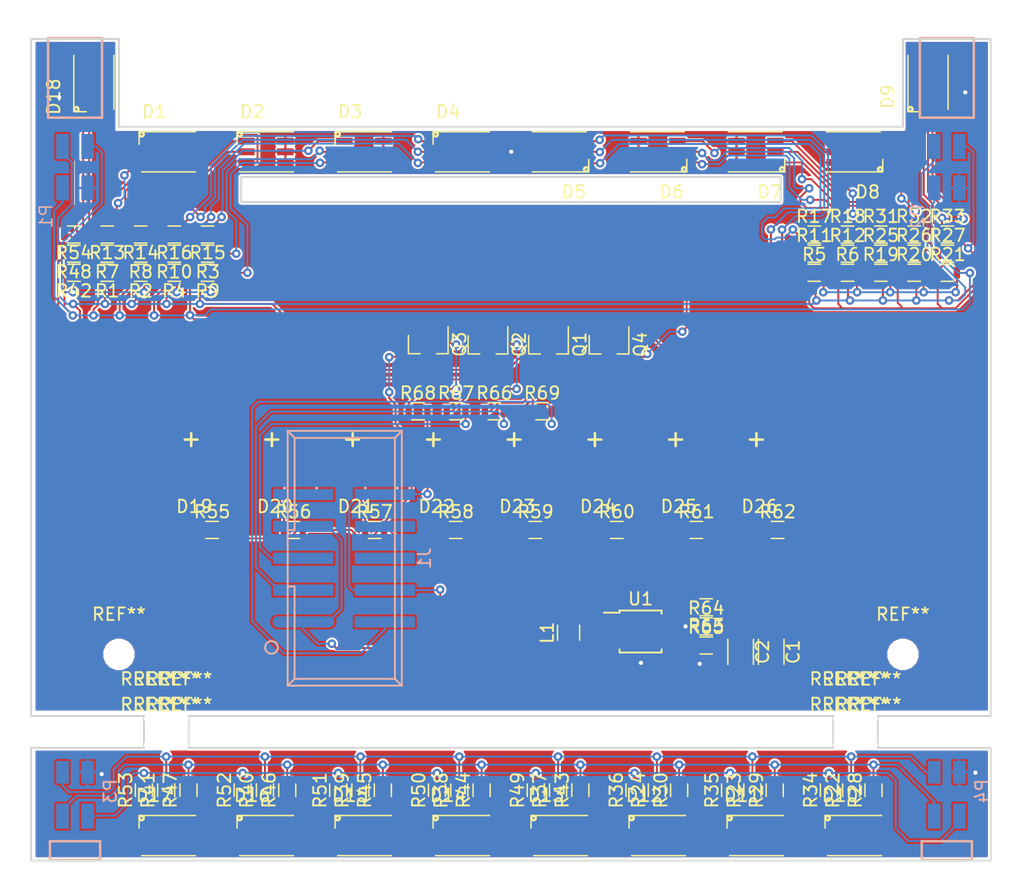
<source format=kicad_pcb>
(kicad_pcb (version 4) (host pcbnew 4.0.7-e2-6376~58~ubuntu16.04.1)

  (general
    (links 232)
    (no_connects 4)
    (area 97.490457 96.861885 179.3374 167.3674)
    (thickness 1.6)
    (drawings 26)
    (tracks 1054)
    (zones 0)
    (modules 126)
    (nets 79)
  )

  (page A4)
  (layers
    (0 F.Cu signal)
    (31 B.Cu signal)
    (32 B.Adhes user)
    (33 F.Adhes user)
    (34 B.Paste user)
    (35 F.Paste user)
    (36 B.SilkS user)
    (37 F.SilkS user)
    (38 B.Mask user)
    (39 F.Mask user)
    (40 Dwgs.User user)
    (41 Cmts.User user)
    (42 Eco1.User user)
    (43 Eco2.User user)
    (44 Edge.Cuts user)
    (45 Margin user)
    (46 B.CrtYd user)
    (47 F.CrtYd user)
    (48 B.Fab user)
    (49 F.Fab user)
  )

  (setup
    (last_trace_width 0.1524)
    (trace_clearance 0.1524)
    (zone_clearance 0.1524)
    (zone_45_only yes)
    (trace_min 0.1524)
    (segment_width 0.2)
    (edge_width 0.15)
    (via_size 0.6858)
    (via_drill 0.3302)
    (via_min_size 0.508)
    (via_min_drill 0.254)
    (uvia_size 0.6858)
    (uvia_drill 0.3302)
    (uvias_allowed no)
    (uvia_min_size 0)
    (uvia_min_drill 0)
    (pcb_text_width 0.3)
    (pcb_text_size 1.5 1.5)
    (mod_edge_width 0.15)
    (mod_text_size 1 1)
    (mod_text_width 0.15)
    (pad_size 2.5 2.5)
    (pad_drill 2.5)
    (pad_to_mask_clearance 0.0508)
    (aux_axis_origin 62.496 69.762)
    (grid_origin 62.506 69.752)
    (visible_elements FFFCCE0D)
    (pcbplotparams
      (layerselection 0x00030_80000001)
      (usegerberextensions false)
      (excludeedgelayer true)
      (linewidth 0.100000)
      (plotframeref false)
      (viasonmask false)
      (mode 1)
      (useauxorigin false)
      (hpglpennumber 1)
      (hpglpenspeed 20)
      (hpglpendiameter 15)
      (hpglpenoverlay 2)
      (psnegative false)
      (psa4output false)
      (plotreference true)
      (plotvalue true)
      (plotinvisibletext false)
      (padsonsilk false)
      (subtractmaskfromsilk false)
      (outputformat 1)
      (mirror false)
      (drillshape 1)
      (scaleselection 1)
      (outputdirectory ""))
  )

  (net 0 "")
  (net 1 +5V)
  (net 2 "Net-(D1-Pad3)")
  (net 3 "Net-(D2-Pad3)")
  (net 4 "Net-(D3-Pad3)")
  (net 5 "Net-(D4-Pad3)")
  (net 6 "Net-(D5-Pad3)")
  (net 7 "Net-(D6-Pad3)")
  (net 8 "Net-(D7-Pad3)")
  (net 9 "Net-(D8-Pad3)")
  (net 10 "Net-(D9-Pad3)")
  (net 11 "Net-(D10-Pad3)")
  (net 12 "Net-(D11-Pad3)")
  (net 13 "Net-(D12-Pad3)")
  (net 14 "Net-(D13-Pad3)")
  (net 15 "Net-(D14-Pad3)")
  (net 16 "Net-(D15-Pad3)")
  (net 17 "Net-(D16-Pad3)")
  (net 18 "Net-(D17-Pad3)")
  (net 19 "Net-(D18-Pad3)")
  (net 20 "Net-(D19-Pad1)")
  (net 21 /R)
  (net 22 /G)
  (net 23 /B)
  (net 24 /W)
  (net 25 "Net-(D20-Pad1)")
  (net 26 "Net-(D21-Pad1)")
  (net 27 "Net-(D22-Pad1)")
  (net 28 "Net-(D23-Pad1)")
  (net 29 "Net-(D24-Pad1)")
  (net 30 "Net-(D25-Pad1)")
  (net 31 "Net-(D26-Pad1)")
  (net 32 GND)
  (net 33 +3V3)
  (net 34 "Net-(R64-Pad2)")
  (net 35 "Net-(L1-Pad2)")
  (net 36 "Net-(D1-Pad1)")
  (net 37 "Net-(D2-Pad1)")
  (net 38 "Net-(D3-Pad1)")
  (net 39 "Net-(D4-Pad1)")
  (net 40 "Net-(D5-Pad1)")
  (net 41 "Net-(D6-Pad1)")
  (net 42 "Net-(D7-Pad1)")
  (net 43 "Net-(D8-Pad1)")
  (net 44 "Net-(D9-Pad1)")
  (net 45 "Net-(D10-Pad1)")
  (net 46 "Net-(D11-Pad1)")
  (net 47 "Net-(D12-Pad1)")
  (net 48 "Net-(D13-Pad1)")
  (net 49 "Net-(D14-Pad1)")
  (net 50 "Net-(D15-Pad1)")
  (net 51 "Net-(D16-Pad1)")
  (net 52 "Net-(D17-Pad1)")
  (net 53 "Net-(D18-Pad1)")
  (net 54 "Net-(D1-Pad5)")
  (net 55 "Net-(D2-Pad5)")
  (net 56 "Net-(D3-Pad5)")
  (net 57 "Net-(D4-Pad5)")
  (net 58 "Net-(D5-Pad5)")
  (net 59 "Net-(D6-Pad5)")
  (net 60 "Net-(D7-Pad5)")
  (net 61 "Net-(D8-Pad5)")
  (net 62 "Net-(D9-Pad5)")
  (net 63 "Net-(D10-Pad5)")
  (net 64 "Net-(D11-Pad5)")
  (net 65 "Net-(D12-Pad5)")
  (net 66 "Net-(D13-Pad5)")
  (net 67 "Net-(D14-Pad5)")
  (net 68 "Net-(D15-Pad5)")
  (net 69 "Net-(D16-Pad5)")
  (net 70 "Net-(D17-Pad5)")
  (net 71 "Net-(D18-Pad5)")
  (net 72 "Net-(Q1-Pad1)")
  (net 73 "Net-(Q2-Pad1)")
  (net 74 "Net-(Q3-Pad1)")
  (net 75 "Net-(Q4-Pad1)")
  (net 76 "Net-(J1-Pad2)")
  (net 77 "Net-(J1-Pad3)")
  (net 78 "Net-(J1-Pad5)")

  (net_class Default "This is the default net class."
    (clearance 0.1524)
    (trace_width 0.1524)
    (via_dia 0.6858)
    (via_drill 0.3302)
    (uvia_dia 0.6858)
    (uvia_drill 0.3302)
    (add_net +3V3)
    (add_net +5V)
    (add_net /B)
    (add_net /G)
    (add_net /R)
    (add_net /W)
    (add_net GND)
    (add_net "Net-(D1-Pad1)")
    (add_net "Net-(D1-Pad3)")
    (add_net "Net-(D1-Pad5)")
    (add_net "Net-(D10-Pad1)")
    (add_net "Net-(D10-Pad3)")
    (add_net "Net-(D10-Pad5)")
    (add_net "Net-(D11-Pad1)")
    (add_net "Net-(D11-Pad3)")
    (add_net "Net-(D11-Pad5)")
    (add_net "Net-(D12-Pad1)")
    (add_net "Net-(D12-Pad3)")
    (add_net "Net-(D12-Pad5)")
    (add_net "Net-(D13-Pad1)")
    (add_net "Net-(D13-Pad3)")
    (add_net "Net-(D13-Pad5)")
    (add_net "Net-(D14-Pad1)")
    (add_net "Net-(D14-Pad3)")
    (add_net "Net-(D14-Pad5)")
    (add_net "Net-(D15-Pad1)")
    (add_net "Net-(D15-Pad3)")
    (add_net "Net-(D15-Pad5)")
    (add_net "Net-(D16-Pad1)")
    (add_net "Net-(D16-Pad3)")
    (add_net "Net-(D16-Pad5)")
    (add_net "Net-(D17-Pad1)")
    (add_net "Net-(D17-Pad3)")
    (add_net "Net-(D17-Pad5)")
    (add_net "Net-(D18-Pad1)")
    (add_net "Net-(D18-Pad3)")
    (add_net "Net-(D18-Pad5)")
    (add_net "Net-(D19-Pad1)")
    (add_net "Net-(D2-Pad1)")
    (add_net "Net-(D2-Pad3)")
    (add_net "Net-(D2-Pad5)")
    (add_net "Net-(D20-Pad1)")
    (add_net "Net-(D21-Pad1)")
    (add_net "Net-(D22-Pad1)")
    (add_net "Net-(D23-Pad1)")
    (add_net "Net-(D24-Pad1)")
    (add_net "Net-(D25-Pad1)")
    (add_net "Net-(D26-Pad1)")
    (add_net "Net-(D3-Pad1)")
    (add_net "Net-(D3-Pad3)")
    (add_net "Net-(D3-Pad5)")
    (add_net "Net-(D4-Pad1)")
    (add_net "Net-(D4-Pad3)")
    (add_net "Net-(D4-Pad5)")
    (add_net "Net-(D5-Pad1)")
    (add_net "Net-(D5-Pad3)")
    (add_net "Net-(D5-Pad5)")
    (add_net "Net-(D6-Pad1)")
    (add_net "Net-(D6-Pad3)")
    (add_net "Net-(D6-Pad5)")
    (add_net "Net-(D7-Pad1)")
    (add_net "Net-(D7-Pad3)")
    (add_net "Net-(D7-Pad5)")
    (add_net "Net-(D8-Pad1)")
    (add_net "Net-(D8-Pad3)")
    (add_net "Net-(D8-Pad5)")
    (add_net "Net-(D9-Pad1)")
    (add_net "Net-(D9-Pad3)")
    (add_net "Net-(D9-Pad5)")
    (add_net "Net-(J1-Pad2)")
    (add_net "Net-(J1-Pad3)")
    (add_net "Net-(J1-Pad5)")
    (add_net "Net-(L1-Pad2)")
    (add_net "Net-(Q1-Pad1)")
    (add_net "Net-(Q2-Pad1)")
    (add_net "Net-(Q3-Pad1)")
    (add_net "Net-(Q4-Pad1)")
    (add_net "Net-(R64-Pad2)")
  )

  (module LEDs-components:MountingHole_0.5mm_M2 (layer F.Cu) (tedit 5838D4CA) (tstamp 5BAD49C0)
    (at 164.194 156.29)
    (descr "Mounting Hole 2.2mm, no annular, M2")
    (tags "mounting hole 2.2mm no annular m2")
    (fp_text reference REF** (at 0 -3.2) (layer F.SilkS)
      (effects (font (size 1 1) (thickness 0.15)))
    )
    (fp_text value MountingHole_0.5mm_M2 (at 0 3.2) (layer F.Fab)
      (effects (font (size 1 1) (thickness 0.15)))
    )
    (pad "" np_thru_hole circle (at 0 0) (size 0.5 0.5) (drill 0.5) (layers *.Cu *.Mask))
  )

  (module LEDs-components:MountingHole_0.5mm_M2 (layer F.Cu) (tedit 5838D4CA) (tstamp 5BAD49BC)
    (at 165.194 156.29)
    (descr "Mounting Hole 2.2mm, no annular, M2")
    (tags "mounting hole 2.2mm no annular m2")
    (fp_text reference REF** (at 0 -3.2) (layer F.SilkS)
      (effects (font (size 1 1) (thickness 0.15)))
    )
    (fp_text value MountingHole_0.5mm_M2 (at 0 3.2) (layer F.Fab)
      (effects (font (size 1 1) (thickness 0.15)))
    )
    (pad "" np_thru_hole circle (at 0 0) (size 0.5 0.5) (drill 0.5) (layers *.Cu *.Mask))
  )

  (module LEDs-components:MountingHole_0.5mm_M2 (layer F.Cu) (tedit 5838D4CA) (tstamp 5BAD49B8)
    (at 167.25 156.29)
    (descr "Mounting Hole 2.2mm, no annular, M2")
    (tags "mounting hole 2.2mm no annular m2")
    (fp_text reference REF** (at 0 -3.2) (layer F.SilkS)
      (effects (font (size 1 1) (thickness 0.15)))
    )
    (fp_text value MountingHole_0.5mm_M2 (at 0 3.2) (layer F.Fab)
      (effects (font (size 1 1) (thickness 0.15)))
    )
    (pad "" np_thru_hole circle (at 0 0) (size 0.5 0.5) (drill 0.5) (layers *.Cu *.Mask))
  )

  (module LEDs-components:MountingHole_0.5mm_M2 (layer F.Cu) (tedit 5838D4CA) (tstamp 5BAD49B4)
    (at 166.25 156.29)
    (descr "Mounting Hole 2.2mm, no annular, M2")
    (tags "mounting hole 2.2mm no annular m2")
    (fp_text reference REF** (at 0 -3.2) (layer F.SilkS)
      (effects (font (size 1 1) (thickness 0.15)))
    )
    (fp_text value MountingHole_0.5mm_M2 (at 0 3.2) (layer F.Fab)
      (effects (font (size 1 1) (thickness 0.15)))
    )
    (pad "" np_thru_hole circle (at 0 0) (size 0.5 0.5) (drill 0.5) (layers *.Cu *.Mask))
  )

  (module LEDs-components:MountingHole_0.5mm_M2 (layer F.Cu) (tedit 5838D4CA) (tstamp 5BAD49B0)
    (at 167.25 154.25)
    (descr "Mounting Hole 2.2mm, no annular, M2")
    (tags "mounting hole 2.2mm no annular m2")
    (fp_text reference REF** (at 0 -3.2) (layer F.SilkS)
      (effects (font (size 1 1) (thickness 0.15)))
    )
    (fp_text value MountingHole_0.5mm_M2 (at 0 3.2) (layer F.Fab)
      (effects (font (size 1 1) (thickness 0.15)))
    )
    (pad "" np_thru_hole circle (at 0 0) (size 0.5 0.5) (drill 0.5) (layers *.Cu *.Mask))
  )

  (module LEDs-components:MountingHole_0.5mm_M2 (layer F.Cu) (tedit 5838D4CA) (tstamp 5BAD49AC)
    (at 166.25 154.25)
    (descr "Mounting Hole 2.2mm, no annular, M2")
    (tags "mounting hole 2.2mm no annular m2")
    (fp_text reference REF** (at 0 -3.2) (layer F.SilkS)
      (effects (font (size 1 1) (thickness 0.15)))
    )
    (fp_text value MountingHole_0.5mm_M2 (at 0 3.2) (layer F.Fab)
      (effects (font (size 1 1) (thickness 0.15)))
    )
    (pad "" np_thru_hole circle (at 0 0) (size 0.5 0.5) (drill 0.5) (layers *.Cu *.Mask))
  )

  (module LEDs-components:MountingHole_0.5mm_M2 (layer F.Cu) (tedit 5838D4CA) (tstamp 5BAD49A8)
    (at 165.194 154.25)
    (descr "Mounting Hole 2.2mm, no annular, M2")
    (tags "mounting hole 2.2mm no annular m2")
    (fp_text reference REF** (at 0 -3.2) (layer F.SilkS)
      (effects (font (size 1 1) (thickness 0.15)))
    )
    (fp_text value MountingHole_0.5mm_M2 (at 0 3.2) (layer F.Fab)
      (effects (font (size 1 1) (thickness 0.15)))
    )
    (pad "" np_thru_hole circle (at 0 0) (size 0.5 0.5) (drill 0.5) (layers *.Cu *.Mask))
  )

  (module LEDs-components:MountingHole_0.5mm_M2 (layer F.Cu) (tedit 5838D4CA) (tstamp 5BAD49A4)
    (at 164.194 154.25)
    (descr "Mounting Hole 2.2mm, no annular, M2")
    (tags "mounting hole 2.2mm no annular m2")
    (fp_text reference REF** (at 0 -3.2) (layer F.SilkS)
      (effects (font (size 1 1) (thickness 0.15)))
    )
    (fp_text value MountingHole_0.5mm_M2 (at 0 3.2) (layer F.Fab)
      (effects (font (size 1 1) (thickness 0.15)))
    )
    (pad "" np_thru_hole circle (at 0 0) (size 0.5 0.5) (drill 0.5) (layers *.Cu *.Mask))
  )

  (module LEDs-components:MountingHole_0.5mm_M2 (layer F.Cu) (tedit 5838D4CA) (tstamp 5BAD493C)
    (at 112.306 156.29)
    (descr "Mounting Hole 2.2mm, no annular, M2")
    (tags "mounting hole 2.2mm no annular m2")
    (fp_text reference REF** (at 0 -3.2) (layer F.SilkS)
      (effects (font (size 1 1) (thickness 0.15)))
    )
    (fp_text value MountingHole_0.5mm_M2 (at 0 3.2) (layer F.Fab)
      (effects (font (size 1 1) (thickness 0.15)))
    )
    (pad "" np_thru_hole circle (at 0 0) (size 0.5 0.5) (drill 0.5) (layers *.Cu *.Mask))
  )

  (module LEDs-components:MountingHole_0.5mm_M2 (layer F.Cu) (tedit 5838D4CA) (tstamp 5BAD4938)
    (at 111.306 156.29)
    (descr "Mounting Hole 2.2mm, no annular, M2")
    (tags "mounting hole 2.2mm no annular m2")
    (fp_text reference REF** (at 0 -3.2) (layer F.SilkS)
      (effects (font (size 1 1) (thickness 0.15)))
    )
    (fp_text value MountingHole_0.5mm_M2 (at 0 3.2) (layer F.Fab)
      (effects (font (size 1 1) (thickness 0.15)))
    )
    (pad "" np_thru_hole circle (at 0 0) (size 0.5 0.5) (drill 0.5) (layers *.Cu *.Mask))
  )

  (module LEDs-components:MountingHole_0.5mm_M2 (layer F.Cu) (tedit 5838D4CA) (tstamp 5BAD4934)
    (at 110.25 156.29)
    (descr "Mounting Hole 2.2mm, no annular, M2")
    (tags "mounting hole 2.2mm no annular m2")
    (fp_text reference REF** (at 0 -3.2) (layer F.SilkS)
      (effects (font (size 1 1) (thickness 0.15)))
    )
    (fp_text value MountingHole_0.5mm_M2 (at 0 3.2) (layer F.Fab)
      (effects (font (size 1 1) (thickness 0.15)))
    )
    (pad "" np_thru_hole circle (at 0 0) (size 0.5 0.5) (drill 0.5) (layers *.Cu *.Mask))
  )

  (module LEDs-components:MountingHole_0.5mm_M2 (layer F.Cu) (tedit 5838D4CA) (tstamp 5BAD4930)
    (at 109.25 156.29)
    (descr "Mounting Hole 2.2mm, no annular, M2")
    (tags "mounting hole 2.2mm no annular m2")
    (fp_text reference REF** (at 0 -3.2) (layer F.SilkS)
      (effects (font (size 1 1) (thickness 0.15)))
    )
    (fp_text value MountingHole_0.5mm_M2 (at 0 3.2) (layer F.Fab)
      (effects (font (size 1 1) (thickness 0.15)))
    )
    (pad "" np_thru_hole circle (at 0 0) (size 0.5 0.5) (drill 0.5) (layers *.Cu *.Mask))
  )

  (module LEDs-components:MountingHole_0.5mm_M2 (layer F.Cu) (tedit 5838D4CA) (tstamp 5BAD4914)
    (at 111.306 154.25)
    (descr "Mounting Hole 2.2mm, no annular, M2")
    (tags "mounting hole 2.2mm no annular m2")
    (fp_text reference REF** (at 0 -3.2) (layer F.SilkS)
      (effects (font (size 1 1) (thickness 0.15)))
    )
    (fp_text value MountingHole_0.5mm_M2 (at 0 3.2) (layer F.Fab)
      (effects (font (size 1 1) (thickness 0.15)))
    )
    (pad "" np_thru_hole circle (at 0 0) (size 0.5 0.5) (drill 0.5) (layers *.Cu *.Mask))
  )

  (module LEDs-components:MountingHole_0.5mm_M2 (layer F.Cu) (tedit 5838D4CA) (tstamp 5BAD48FF)
    (at 110.25 154.25)
    (descr "Mounting Hole 2.2mm, no annular, M2")
    (tags "mounting hole 2.2mm no annular m2")
    (fp_text reference REF** (at 0 -3.2) (layer F.SilkS)
      (effects (font (size 1 1) (thickness 0.15)))
    )
    (fp_text value MountingHole_0.5mm_M2 (at 0 3.2) (layer F.Fab)
      (effects (font (size 1 1) (thickness 0.15)))
    )
    (pad "" np_thru_hole circle (at 0 0) (size 0.5 0.5) (drill 0.5) (layers *.Cu *.Mask))
  )

  (module LEDs-components:MountingHole_0.5mm_M2 (layer F.Cu) (tedit 5838D4CA) (tstamp 5BAD47DC)
    (at 109.25 154.25)
    (descr "Mounting Hole 2.2mm, no annular, M2")
    (tags "mounting hole 2.2mm no annular m2")
    (fp_text reference REF** (at 0 -3.2) (layer F.SilkS)
      (effects (font (size 1 1) (thickness 0.15)))
    )
    (fp_text value MountingHole_0.5mm_M2 (at 0 3.2) (layer F.Fab)
      (effects (font (size 1 1) (thickness 0.15)))
    )
    (pad "" np_thru_hole circle (at 0 0) (size 0.5 0.5) (drill 0.5) (layers *.Cu *.Mask))
  )

  (module Mounting_Holes:MountingHole_2.2mm_M2 (layer F.Cu) (tedit 56D1B4CB) (tstamp 5BAD459F)
    (at 169.5 149.09)
    (descr "Mounting Hole 2.2mm, no annular, M2")
    (tags "mounting hole 2.2mm no annular m2")
    (attr virtual)
    (fp_text reference REF** (at 0 -3.2) (layer F.SilkS)
      (effects (font (size 1 1) (thickness 0.15)))
    )
    (fp_text value MountingHole_2.2mm_M2 (at 0 3.2) (layer F.Fab)
      (effects (font (size 1 1) (thickness 0.15)))
    )
    (fp_text user %R (at 0.3 0) (layer F.Fab)
      (effects (font (size 1 1) (thickness 0.15)))
    )
    (fp_circle (center 0 0) (end 2.2 0) (layer Cmts.User) (width 0.15))
    (fp_circle (center 0 0) (end 2.45 0) (layer F.CrtYd) (width 0.05))
    (pad 1 np_thru_hole circle (at 0 0) (size 2.2 2.2) (drill 2.2) (layers *.Cu *.Mask))
  )

  (module LEDs-components:LED_RGB_28x35-6 (layer F.Cu) (tedit 5B2C245F) (tstamp 5B2C1998)
    (at 110.90625 163.54)
    (descr "RGB LED PLCC-6")
    (tags "RGB LED PLCC-6")
    (path /5B2D1FF8)
    (attr smd)
    (fp_text reference D17 (at -1.1 -3.2 180) (layer F.SilkS)
      (effects (font (size 1 1) (thickness 0.15)))
    )
    (fp_text value 150352M173300 (at 0.2 2.8) (layer F.Fab)
      (effects (font (size 1 1) (thickness 0.15)))
    )
    (fp_circle (center -2.1 -1.4) (end -2.05 -1.35) (layer F.SilkS) (width 0.2))
    (fp_line (start -1.5 0) (end -0.1 -1.4) (layer F.Fab) (width 0.1))
    (fp_line (start -1.7 -1.4) (end -1.7 1.4) (layer F.Fab) (width 0.1))
    (fp_line (start -1.7 1.4) (end 1.7 1.4) (layer F.Fab) (width 0.1))
    (fp_line (start 1.7 1.4) (end 1.7 -1.4) (layer F.Fab) (width 0.1))
    (fp_line (start 1.7 -1.4) (end -1.7 -1.4) (layer F.Fab) (width 0.1))
    (fp_line (start -2.3 -1.6) (end -2.3 -0.6) (layer F.SilkS) (width 0.12))
    (fp_line (start 2.85 -2) (end 2.85 2) (layer F.CrtYd) (width 0.05))
    (fp_line (start -2.55 -2) (end -2.55 2) (layer F.CrtYd) (width 0.05))
    (fp_line (start -2.55 2) (end 2.85 2) (layer F.CrtYd) (width 0.05))
    (fp_line (start -2.55 -2) (end 2.85 -2) (layer F.CrtYd) (width 0.05))
    (fp_line (start -2.1 1.6) (end 2.2 1.6) (layer F.SilkS) (width 0.12))
    (fp_line (start 2.2 -1.6) (end -2.3 -1.6) (layer F.SilkS) (width 0.12))
    (pad 1 smd rect (at -1.55 -0.85 90) (size 0.55 1.3) (layers F.Cu F.Paste F.Mask)
      (net 52 "Net-(D17-Pad1)"))
    (pad 2 smd rect (at 1.55 -0.85 90) (size 0.55 1.3) (layers F.Cu F.Paste F.Mask)
      (net 1 +5V))
    (pad 3 smd rect (at -1.55 0 90) (size 0.55 1.3) (layers F.Cu F.Paste F.Mask)
      (net 18 "Net-(D17-Pad3)"))
    (pad 4 smd rect (at 1.55 0 90) (size 0.55 1.3) (layers F.Cu F.Paste F.Mask)
      (net 1 +5V))
    (pad 5 smd rect (at -1.55 0.85 90) (size 0.55 1.3) (layers F.Cu F.Paste F.Mask)
      (net 70 "Net-(D17-Pad5)"))
    (pad 6 smd rect (at 1.55 0.85 90) (size 0.55 1.3) (layers F.Cu F.Paste F.Mask)
      (net 1 +5V))
    (model ${KISYS3DMOD}/LEDs.3dshapes/LED_RGB_PLCC-6.wrl
      (at (xyz 0 0 0))
      (scale (xyz 1 1 1))
      (rotate (xyz 0 0 0))
    )
  )

  (module LEDs-components:LED_RGB_28x35-6 (layer F.Cu) (tedit 5B2C245F) (tstamp 5B2C19AE)
    (at 105 103.5 90)
    (descr "RGB LED PLCC-6")
    (tags "RGB LED PLCC-6")
    (path /5B2D2164)
    (attr smd)
    (fp_text reference D18 (at -1.1 -3.2 270) (layer F.SilkS)
      (effects (font (size 1 1) (thickness 0.15)))
    )
    (fp_text value 150352M173300 (at 0.2 2.8 90) (layer F.Fab)
      (effects (font (size 1 1) (thickness 0.15)))
    )
    (fp_circle (center -2.1 -1.4) (end -2.05 -1.35) (layer F.SilkS) (width 0.2))
    (fp_line (start -1.5 0) (end -0.1 -1.4) (layer F.Fab) (width 0.1))
    (fp_line (start -1.7 -1.4) (end -1.7 1.4) (layer F.Fab) (width 0.1))
    (fp_line (start -1.7 1.4) (end 1.7 1.4) (layer F.Fab) (width 0.1))
    (fp_line (start 1.7 1.4) (end 1.7 -1.4) (layer F.Fab) (width 0.1))
    (fp_line (start 1.7 -1.4) (end -1.7 -1.4) (layer F.Fab) (width 0.1))
    (fp_line (start -2.3 -1.6) (end -2.3 -0.6) (layer F.SilkS) (width 0.12))
    (fp_line (start 2.85 -2) (end 2.85 2) (layer F.CrtYd) (width 0.05))
    (fp_line (start -2.55 -2) (end -2.55 2) (layer F.CrtYd) (width 0.05))
    (fp_line (start -2.55 2) (end 2.85 2) (layer F.CrtYd) (width 0.05))
    (fp_line (start -2.55 -2) (end 2.85 -2) (layer F.CrtYd) (width 0.05))
    (fp_line (start -2.1 1.6) (end 2.2 1.6) (layer F.SilkS) (width 0.12))
    (fp_line (start 2.2 -1.6) (end -2.3 -1.6) (layer F.SilkS) (width 0.12))
    (pad 1 smd rect (at -1.55 -0.85 180) (size 0.55 1.3) (layers F.Cu F.Paste F.Mask)
      (net 53 "Net-(D18-Pad1)"))
    (pad 2 smd rect (at 1.55 -0.85 180) (size 0.55 1.3) (layers F.Cu F.Paste F.Mask)
      (net 1 +5V))
    (pad 3 smd rect (at -1.55 0 180) (size 0.55 1.3) (layers F.Cu F.Paste F.Mask)
      (net 19 "Net-(D18-Pad3)"))
    (pad 4 smd rect (at 1.55 0 180) (size 0.55 1.3) (layers F.Cu F.Paste F.Mask)
      (net 1 +5V))
    (pad 5 smd rect (at -1.55 0.85 180) (size 0.55 1.3) (layers F.Cu F.Paste F.Mask)
      (net 71 "Net-(D18-Pad5)"))
    (pad 6 smd rect (at 1.55 0.85 180) (size 0.55 1.3) (layers F.Cu F.Paste F.Mask)
      (net 1 +5V))
    (model ${KISYS3DMOD}/LEDs.3dshapes/LED_RGB_PLCC-6.wrl
      (at (xyz 0 0 0))
      (scale (xyz 1 1 1))
      (rotate (xyz 0 0 0))
    )
  )

  (module LEDs-components:LED_RGB_28x35-6 (layer F.Cu) (tedit 5B2C245F) (tstamp 5B2C1982)
    (at 118.71875 163.54)
    (descr "RGB LED PLCC-6")
    (tags "RGB LED PLCC-6")
    (path /5B2D1E97)
    (attr smd)
    (fp_text reference D16 (at -1.1 -3.2 180) (layer F.SilkS)
      (effects (font (size 1 1) (thickness 0.15)))
    )
    (fp_text value 150352M173300 (at 0.2 2.8) (layer F.Fab)
      (effects (font (size 1 1) (thickness 0.15)))
    )
    (fp_circle (center -2.1 -1.4) (end -2.05 -1.35) (layer F.SilkS) (width 0.2))
    (fp_line (start -1.5 0) (end -0.1 -1.4) (layer F.Fab) (width 0.1))
    (fp_line (start -1.7 -1.4) (end -1.7 1.4) (layer F.Fab) (width 0.1))
    (fp_line (start -1.7 1.4) (end 1.7 1.4) (layer F.Fab) (width 0.1))
    (fp_line (start 1.7 1.4) (end 1.7 -1.4) (layer F.Fab) (width 0.1))
    (fp_line (start 1.7 -1.4) (end -1.7 -1.4) (layer F.Fab) (width 0.1))
    (fp_line (start -2.3 -1.6) (end -2.3 -0.6) (layer F.SilkS) (width 0.12))
    (fp_line (start 2.85 -2) (end 2.85 2) (layer F.CrtYd) (width 0.05))
    (fp_line (start -2.55 -2) (end -2.55 2) (layer F.CrtYd) (width 0.05))
    (fp_line (start -2.55 2) (end 2.85 2) (layer F.CrtYd) (width 0.05))
    (fp_line (start -2.55 -2) (end 2.85 -2) (layer F.CrtYd) (width 0.05))
    (fp_line (start -2.1 1.6) (end 2.2 1.6) (layer F.SilkS) (width 0.12))
    (fp_line (start 2.2 -1.6) (end -2.3 -1.6) (layer F.SilkS) (width 0.12))
    (pad 1 smd rect (at -1.55 -0.85 90) (size 0.55 1.3) (layers F.Cu F.Paste F.Mask)
      (net 51 "Net-(D16-Pad1)"))
    (pad 2 smd rect (at 1.55 -0.85 90) (size 0.55 1.3) (layers F.Cu F.Paste F.Mask)
      (net 1 +5V))
    (pad 3 smd rect (at -1.55 0 90) (size 0.55 1.3) (layers F.Cu F.Paste F.Mask)
      (net 17 "Net-(D16-Pad3)"))
    (pad 4 smd rect (at 1.55 0 90) (size 0.55 1.3) (layers F.Cu F.Paste F.Mask)
      (net 1 +5V))
    (pad 5 smd rect (at -1.55 0.85 90) (size 0.55 1.3) (layers F.Cu F.Paste F.Mask)
      (net 69 "Net-(D16-Pad5)"))
    (pad 6 smd rect (at 1.55 0.85 90) (size 0.55 1.3) (layers F.Cu F.Paste F.Mask)
      (net 1 +5V))
    (model ${KISYS3DMOD}/LEDs.3dshapes/LED_RGB_PLCC-6.wrl
      (at (xyz 0 0 0))
      (scale (xyz 1 1 1))
      (rotate (xyz 0 0 0))
    )
  )

  (module LEDs-components:LED_RGB_28x35-6 (layer F.Cu) (tedit 5B2C245F) (tstamp 5B2C196C)
    (at 126.53125 163.54)
    (descr "RGB LED PLCC-6")
    (tags "RGB LED PLCC-6")
    (path /5B2D1D33)
    (attr smd)
    (fp_text reference D15 (at -1.1 -3.2 180) (layer F.SilkS)
      (effects (font (size 1 1) (thickness 0.15)))
    )
    (fp_text value 150352M173300 (at 0.2 2.8) (layer F.Fab)
      (effects (font (size 1 1) (thickness 0.15)))
    )
    (fp_circle (center -2.1 -1.4) (end -2.05 -1.35) (layer F.SilkS) (width 0.2))
    (fp_line (start -1.5 0) (end -0.1 -1.4) (layer F.Fab) (width 0.1))
    (fp_line (start -1.7 -1.4) (end -1.7 1.4) (layer F.Fab) (width 0.1))
    (fp_line (start -1.7 1.4) (end 1.7 1.4) (layer F.Fab) (width 0.1))
    (fp_line (start 1.7 1.4) (end 1.7 -1.4) (layer F.Fab) (width 0.1))
    (fp_line (start 1.7 -1.4) (end -1.7 -1.4) (layer F.Fab) (width 0.1))
    (fp_line (start -2.3 -1.6) (end -2.3 -0.6) (layer F.SilkS) (width 0.12))
    (fp_line (start 2.85 -2) (end 2.85 2) (layer F.CrtYd) (width 0.05))
    (fp_line (start -2.55 -2) (end -2.55 2) (layer F.CrtYd) (width 0.05))
    (fp_line (start -2.55 2) (end 2.85 2) (layer F.CrtYd) (width 0.05))
    (fp_line (start -2.55 -2) (end 2.85 -2) (layer F.CrtYd) (width 0.05))
    (fp_line (start -2.1 1.6) (end 2.2 1.6) (layer F.SilkS) (width 0.12))
    (fp_line (start 2.2 -1.6) (end -2.3 -1.6) (layer F.SilkS) (width 0.12))
    (pad 1 smd rect (at -1.55 -0.85 90) (size 0.55 1.3) (layers F.Cu F.Paste F.Mask)
      (net 50 "Net-(D15-Pad1)"))
    (pad 2 smd rect (at 1.55 -0.85 90) (size 0.55 1.3) (layers F.Cu F.Paste F.Mask)
      (net 1 +5V))
    (pad 3 smd rect (at -1.55 0 90) (size 0.55 1.3) (layers F.Cu F.Paste F.Mask)
      (net 16 "Net-(D15-Pad3)"))
    (pad 4 smd rect (at 1.55 0 90) (size 0.55 1.3) (layers F.Cu F.Paste F.Mask)
      (net 1 +5V))
    (pad 5 smd rect (at -1.55 0.85 90) (size 0.55 1.3) (layers F.Cu F.Paste F.Mask)
      (net 68 "Net-(D15-Pad5)"))
    (pad 6 smd rect (at 1.55 0.85 90) (size 0.55 1.3) (layers F.Cu F.Paste F.Mask)
      (net 1 +5V))
    (model ${KISYS3DMOD}/LEDs.3dshapes/LED_RGB_PLCC-6.wrl
      (at (xyz 0 0 0))
      (scale (xyz 1 1 1))
      (rotate (xyz 0 0 0))
    )
  )

  (module LEDs-components:LED_RGB_28x35-6 (layer F.Cu) (tedit 5B2C245F) (tstamp 5B2C1956)
    (at 134.34375 163.54)
    (descr "RGB LED PLCC-6")
    (tags "RGB LED PLCC-6")
    (path /5B2D1BD0)
    (attr smd)
    (fp_text reference D14 (at -1.1 -3.2 180) (layer F.SilkS)
      (effects (font (size 1 1) (thickness 0.15)))
    )
    (fp_text value 150352M173300 (at 0.2 2.8) (layer F.Fab)
      (effects (font (size 1 1) (thickness 0.15)))
    )
    (fp_circle (center -2.1 -1.4) (end -2.05 -1.35) (layer F.SilkS) (width 0.2))
    (fp_line (start -1.5 0) (end -0.1 -1.4) (layer F.Fab) (width 0.1))
    (fp_line (start -1.7 -1.4) (end -1.7 1.4) (layer F.Fab) (width 0.1))
    (fp_line (start -1.7 1.4) (end 1.7 1.4) (layer F.Fab) (width 0.1))
    (fp_line (start 1.7 1.4) (end 1.7 -1.4) (layer F.Fab) (width 0.1))
    (fp_line (start 1.7 -1.4) (end -1.7 -1.4) (layer F.Fab) (width 0.1))
    (fp_line (start -2.3 -1.6) (end -2.3 -0.6) (layer F.SilkS) (width 0.12))
    (fp_line (start 2.85 -2) (end 2.85 2) (layer F.CrtYd) (width 0.05))
    (fp_line (start -2.55 -2) (end -2.55 2) (layer F.CrtYd) (width 0.05))
    (fp_line (start -2.55 2) (end 2.85 2) (layer F.CrtYd) (width 0.05))
    (fp_line (start -2.55 -2) (end 2.85 -2) (layer F.CrtYd) (width 0.05))
    (fp_line (start -2.1 1.6) (end 2.2 1.6) (layer F.SilkS) (width 0.12))
    (fp_line (start 2.2 -1.6) (end -2.3 -1.6) (layer F.SilkS) (width 0.12))
    (pad 1 smd rect (at -1.55 -0.85 90) (size 0.55 1.3) (layers F.Cu F.Paste F.Mask)
      (net 49 "Net-(D14-Pad1)"))
    (pad 2 smd rect (at 1.55 -0.85 90) (size 0.55 1.3) (layers F.Cu F.Paste F.Mask)
      (net 1 +5V))
    (pad 3 smd rect (at -1.55 0 90) (size 0.55 1.3) (layers F.Cu F.Paste F.Mask)
      (net 15 "Net-(D14-Pad3)"))
    (pad 4 smd rect (at 1.55 0 90) (size 0.55 1.3) (layers F.Cu F.Paste F.Mask)
      (net 1 +5V))
    (pad 5 smd rect (at -1.55 0.85 90) (size 0.55 1.3) (layers F.Cu F.Paste F.Mask)
      (net 67 "Net-(D14-Pad5)"))
    (pad 6 smd rect (at 1.55 0.85 90) (size 0.55 1.3) (layers F.Cu F.Paste F.Mask)
      (net 1 +5V))
    (model ${KISYS3DMOD}/LEDs.3dshapes/LED_RGB_PLCC-6.wrl
      (at (xyz 0 0 0))
      (scale (xyz 1 1 1))
      (rotate (xyz 0 0 0))
    )
  )

  (module LEDs-components:LED_RGB_28x35-6 (layer F.Cu) (tedit 5B2C245F) (tstamp 5B2C1940)
    (at 142.15625 163.54)
    (descr "RGB LED PLCC-6")
    (tags "RGB LED PLCC-6")
    (path /5B2D1A86)
    (attr smd)
    (fp_text reference D13 (at -1.1 -3.2 180) (layer F.SilkS)
      (effects (font (size 1 1) (thickness 0.15)))
    )
    (fp_text value 150352M173300 (at 0.2 2.8) (layer F.Fab)
      (effects (font (size 1 1) (thickness 0.15)))
    )
    (fp_circle (center -2.1 -1.4) (end -2.05 -1.35) (layer F.SilkS) (width 0.2))
    (fp_line (start -1.5 0) (end -0.1 -1.4) (layer F.Fab) (width 0.1))
    (fp_line (start -1.7 -1.4) (end -1.7 1.4) (layer F.Fab) (width 0.1))
    (fp_line (start -1.7 1.4) (end 1.7 1.4) (layer F.Fab) (width 0.1))
    (fp_line (start 1.7 1.4) (end 1.7 -1.4) (layer F.Fab) (width 0.1))
    (fp_line (start 1.7 -1.4) (end -1.7 -1.4) (layer F.Fab) (width 0.1))
    (fp_line (start -2.3 -1.6) (end -2.3 -0.6) (layer F.SilkS) (width 0.12))
    (fp_line (start 2.85 -2) (end 2.85 2) (layer F.CrtYd) (width 0.05))
    (fp_line (start -2.55 -2) (end -2.55 2) (layer F.CrtYd) (width 0.05))
    (fp_line (start -2.55 2) (end 2.85 2) (layer F.CrtYd) (width 0.05))
    (fp_line (start -2.55 -2) (end 2.85 -2) (layer F.CrtYd) (width 0.05))
    (fp_line (start -2.1 1.6) (end 2.2 1.6) (layer F.SilkS) (width 0.12))
    (fp_line (start 2.2 -1.6) (end -2.3 -1.6) (layer F.SilkS) (width 0.12))
    (pad 1 smd rect (at -1.55 -0.85 90) (size 0.55 1.3) (layers F.Cu F.Paste F.Mask)
      (net 48 "Net-(D13-Pad1)"))
    (pad 2 smd rect (at 1.55 -0.85 90) (size 0.55 1.3) (layers F.Cu F.Paste F.Mask)
      (net 1 +5V))
    (pad 3 smd rect (at -1.55 0 90) (size 0.55 1.3) (layers F.Cu F.Paste F.Mask)
      (net 14 "Net-(D13-Pad3)"))
    (pad 4 smd rect (at 1.55 0 90) (size 0.55 1.3) (layers F.Cu F.Paste F.Mask)
      (net 1 +5V))
    (pad 5 smd rect (at -1.55 0.85 90) (size 0.55 1.3) (layers F.Cu F.Paste F.Mask)
      (net 66 "Net-(D13-Pad5)"))
    (pad 6 smd rect (at 1.55 0.85 90) (size 0.55 1.3) (layers F.Cu F.Paste F.Mask)
      (net 1 +5V))
    (model ${KISYS3DMOD}/LEDs.3dshapes/LED_RGB_PLCC-6.wrl
      (at (xyz 0 0 0))
      (scale (xyz 1 1 1))
      (rotate (xyz 0 0 0))
    )
  )

  (module LEDs-components:LED_RGB_28x35-6 (layer F.Cu) (tedit 5B2C245F) (tstamp 5B2C192A)
    (at 149.96875 163.54)
    (descr "RGB LED PLCC-6")
    (tags "RGB LED PLCC-6")
    (path /5B2D0CE1)
    (attr smd)
    (fp_text reference D12 (at -1.1 -3.2 180) (layer F.SilkS)
      (effects (font (size 1 1) (thickness 0.15)))
    )
    (fp_text value 150352M173300 (at 0.2 2.8) (layer F.Fab)
      (effects (font (size 1 1) (thickness 0.15)))
    )
    (fp_circle (center -2.1 -1.4) (end -2.05 -1.35) (layer F.SilkS) (width 0.2))
    (fp_line (start -1.5 0) (end -0.1 -1.4) (layer F.Fab) (width 0.1))
    (fp_line (start -1.7 -1.4) (end -1.7 1.4) (layer F.Fab) (width 0.1))
    (fp_line (start -1.7 1.4) (end 1.7 1.4) (layer F.Fab) (width 0.1))
    (fp_line (start 1.7 1.4) (end 1.7 -1.4) (layer F.Fab) (width 0.1))
    (fp_line (start 1.7 -1.4) (end -1.7 -1.4) (layer F.Fab) (width 0.1))
    (fp_line (start -2.3 -1.6) (end -2.3 -0.6) (layer F.SilkS) (width 0.12))
    (fp_line (start 2.85 -2) (end 2.85 2) (layer F.CrtYd) (width 0.05))
    (fp_line (start -2.55 -2) (end -2.55 2) (layer F.CrtYd) (width 0.05))
    (fp_line (start -2.55 2) (end 2.85 2) (layer F.CrtYd) (width 0.05))
    (fp_line (start -2.55 -2) (end 2.85 -2) (layer F.CrtYd) (width 0.05))
    (fp_line (start -2.1 1.6) (end 2.2 1.6) (layer F.SilkS) (width 0.12))
    (fp_line (start 2.2 -1.6) (end -2.3 -1.6) (layer F.SilkS) (width 0.12))
    (pad 1 smd rect (at -1.55 -0.85 90) (size 0.55 1.3) (layers F.Cu F.Paste F.Mask)
      (net 47 "Net-(D12-Pad1)"))
    (pad 2 smd rect (at 1.55 -0.85 90) (size 0.55 1.3) (layers F.Cu F.Paste F.Mask)
      (net 1 +5V))
    (pad 3 smd rect (at -1.55 0 90) (size 0.55 1.3) (layers F.Cu F.Paste F.Mask)
      (net 13 "Net-(D12-Pad3)"))
    (pad 4 smd rect (at 1.55 0 90) (size 0.55 1.3) (layers F.Cu F.Paste F.Mask)
      (net 1 +5V))
    (pad 5 smd rect (at -1.55 0.85 90) (size 0.55 1.3) (layers F.Cu F.Paste F.Mask)
      (net 65 "Net-(D12-Pad5)"))
    (pad 6 smd rect (at 1.55 0.85 90) (size 0.55 1.3) (layers F.Cu F.Paste F.Mask)
      (net 1 +5V))
    (model ${KISYS3DMOD}/LEDs.3dshapes/LED_RGB_PLCC-6.wrl
      (at (xyz 0 0 0))
      (scale (xyz 1 1 1))
      (rotate (xyz 0 0 0))
    )
  )

  (module LEDs-components:LED_RGB_28x35-6 (layer F.Cu) (tedit 5B2C245F) (tstamp 5B2C1914)
    (at 157.78125 163.54)
    (descr "RGB LED PLCC-6")
    (tags "RGB LED PLCC-6")
    (path /5B2D133D)
    (attr smd)
    (fp_text reference D11 (at -1.1 -3.2 180) (layer F.SilkS)
      (effects (font (size 1 1) (thickness 0.15)))
    )
    (fp_text value 150352M173300 (at 0.2 2.8) (layer F.Fab)
      (effects (font (size 1 1) (thickness 0.15)))
    )
    (fp_circle (center -2.1 -1.4) (end -2.05 -1.35) (layer F.SilkS) (width 0.2))
    (fp_line (start -1.5 0) (end -0.1 -1.4) (layer F.Fab) (width 0.1))
    (fp_line (start -1.7 -1.4) (end -1.7 1.4) (layer F.Fab) (width 0.1))
    (fp_line (start -1.7 1.4) (end 1.7 1.4) (layer F.Fab) (width 0.1))
    (fp_line (start 1.7 1.4) (end 1.7 -1.4) (layer F.Fab) (width 0.1))
    (fp_line (start 1.7 -1.4) (end -1.7 -1.4) (layer F.Fab) (width 0.1))
    (fp_line (start -2.3 -1.6) (end -2.3 -0.6) (layer F.SilkS) (width 0.12))
    (fp_line (start 2.85 -2) (end 2.85 2) (layer F.CrtYd) (width 0.05))
    (fp_line (start -2.55 -2) (end -2.55 2) (layer F.CrtYd) (width 0.05))
    (fp_line (start -2.55 2) (end 2.85 2) (layer F.CrtYd) (width 0.05))
    (fp_line (start -2.55 -2) (end 2.85 -2) (layer F.CrtYd) (width 0.05))
    (fp_line (start -2.1 1.6) (end 2.2 1.6) (layer F.SilkS) (width 0.12))
    (fp_line (start 2.2 -1.6) (end -2.3 -1.6) (layer F.SilkS) (width 0.12))
    (pad 1 smd rect (at -1.55 -0.85 90) (size 0.55 1.3) (layers F.Cu F.Paste F.Mask)
      (net 46 "Net-(D11-Pad1)"))
    (pad 2 smd rect (at 1.55 -0.85 90) (size 0.55 1.3) (layers F.Cu F.Paste F.Mask)
      (net 1 +5V))
    (pad 3 smd rect (at -1.55 0 90) (size 0.55 1.3) (layers F.Cu F.Paste F.Mask)
      (net 12 "Net-(D11-Pad3)"))
    (pad 4 smd rect (at 1.55 0 90) (size 0.55 1.3) (layers F.Cu F.Paste F.Mask)
      (net 1 +5V))
    (pad 5 smd rect (at -1.55 0.85 90) (size 0.55 1.3) (layers F.Cu F.Paste F.Mask)
      (net 64 "Net-(D11-Pad5)"))
    (pad 6 smd rect (at 1.55 0.85 90) (size 0.55 1.3) (layers F.Cu F.Paste F.Mask)
      (net 1 +5V))
    (model ${KISYS3DMOD}/LEDs.3dshapes/LED_RGB_PLCC-6.wrl
      (at (xyz 0 0 0))
      (scale (xyz 1 1 1))
      (rotate (xyz 0 0 0))
    )
  )

  (module LEDs-components:LED_RGB_28x35-6 (layer F.Cu) (tedit 5B2C245F) (tstamp 5B2C18FE)
    (at 165.59375 163.54)
    (descr "RGB LED PLCC-6")
    (tags "RGB LED PLCC-6")
    (path /5B2D1488)
    (attr smd)
    (fp_text reference D10 (at -1.1 -3.2 180) (layer F.SilkS)
      (effects (font (size 1 1) (thickness 0.15)))
    )
    (fp_text value 150352M173300 (at 0.2 2.8) (layer F.Fab)
      (effects (font (size 1 1) (thickness 0.15)))
    )
    (fp_circle (center -2.1 -1.4) (end -2.05 -1.35) (layer F.SilkS) (width 0.2))
    (fp_line (start -1.5 0) (end -0.1 -1.4) (layer F.Fab) (width 0.1))
    (fp_line (start -1.7 -1.4) (end -1.7 1.4) (layer F.Fab) (width 0.1))
    (fp_line (start -1.7 1.4) (end 1.7 1.4) (layer F.Fab) (width 0.1))
    (fp_line (start 1.7 1.4) (end 1.7 -1.4) (layer F.Fab) (width 0.1))
    (fp_line (start 1.7 -1.4) (end -1.7 -1.4) (layer F.Fab) (width 0.1))
    (fp_line (start -2.3 -1.6) (end -2.3 -0.6) (layer F.SilkS) (width 0.12))
    (fp_line (start 2.85 -2) (end 2.85 2) (layer F.CrtYd) (width 0.05))
    (fp_line (start -2.55 -2) (end -2.55 2) (layer F.CrtYd) (width 0.05))
    (fp_line (start -2.55 2) (end 2.85 2) (layer F.CrtYd) (width 0.05))
    (fp_line (start -2.55 -2) (end 2.85 -2) (layer F.CrtYd) (width 0.05))
    (fp_line (start -2.1 1.6) (end 2.2 1.6) (layer F.SilkS) (width 0.12))
    (fp_line (start 2.2 -1.6) (end -2.3 -1.6) (layer F.SilkS) (width 0.12))
    (pad 1 smd rect (at -1.55 -0.85 90) (size 0.55 1.3) (layers F.Cu F.Paste F.Mask)
      (net 45 "Net-(D10-Pad1)"))
    (pad 2 smd rect (at 1.55 -0.85 90) (size 0.55 1.3) (layers F.Cu F.Paste F.Mask)
      (net 1 +5V))
    (pad 3 smd rect (at -1.55 0 90) (size 0.55 1.3) (layers F.Cu F.Paste F.Mask)
      (net 11 "Net-(D10-Pad3)"))
    (pad 4 smd rect (at 1.55 0 90) (size 0.55 1.3) (layers F.Cu F.Paste F.Mask)
      (net 1 +5V))
    (pad 5 smd rect (at -1.55 0.85 90) (size 0.55 1.3) (layers F.Cu F.Paste F.Mask)
      (net 63 "Net-(D10-Pad5)"))
    (pad 6 smd rect (at 1.55 0.85 90) (size 0.55 1.3) (layers F.Cu F.Paste F.Mask)
      (net 1 +5V))
    (model ${KISYS3DMOD}/LEDs.3dshapes/LED_RGB_PLCC-6.wrl
      (at (xyz 0 0 0))
      (scale (xyz 1 1 1))
      (rotate (xyz 0 0 0))
    )
  )

  (module LEDs-components:LED_RGB_28x35-6 (layer F.Cu) (tedit 5B2C245F) (tstamp 5B2C18E8)
    (at 171.5 103.5 90)
    (descr "RGB LED PLCC-6")
    (tags "RGB LED PLCC-6")
    (path /5B2D1692)
    (attr smd)
    (fp_text reference D9 (at -1.1 -3.2 270) (layer F.SilkS)
      (effects (font (size 1 1) (thickness 0.15)))
    )
    (fp_text value 150352M173300 (at 0.2 2.8 90) (layer F.Fab)
      (effects (font (size 1 1) (thickness 0.15)))
    )
    (fp_circle (center -2.1 -1.4) (end -2.05 -1.35) (layer F.SilkS) (width 0.2))
    (fp_line (start -1.5 0) (end -0.1 -1.4) (layer F.Fab) (width 0.1))
    (fp_line (start -1.7 -1.4) (end -1.7 1.4) (layer F.Fab) (width 0.1))
    (fp_line (start -1.7 1.4) (end 1.7 1.4) (layer F.Fab) (width 0.1))
    (fp_line (start 1.7 1.4) (end 1.7 -1.4) (layer F.Fab) (width 0.1))
    (fp_line (start 1.7 -1.4) (end -1.7 -1.4) (layer F.Fab) (width 0.1))
    (fp_line (start -2.3 -1.6) (end -2.3 -0.6) (layer F.SilkS) (width 0.12))
    (fp_line (start 2.85 -2) (end 2.85 2) (layer F.CrtYd) (width 0.05))
    (fp_line (start -2.55 -2) (end -2.55 2) (layer F.CrtYd) (width 0.05))
    (fp_line (start -2.55 2) (end 2.85 2) (layer F.CrtYd) (width 0.05))
    (fp_line (start -2.55 -2) (end 2.85 -2) (layer F.CrtYd) (width 0.05))
    (fp_line (start -2.1 1.6) (end 2.2 1.6) (layer F.SilkS) (width 0.12))
    (fp_line (start 2.2 -1.6) (end -2.3 -1.6) (layer F.SilkS) (width 0.12))
    (pad 1 smd rect (at -1.55 -0.85 180) (size 0.55 1.3) (layers F.Cu F.Paste F.Mask)
      (net 44 "Net-(D9-Pad1)"))
    (pad 2 smd rect (at 1.55 -0.85 180) (size 0.55 1.3) (layers F.Cu F.Paste F.Mask)
      (net 1 +5V))
    (pad 3 smd rect (at -1.55 0 180) (size 0.55 1.3) (layers F.Cu F.Paste F.Mask)
      (net 10 "Net-(D9-Pad3)"))
    (pad 4 smd rect (at 1.55 0 180) (size 0.55 1.3) (layers F.Cu F.Paste F.Mask)
      (net 1 +5V))
    (pad 5 smd rect (at -1.55 0.85 180) (size 0.55 1.3) (layers F.Cu F.Paste F.Mask)
      (net 62 "Net-(D9-Pad5)"))
    (pad 6 smd rect (at 1.55 0.85 180) (size 0.55 1.3) (layers F.Cu F.Paste F.Mask)
      (net 1 +5V))
    (model ${KISYS3DMOD}/LEDs.3dshapes/LED_RGB_PLCC-6.wrl
      (at (xyz 0 0 0))
      (scale (xyz 1 1 1))
      (rotate (xyz 0 0 0))
    )
  )

  (module LEDs-components:LED_RGB_28x35-6 (layer F.Cu) (tedit 5B2C245F) (tstamp 5B2C18D2)
    (at 165.59375 109 180)
    (descr "RGB LED PLCC-6")
    (tags "RGB LED PLCC-6")
    (path /5B2D17E1)
    (attr smd)
    (fp_text reference D8 (at -1.1 -3.2 360) (layer F.SilkS)
      (effects (font (size 1 1) (thickness 0.15)))
    )
    (fp_text value 150352M173300 (at 0.2 2.8 180) (layer F.Fab)
      (effects (font (size 1 1) (thickness 0.15)))
    )
    (fp_circle (center -2.1 -1.4) (end -2.05 -1.35) (layer F.SilkS) (width 0.2))
    (fp_line (start -1.5 0) (end -0.1 -1.4) (layer F.Fab) (width 0.1))
    (fp_line (start -1.7 -1.4) (end -1.7 1.4) (layer F.Fab) (width 0.1))
    (fp_line (start -1.7 1.4) (end 1.7 1.4) (layer F.Fab) (width 0.1))
    (fp_line (start 1.7 1.4) (end 1.7 -1.4) (layer F.Fab) (width 0.1))
    (fp_line (start 1.7 -1.4) (end -1.7 -1.4) (layer F.Fab) (width 0.1))
    (fp_line (start -2.3 -1.6) (end -2.3 -0.6) (layer F.SilkS) (width 0.12))
    (fp_line (start 2.85 -2) (end 2.85 2) (layer F.CrtYd) (width 0.05))
    (fp_line (start -2.55 -2) (end -2.55 2) (layer F.CrtYd) (width 0.05))
    (fp_line (start -2.55 2) (end 2.85 2) (layer F.CrtYd) (width 0.05))
    (fp_line (start -2.55 -2) (end 2.85 -2) (layer F.CrtYd) (width 0.05))
    (fp_line (start -2.1 1.6) (end 2.2 1.6) (layer F.SilkS) (width 0.12))
    (fp_line (start 2.2 -1.6) (end -2.3 -1.6) (layer F.SilkS) (width 0.12))
    (pad 1 smd rect (at -1.55 -0.85 270) (size 0.55 1.3) (layers F.Cu F.Paste F.Mask)
      (net 43 "Net-(D8-Pad1)"))
    (pad 2 smd rect (at 1.55 -0.85 270) (size 0.55 1.3) (layers F.Cu F.Paste F.Mask)
      (net 1 +5V))
    (pad 3 smd rect (at -1.55 0 270) (size 0.55 1.3) (layers F.Cu F.Paste F.Mask)
      (net 9 "Net-(D8-Pad3)"))
    (pad 4 smd rect (at 1.55 0 270) (size 0.55 1.3) (layers F.Cu F.Paste F.Mask)
      (net 1 +5V))
    (pad 5 smd rect (at -1.55 0.85 270) (size 0.55 1.3) (layers F.Cu F.Paste F.Mask)
      (net 61 "Net-(D8-Pad5)"))
    (pad 6 smd rect (at 1.55 0.85 270) (size 0.55 1.3) (layers F.Cu F.Paste F.Mask)
      (net 1 +5V))
    (model ${KISYS3DMOD}/LEDs.3dshapes/LED_RGB_PLCC-6.wrl
      (at (xyz 0 0 0))
      (scale (xyz 1 1 1))
      (rotate (xyz 0 0 0))
    )
  )

  (module LEDs-components:LED_RGB_28x35-6 (layer F.Cu) (tedit 5B2C245F) (tstamp 5B2C18BC)
    (at 157.78125 109 180)
    (descr "RGB LED PLCC-6")
    (tags "RGB LED PLCC-6")
    (path /5B2D1933)
    (attr smd)
    (fp_text reference D7 (at -1.1 -3.2 360) (layer F.SilkS)
      (effects (font (size 1 1) (thickness 0.15)))
    )
    (fp_text value 150352M173300 (at 0.2 2.8 180) (layer F.Fab)
      (effects (font (size 1 1) (thickness 0.15)))
    )
    (fp_circle (center -2.1 -1.4) (end -2.05 -1.35) (layer F.SilkS) (width 0.2))
    (fp_line (start -1.5 0) (end -0.1 -1.4) (layer F.Fab) (width 0.1))
    (fp_line (start -1.7 -1.4) (end -1.7 1.4) (layer F.Fab) (width 0.1))
    (fp_line (start -1.7 1.4) (end 1.7 1.4) (layer F.Fab) (width 0.1))
    (fp_line (start 1.7 1.4) (end 1.7 -1.4) (layer F.Fab) (width 0.1))
    (fp_line (start 1.7 -1.4) (end -1.7 -1.4) (layer F.Fab) (width 0.1))
    (fp_line (start -2.3 -1.6) (end -2.3 -0.6) (layer F.SilkS) (width 0.12))
    (fp_line (start 2.85 -2) (end 2.85 2) (layer F.CrtYd) (width 0.05))
    (fp_line (start -2.55 -2) (end -2.55 2) (layer F.CrtYd) (width 0.05))
    (fp_line (start -2.55 2) (end 2.85 2) (layer F.CrtYd) (width 0.05))
    (fp_line (start -2.55 -2) (end 2.85 -2) (layer F.CrtYd) (width 0.05))
    (fp_line (start -2.1 1.6) (end 2.2 1.6) (layer F.SilkS) (width 0.12))
    (fp_line (start 2.2 -1.6) (end -2.3 -1.6) (layer F.SilkS) (width 0.12))
    (pad 1 smd rect (at -1.55 -0.85 270) (size 0.55 1.3) (layers F.Cu F.Paste F.Mask)
      (net 42 "Net-(D7-Pad1)"))
    (pad 2 smd rect (at 1.55 -0.85 270) (size 0.55 1.3) (layers F.Cu F.Paste F.Mask)
      (net 1 +5V))
    (pad 3 smd rect (at -1.55 0 270) (size 0.55 1.3) (layers F.Cu F.Paste F.Mask)
      (net 8 "Net-(D7-Pad3)"))
    (pad 4 smd rect (at 1.55 0 270) (size 0.55 1.3) (layers F.Cu F.Paste F.Mask)
      (net 1 +5V))
    (pad 5 smd rect (at -1.55 0.85 270) (size 0.55 1.3) (layers F.Cu F.Paste F.Mask)
      (net 60 "Net-(D7-Pad5)"))
    (pad 6 smd rect (at 1.55 0.85 270) (size 0.55 1.3) (layers F.Cu F.Paste F.Mask)
      (net 1 +5V))
    (model ${KISYS3DMOD}/LEDs.3dshapes/LED_RGB_PLCC-6.wrl
      (at (xyz 0 0 0))
      (scale (xyz 1 1 1))
      (rotate (xyz 0 0 0))
    )
  )

  (module LEDs-components:LED_RGB_28x35-6 (layer F.Cu) (tedit 5B2C245F) (tstamp 5B2C18A6)
    (at 149.96875 109 180)
    (descr "RGB LED PLCC-6")
    (tags "RGB LED PLCC-6")
    (path /5B2D0B9A)
    (attr smd)
    (fp_text reference D6 (at -1.1 -3.2 360) (layer F.SilkS)
      (effects (font (size 1 1) (thickness 0.15)))
    )
    (fp_text value 150352M173300 (at 0.2 2.8 180) (layer F.Fab)
      (effects (font (size 1 1) (thickness 0.15)))
    )
    (fp_circle (center -2.1 -1.4) (end -2.05 -1.35) (layer F.SilkS) (width 0.2))
    (fp_line (start -1.5 0) (end -0.1 -1.4) (layer F.Fab) (width 0.1))
    (fp_line (start -1.7 -1.4) (end -1.7 1.4) (layer F.Fab) (width 0.1))
    (fp_line (start -1.7 1.4) (end 1.7 1.4) (layer F.Fab) (width 0.1))
    (fp_line (start 1.7 1.4) (end 1.7 -1.4) (layer F.Fab) (width 0.1))
    (fp_line (start 1.7 -1.4) (end -1.7 -1.4) (layer F.Fab) (width 0.1))
    (fp_line (start -2.3 -1.6) (end -2.3 -0.6) (layer F.SilkS) (width 0.12))
    (fp_line (start 2.85 -2) (end 2.85 2) (layer F.CrtYd) (width 0.05))
    (fp_line (start -2.55 -2) (end -2.55 2) (layer F.CrtYd) (width 0.05))
    (fp_line (start -2.55 2) (end 2.85 2) (layer F.CrtYd) (width 0.05))
    (fp_line (start -2.55 -2) (end 2.85 -2) (layer F.CrtYd) (width 0.05))
    (fp_line (start -2.1 1.6) (end 2.2 1.6) (layer F.SilkS) (width 0.12))
    (fp_line (start 2.2 -1.6) (end -2.3 -1.6) (layer F.SilkS) (width 0.12))
    (pad 1 smd rect (at -1.55 -0.85 270) (size 0.55 1.3) (layers F.Cu F.Paste F.Mask)
      (net 41 "Net-(D6-Pad1)"))
    (pad 2 smd rect (at 1.55 -0.85 270) (size 0.55 1.3) (layers F.Cu F.Paste F.Mask)
      (net 1 +5V))
    (pad 3 smd rect (at -1.55 0 270) (size 0.55 1.3) (layers F.Cu F.Paste F.Mask)
      (net 7 "Net-(D6-Pad3)"))
    (pad 4 smd rect (at 1.55 0 270) (size 0.55 1.3) (layers F.Cu F.Paste F.Mask)
      (net 1 +5V))
    (pad 5 smd rect (at -1.55 0.85 270) (size 0.55 1.3) (layers F.Cu F.Paste F.Mask)
      (net 59 "Net-(D6-Pad5)"))
    (pad 6 smd rect (at 1.55 0.85 270) (size 0.55 1.3) (layers F.Cu F.Paste F.Mask)
      (net 1 +5V))
    (model ${KISYS3DMOD}/LEDs.3dshapes/LED_RGB_PLCC-6.wrl
      (at (xyz 0 0 0))
      (scale (xyz 1 1 1))
      (rotate (xyz 0 0 0))
    )
  )

  (module LEDs-components:LED_RGB_28x35-6 (layer F.Cu) (tedit 5B2C245F) (tstamp 5B2C1890)
    (at 142.15625 109 180)
    (descr "RGB LED PLCC-6")
    (tags "RGB LED PLCC-6")
    (path /5B2D09AA)
    (attr smd)
    (fp_text reference D5 (at -1.1 -3.2 360) (layer F.SilkS)
      (effects (font (size 1 1) (thickness 0.15)))
    )
    (fp_text value 150352M173300 (at 0.2 2.8 180) (layer F.Fab)
      (effects (font (size 1 1) (thickness 0.15)))
    )
    (fp_circle (center -2.1 -1.4) (end -2.05 -1.35) (layer F.SilkS) (width 0.2))
    (fp_line (start -1.5 0) (end -0.1 -1.4) (layer F.Fab) (width 0.1))
    (fp_line (start -1.7 -1.4) (end -1.7 1.4) (layer F.Fab) (width 0.1))
    (fp_line (start -1.7 1.4) (end 1.7 1.4) (layer F.Fab) (width 0.1))
    (fp_line (start 1.7 1.4) (end 1.7 -1.4) (layer F.Fab) (width 0.1))
    (fp_line (start 1.7 -1.4) (end -1.7 -1.4) (layer F.Fab) (width 0.1))
    (fp_line (start -2.3 -1.6) (end -2.3 -0.6) (layer F.SilkS) (width 0.12))
    (fp_line (start 2.85 -2) (end 2.85 2) (layer F.CrtYd) (width 0.05))
    (fp_line (start -2.55 -2) (end -2.55 2) (layer F.CrtYd) (width 0.05))
    (fp_line (start -2.55 2) (end 2.85 2) (layer F.CrtYd) (width 0.05))
    (fp_line (start -2.55 -2) (end 2.85 -2) (layer F.CrtYd) (width 0.05))
    (fp_line (start -2.1 1.6) (end 2.2 1.6) (layer F.SilkS) (width 0.12))
    (fp_line (start 2.2 -1.6) (end -2.3 -1.6) (layer F.SilkS) (width 0.12))
    (pad 1 smd rect (at -1.55 -0.85 270) (size 0.55 1.3) (layers F.Cu F.Paste F.Mask)
      (net 40 "Net-(D5-Pad1)"))
    (pad 2 smd rect (at 1.55 -0.85 270) (size 0.55 1.3) (layers F.Cu F.Paste F.Mask)
      (net 1 +5V))
    (pad 3 smd rect (at -1.55 0 270) (size 0.55 1.3) (layers F.Cu F.Paste F.Mask)
      (net 6 "Net-(D5-Pad3)"))
    (pad 4 smd rect (at 1.55 0 270) (size 0.55 1.3) (layers F.Cu F.Paste F.Mask)
      (net 1 +5V))
    (pad 5 smd rect (at -1.55 0.85 270) (size 0.55 1.3) (layers F.Cu F.Paste F.Mask)
      (net 58 "Net-(D5-Pad5)"))
    (pad 6 smd rect (at 1.55 0.85 270) (size 0.55 1.3) (layers F.Cu F.Paste F.Mask)
      (net 1 +5V))
    (model ${KISYS3DMOD}/LEDs.3dshapes/LED_RGB_PLCC-6.wrl
      (at (xyz 0 0 0))
      (scale (xyz 1 1 1))
      (rotate (xyz 0 0 0))
    )
  )

  (module LEDs-components:LED_RGB_28x35-6 (layer F.Cu) (tedit 5B2C245F) (tstamp 5B2C187A)
    (at 134.34375 109)
    (descr "RGB LED PLCC-6")
    (tags "RGB LED PLCC-6")
    (path /5B2D0869)
    (attr smd)
    (fp_text reference D4 (at -1.1 -3.2 180) (layer F.SilkS)
      (effects (font (size 1 1) (thickness 0.15)))
    )
    (fp_text value 150352M173300 (at 0.2 2.8) (layer F.Fab)
      (effects (font (size 1 1) (thickness 0.15)))
    )
    (fp_circle (center -2.1 -1.4) (end -2.05 -1.35) (layer F.SilkS) (width 0.2))
    (fp_line (start -1.5 0) (end -0.1 -1.4) (layer F.Fab) (width 0.1))
    (fp_line (start -1.7 -1.4) (end -1.7 1.4) (layer F.Fab) (width 0.1))
    (fp_line (start -1.7 1.4) (end 1.7 1.4) (layer F.Fab) (width 0.1))
    (fp_line (start 1.7 1.4) (end 1.7 -1.4) (layer F.Fab) (width 0.1))
    (fp_line (start 1.7 -1.4) (end -1.7 -1.4) (layer F.Fab) (width 0.1))
    (fp_line (start -2.3 -1.6) (end -2.3 -0.6) (layer F.SilkS) (width 0.12))
    (fp_line (start 2.85 -2) (end 2.85 2) (layer F.CrtYd) (width 0.05))
    (fp_line (start -2.55 -2) (end -2.55 2) (layer F.CrtYd) (width 0.05))
    (fp_line (start -2.55 2) (end 2.85 2) (layer F.CrtYd) (width 0.05))
    (fp_line (start -2.55 -2) (end 2.85 -2) (layer F.CrtYd) (width 0.05))
    (fp_line (start -2.1 1.6) (end 2.2 1.6) (layer F.SilkS) (width 0.12))
    (fp_line (start 2.2 -1.6) (end -2.3 -1.6) (layer F.SilkS) (width 0.12))
    (pad 1 smd rect (at -1.55 -0.85 90) (size 0.55 1.3) (layers F.Cu F.Paste F.Mask)
      (net 39 "Net-(D4-Pad1)"))
    (pad 2 smd rect (at 1.55 -0.85 90) (size 0.55 1.3) (layers F.Cu F.Paste F.Mask)
      (net 1 +5V))
    (pad 3 smd rect (at -1.55 0 90) (size 0.55 1.3) (layers F.Cu F.Paste F.Mask)
      (net 5 "Net-(D4-Pad3)"))
    (pad 4 smd rect (at 1.55 0 90) (size 0.55 1.3) (layers F.Cu F.Paste F.Mask)
      (net 1 +5V))
    (pad 5 smd rect (at -1.55 0.85 90) (size 0.55 1.3) (layers F.Cu F.Paste F.Mask)
      (net 57 "Net-(D4-Pad5)"))
    (pad 6 smd rect (at 1.55 0.85 90) (size 0.55 1.3) (layers F.Cu F.Paste F.Mask)
      (net 1 +5V))
    (model ${KISYS3DMOD}/LEDs.3dshapes/LED_RGB_PLCC-6.wrl
      (at (xyz 0 0 0))
      (scale (xyz 1 1 1))
      (rotate (xyz 0 0 0))
    )
  )

  (module LEDs-components:LED_RGB_28x35-6 (layer F.Cu) (tedit 5B2C245F) (tstamp 5B2C1864)
    (at 126.53125 109)
    (descr "RGB LED PLCC-6")
    (tags "RGB LED PLCC-6")
    (path /5B2D0681)
    (attr smd)
    (fp_text reference D3 (at -1.1 -3.2 180) (layer F.SilkS)
      (effects (font (size 1 1) (thickness 0.15)))
    )
    (fp_text value 150352M173300 (at 0.2 2.8) (layer F.Fab)
      (effects (font (size 1 1) (thickness 0.15)))
    )
    (fp_circle (center -2.1 -1.4) (end -2.05 -1.35) (layer F.SilkS) (width 0.2))
    (fp_line (start -1.5 0) (end -0.1 -1.4) (layer F.Fab) (width 0.1))
    (fp_line (start -1.7 -1.4) (end -1.7 1.4) (layer F.Fab) (width 0.1))
    (fp_line (start -1.7 1.4) (end 1.7 1.4) (layer F.Fab) (width 0.1))
    (fp_line (start 1.7 1.4) (end 1.7 -1.4) (layer F.Fab) (width 0.1))
    (fp_line (start 1.7 -1.4) (end -1.7 -1.4) (layer F.Fab) (width 0.1))
    (fp_line (start -2.3 -1.6) (end -2.3 -0.6) (layer F.SilkS) (width 0.12))
    (fp_line (start 2.85 -2) (end 2.85 2) (layer F.CrtYd) (width 0.05))
    (fp_line (start -2.55 -2) (end -2.55 2) (layer F.CrtYd) (width 0.05))
    (fp_line (start -2.55 2) (end 2.85 2) (layer F.CrtYd) (width 0.05))
    (fp_line (start -2.55 -2) (end 2.85 -2) (layer F.CrtYd) (width 0.05))
    (fp_line (start -2.1 1.6) (end 2.2 1.6) (layer F.SilkS) (width 0.12))
    (fp_line (start 2.2 -1.6) (end -2.3 -1.6) (layer F.SilkS) (width 0.12))
    (pad 1 smd rect (at -1.55 -0.85 90) (size 0.55 1.3) (layers F.Cu F.Paste F.Mask)
      (net 38 "Net-(D3-Pad1)"))
    (pad 2 smd rect (at 1.55 -0.85 90) (size 0.55 1.3) (layers F.Cu F.Paste F.Mask)
      (net 1 +5V))
    (pad 3 smd rect (at -1.55 0 90) (size 0.55 1.3) (layers F.Cu F.Paste F.Mask)
      (net 4 "Net-(D3-Pad3)"))
    (pad 4 smd rect (at 1.55 0 90) (size 0.55 1.3) (layers F.Cu F.Paste F.Mask)
      (net 1 +5V))
    (pad 5 smd rect (at -1.55 0.85 90) (size 0.55 1.3) (layers F.Cu F.Paste F.Mask)
      (net 56 "Net-(D3-Pad5)"))
    (pad 6 smd rect (at 1.55 0.85 90) (size 0.55 1.3) (layers F.Cu F.Paste F.Mask)
      (net 1 +5V))
    (model ${KISYS3DMOD}/LEDs.3dshapes/LED_RGB_PLCC-6.wrl
      (at (xyz 0 0 0))
      (scale (xyz 1 1 1))
      (rotate (xyz 0 0 0))
    )
  )

  (module LEDs-components:LED_RGB_28x35-6 (layer F.Cu) (tedit 5B2C245F) (tstamp 5B2C184E)
    (at 118.71875 109)
    (descr "RGB LED PLCC-6")
    (tags "RGB LED PLCC-6")
    (path /5B2D0328)
    (attr smd)
    (fp_text reference D2 (at -1.1 -3.2 180) (layer F.SilkS)
      (effects (font (size 1 1) (thickness 0.15)))
    )
    (fp_text value 150352M173300 (at 0.2 2.8) (layer F.Fab)
      (effects (font (size 1 1) (thickness 0.15)))
    )
    (fp_circle (center -2.1 -1.4) (end -2.05 -1.35) (layer F.SilkS) (width 0.2))
    (fp_line (start -1.5 0) (end -0.1 -1.4) (layer F.Fab) (width 0.1))
    (fp_line (start -1.7 -1.4) (end -1.7 1.4) (layer F.Fab) (width 0.1))
    (fp_line (start -1.7 1.4) (end 1.7 1.4) (layer F.Fab) (width 0.1))
    (fp_line (start 1.7 1.4) (end 1.7 -1.4) (layer F.Fab) (width 0.1))
    (fp_line (start 1.7 -1.4) (end -1.7 -1.4) (layer F.Fab) (width 0.1))
    (fp_line (start -2.3 -1.6) (end -2.3 -0.6) (layer F.SilkS) (width 0.12))
    (fp_line (start 2.85 -2) (end 2.85 2) (layer F.CrtYd) (width 0.05))
    (fp_line (start -2.55 -2) (end -2.55 2) (layer F.CrtYd) (width 0.05))
    (fp_line (start -2.55 2) (end 2.85 2) (layer F.CrtYd) (width 0.05))
    (fp_line (start -2.55 -2) (end 2.85 -2) (layer F.CrtYd) (width 0.05))
    (fp_line (start -2.1 1.6) (end 2.2 1.6) (layer F.SilkS) (width 0.12))
    (fp_line (start 2.2 -1.6) (end -2.3 -1.6) (layer F.SilkS) (width 0.12))
    (pad 1 smd rect (at -1.55 -0.85 90) (size 0.55 1.3) (layers F.Cu F.Paste F.Mask)
      (net 37 "Net-(D2-Pad1)"))
    (pad 2 smd rect (at 1.55 -0.85 90) (size 0.55 1.3) (layers F.Cu F.Paste F.Mask)
      (net 1 +5V))
    (pad 3 smd rect (at -1.55 0 90) (size 0.55 1.3) (layers F.Cu F.Paste F.Mask)
      (net 3 "Net-(D2-Pad3)"))
    (pad 4 smd rect (at 1.55 0 90) (size 0.55 1.3) (layers F.Cu F.Paste F.Mask)
      (net 1 +5V))
    (pad 5 smd rect (at -1.55 0.85 90) (size 0.55 1.3) (layers F.Cu F.Paste F.Mask)
      (net 55 "Net-(D2-Pad5)"))
    (pad 6 smd rect (at 1.55 0.85 90) (size 0.55 1.3) (layers F.Cu F.Paste F.Mask)
      (net 1 +5V))
    (model ${KISYS3DMOD}/LEDs.3dshapes/LED_RGB_PLCC-6.wrl
      (at (xyz 0 0 0))
      (scale (xyz 1 1 1))
      (rotate (xyz 0 0 0))
    )
  )

  (module LEDs-components:LED_RGB_28x35-6 (layer F.Cu) (tedit 5B2C245F) (tstamp 5B2C1838)
    (at 110.90625 109)
    (descr "RGB LED PLCC-6")
    (tags "RGB LED PLCC-6")
    (path /5B2CC131)
    (attr smd)
    (fp_text reference D1 (at -1.1 -3.2 180) (layer F.SilkS)
      (effects (font (size 1 1) (thickness 0.15)))
    )
    (fp_text value 150352M173300 (at 0.2 2.8) (layer F.Fab)
      (effects (font (size 1 1) (thickness 0.15)))
    )
    (fp_circle (center -2.1 -1.4) (end -2.05 -1.35) (layer F.SilkS) (width 0.2))
    (fp_line (start -1.5 0) (end -0.1 -1.4) (layer F.Fab) (width 0.1))
    (fp_line (start -1.7 -1.4) (end -1.7 1.4) (layer F.Fab) (width 0.1))
    (fp_line (start -1.7 1.4) (end 1.7 1.4) (layer F.Fab) (width 0.1))
    (fp_line (start 1.7 1.4) (end 1.7 -1.4) (layer F.Fab) (width 0.1))
    (fp_line (start 1.7 -1.4) (end -1.7 -1.4) (layer F.Fab) (width 0.1))
    (fp_line (start -2.3 -1.6) (end -2.3 -0.6) (layer F.SilkS) (width 0.12))
    (fp_line (start 2.85 -2) (end 2.85 2) (layer F.CrtYd) (width 0.05))
    (fp_line (start -2.55 -2) (end -2.55 2) (layer F.CrtYd) (width 0.05))
    (fp_line (start -2.55 2) (end 2.85 2) (layer F.CrtYd) (width 0.05))
    (fp_line (start -2.55 -2) (end 2.85 -2) (layer F.CrtYd) (width 0.05))
    (fp_line (start -2.1 1.6) (end 2.2 1.6) (layer F.SilkS) (width 0.12))
    (fp_line (start 2.2 -1.6) (end -2.3 -1.6) (layer F.SilkS) (width 0.12))
    (pad 1 smd rect (at -1.55 -0.85 90) (size 0.55 1.3) (layers F.Cu F.Paste F.Mask)
      (net 36 "Net-(D1-Pad1)"))
    (pad 2 smd rect (at 1.55 -0.85 90) (size 0.55 1.3) (layers F.Cu F.Paste F.Mask)
      (net 1 +5V))
    (pad 3 smd rect (at -1.55 0 90) (size 0.55 1.3) (layers F.Cu F.Paste F.Mask)
      (net 2 "Net-(D1-Pad3)"))
    (pad 4 smd rect (at 1.55 0 90) (size 0.55 1.3) (layers F.Cu F.Paste F.Mask)
      (net 1 +5V))
    (pad 5 smd rect (at -1.55 0.85 90) (size 0.55 1.3) (layers F.Cu F.Paste F.Mask)
      (net 54 "Net-(D1-Pad5)"))
    (pad 6 smd rect (at 1.55 0.85 90) (size 0.55 1.3) (layers F.Cu F.Paste F.Mask)
      (net 1 +5V))
    (model ${KISYS3DMOD}/LEDs.3dshapes/LED_RGB_PLCC-6.wrl
      (at (xyz 0 0 0))
      (scale (xyz 1 1 1))
      (rotate (xyz 0 0 0))
    )
  )

  (module LEDs-components:LED_PLCC2 (layer F.Cu) (tedit 5AE39143) (tstamp 5AE39239)
    (at 160.10725 134.09)
    (path /5ADF9E13)
    (fp_text reference D26 (at -2.032 3.197) (layer F.SilkS)
      (effects (font (size 1 1) (thickness 0.15)))
    )
    (fp_text value CLM3C-WKW-CWBYA153 (at 0 -3.915) (layer F.Fab)
      (effects (font (size 1 1) (thickness 0.15)))
    )
    (fp_line (start -2.794 -2.137) (end -1.778 -2.137) (layer F.SilkS) (width 0.2))
    (fp_line (start -2.286 -2.137) (end -2.794 -2.137) (layer F.SilkS) (width 0.2))
    (fp_line (start -2.286 -1.629) (end -2.286 -2.137) (layer F.SilkS) (width 0.2))
    (fp_line (start -2.286 -2.645) (end -2.286 -1.629) (layer F.SilkS) (width 0.2))
    (pad 2 smd rect (at 0 -1.375) (size 2.4 1.75) (layers F.Cu F.Paste F.Mask)
      (net 1 +5V))
    (pad 1 smd rect (at 0 1.375) (size 2.4 1.75) (layers F.Cu F.Paste F.Mask)
      (net 31 "Net-(D26-Pad1)"))
  )

  (module LEDs-components:LED_PLCC2 (layer F.Cu) (tedit 5AE39143) (tstamp 5AE39230)
    (at 153.66975 134.09)
    (path /5ADF9DFB)
    (fp_text reference D25 (at -2.032 3.197) (layer F.SilkS)
      (effects (font (size 1 1) (thickness 0.15)))
    )
    (fp_text value CLM3C-WKW-CWBYA153 (at 0 -3.915) (layer F.Fab)
      (effects (font (size 1 1) (thickness 0.15)))
    )
    (fp_line (start -2.794 -2.137) (end -1.778 -2.137) (layer F.SilkS) (width 0.2))
    (fp_line (start -2.286 -2.137) (end -2.794 -2.137) (layer F.SilkS) (width 0.2))
    (fp_line (start -2.286 -1.629) (end -2.286 -2.137) (layer F.SilkS) (width 0.2))
    (fp_line (start -2.286 -2.645) (end -2.286 -1.629) (layer F.SilkS) (width 0.2))
    (pad 2 smd rect (at 0 -1.375) (size 2.4 1.75) (layers F.Cu F.Paste F.Mask)
      (net 1 +5V))
    (pad 1 smd rect (at 0 1.375) (size 2.4 1.75) (layers F.Cu F.Paste F.Mask)
      (net 30 "Net-(D25-Pad1)"))
  )

  (module LEDs-components:LED_PLCC2 (layer F.Cu) (tedit 5AE39143) (tstamp 5AE3921E)
    (at 140.79475 134.09)
    (path /5ADF9DCB)
    (fp_text reference D23 (at -2.032 3.197) (layer F.SilkS)
      (effects (font (size 1 1) (thickness 0.15)))
    )
    (fp_text value CLM3C-WKW-CWBYA153 (at 0 -3.915) (layer F.Fab)
      (effects (font (size 1 1) (thickness 0.15)))
    )
    (fp_line (start -2.794 -2.137) (end -1.778 -2.137) (layer F.SilkS) (width 0.2))
    (fp_line (start -2.286 -2.137) (end -2.794 -2.137) (layer F.SilkS) (width 0.2))
    (fp_line (start -2.286 -1.629) (end -2.286 -2.137) (layer F.SilkS) (width 0.2))
    (fp_line (start -2.286 -2.645) (end -2.286 -1.629) (layer F.SilkS) (width 0.2))
    (pad 2 smd rect (at 0 -1.375) (size 2.4 1.75) (layers F.Cu F.Paste F.Mask)
      (net 1 +5V))
    (pad 1 smd rect (at 0 1.375) (size 2.4 1.75) (layers F.Cu F.Paste F.Mask)
      (net 28 "Net-(D23-Pad1)"))
  )

  (module LEDs-components:LED_PLCC2 (layer F.Cu) (tedit 5AE39143) (tstamp 5AE39215)
    (at 134.35725 134.09)
    (path /5ADF996B)
    (fp_text reference D22 (at -2.032 3.197) (layer F.SilkS)
      (effects (font (size 1 1) (thickness 0.15)))
    )
    (fp_text value CLM3C-WKW-CWBYA153 (at 0 -3.915) (layer F.Fab)
      (effects (font (size 1 1) (thickness 0.15)))
    )
    (fp_line (start -2.794 -2.137) (end -1.778 -2.137) (layer F.SilkS) (width 0.2))
    (fp_line (start -2.286 -2.137) (end -2.794 -2.137) (layer F.SilkS) (width 0.2))
    (fp_line (start -2.286 -1.629) (end -2.286 -2.137) (layer F.SilkS) (width 0.2))
    (fp_line (start -2.286 -2.645) (end -2.286 -1.629) (layer F.SilkS) (width 0.2))
    (pad 2 smd rect (at 0 -1.375) (size 2.4 1.75) (layers F.Cu F.Paste F.Mask)
      (net 1 +5V))
    (pad 1 smd rect (at 0 1.375) (size 2.4 1.75) (layers F.Cu F.Paste F.Mask)
      (net 27 "Net-(D22-Pad1)"))
  )

  (module LEDs-components:LED_PLCC2 (layer F.Cu) (tedit 5AE39143) (tstamp 5AE3920C)
    (at 127.91975 134.09)
    (path /5ADF9953)
    (fp_text reference D21 (at -2.032 3.197) (layer F.SilkS)
      (effects (font (size 1 1) (thickness 0.15)))
    )
    (fp_text value CLM3C-WKW-CWBYA153 (at 0 -3.915) (layer F.Fab)
      (effects (font (size 1 1) (thickness 0.15)))
    )
    (fp_line (start -2.794 -2.137) (end -1.778 -2.137) (layer F.SilkS) (width 0.2))
    (fp_line (start -2.286 -2.137) (end -2.794 -2.137) (layer F.SilkS) (width 0.2))
    (fp_line (start -2.286 -1.629) (end -2.286 -2.137) (layer F.SilkS) (width 0.2))
    (fp_line (start -2.286 -2.645) (end -2.286 -1.629) (layer F.SilkS) (width 0.2))
    (pad 2 smd rect (at 0 -1.375) (size 2.4 1.75) (layers F.Cu F.Paste F.Mask)
      (net 1 +5V))
    (pad 1 smd rect (at 0 1.375) (size 2.4 1.75) (layers F.Cu F.Paste F.Mask)
      (net 26 "Net-(D21-Pad1)"))
  )

  (module LEDs-components:LED_PLCC2 (layer F.Cu) (tedit 5AE39143) (tstamp 5AE39203)
    (at 121.48225 134.09)
    (path /5ADF9797)
    (fp_text reference D20 (at -2.032 3.197) (layer F.SilkS)
      (effects (font (size 1 1) (thickness 0.15)))
    )
    (fp_text value CLM3C-WKW-CWBYA153 (at 0 -3.915) (layer F.Fab)
      (effects (font (size 1 1) (thickness 0.15)))
    )
    (fp_line (start -2.794 -2.137) (end -1.778 -2.137) (layer F.SilkS) (width 0.2))
    (fp_line (start -2.286 -2.137) (end -2.794 -2.137) (layer F.SilkS) (width 0.2))
    (fp_line (start -2.286 -1.629) (end -2.286 -2.137) (layer F.SilkS) (width 0.2))
    (fp_line (start -2.286 -2.645) (end -2.286 -1.629) (layer F.SilkS) (width 0.2))
    (pad 2 smd rect (at 0 -1.375) (size 2.4 1.75) (layers F.Cu F.Paste F.Mask)
      (net 1 +5V))
    (pad 1 smd rect (at 0 1.375) (size 2.4 1.75) (layers F.Cu F.Paste F.Mask)
      (net 25 "Net-(D20-Pad1)"))
  )

  (module LEDs-components:LED_PLCC2 (layer F.Cu) (tedit 5AE39143) (tstamp 5AE391FA)
    (at 115.04475 134.09)
    (path /5ADB3CB8)
    (fp_text reference D19 (at -2.032 3.197) (layer F.SilkS)
      (effects (font (size 1 1) (thickness 0.15)))
    )
    (fp_text value CLM3C-WKW-CWBYA153 (at 0 -3.915) (layer F.Fab)
      (effects (font (size 1 1) (thickness 0.15)))
    )
    (fp_line (start -2.794 -2.137) (end -1.778 -2.137) (layer F.SilkS) (width 0.2))
    (fp_line (start -2.286 -2.137) (end -2.794 -2.137) (layer F.SilkS) (width 0.2))
    (fp_line (start -2.286 -1.629) (end -2.286 -2.137) (layer F.SilkS) (width 0.2))
    (fp_line (start -2.286 -2.645) (end -2.286 -1.629) (layer F.SilkS) (width 0.2))
    (pad 2 smd rect (at 0 -1.375) (size 2.4 1.75) (layers F.Cu F.Paste F.Mask)
      (net 1 +5V))
    (pad 1 smd rect (at 0 1.375) (size 2.4 1.75) (layers F.Cu F.Paste F.Mask)
      (net 20 "Net-(D19-Pad1)"))
  )

  (module Resistors_SMD:R_0805_HandSoldering (layer F.Cu) (tedit 58E0A804) (tstamp 5AE26B9D)
    (at 142.8462 147.362522 90)
    (descr "Resistor SMD 0805, hand soldering")
    (tags "resistor 0805")
    (path /5AE289B9)
    (attr smd)
    (fp_text reference L1 (at 0 -1.7 90) (layer F.SilkS)
      (effects (font (size 1 1) (thickness 0.15)))
    )
    (fp_text value 2.2u (at 0 1.75 90) (layer F.Fab)
      (effects (font (size 1 1) (thickness 0.15)))
    )
    (fp_text user %R (at 0 0 90) (layer F.Fab)
      (effects (font (size 0.5 0.5) (thickness 0.075)))
    )
    (fp_line (start -1 0.62) (end -1 -0.62) (layer F.Fab) (width 0.1))
    (fp_line (start 1 0.62) (end -1 0.62) (layer F.Fab) (width 0.1))
    (fp_line (start 1 -0.62) (end 1 0.62) (layer F.Fab) (width 0.1))
    (fp_line (start -1 -0.62) (end 1 -0.62) (layer F.Fab) (width 0.1))
    (fp_line (start 0.6 0.88) (end -0.6 0.88) (layer F.SilkS) (width 0.12))
    (fp_line (start -0.6 -0.88) (end 0.6 -0.88) (layer F.SilkS) (width 0.12))
    (fp_line (start -2.35 -0.9) (end 2.35 -0.9) (layer F.CrtYd) (width 0.05))
    (fp_line (start -2.35 -0.9) (end -2.35 0.9) (layer F.CrtYd) (width 0.05))
    (fp_line (start 2.35 0.9) (end 2.35 -0.9) (layer F.CrtYd) (width 0.05))
    (fp_line (start 2.35 0.9) (end -2.35 0.9) (layer F.CrtYd) (width 0.05))
    (pad 1 smd rect (at -1.35 0 90) (size 1.5 1.3) (layers F.Cu F.Paste F.Mask)
      (net 33 +3V3))
    (pad 2 smd rect (at 1.35 0 90) (size 1.5 1.3) (layers F.Cu F.Paste F.Mask)
      (net 35 "Net-(L1-Pad2)"))
    (model ${KISYS3DMOD}/Resistors_SMD.3dshapes/R_0805.wrl
      (at (xyz 0 0 0))
      (scale (xyz 1 1 1))
      (rotate (xyz 0 0 0))
    )
  )

  (module Capacitors_SMD:C_1206_HandSoldering (layer F.Cu) (tedit 58AA84D1) (tstamp 5AE26B8C)
    (at 156.5622 148.886522 270)
    (descr "Capacitor SMD 1206, hand soldering")
    (tags "capacitor 1206")
    (path /5AE2BD63)
    (attr smd)
    (fp_text reference C2 (at 0 -1.75 270) (layer F.SilkS)
      (effects (font (size 1 1) (thickness 0.15)))
    )
    (fp_text value 22u (at 0 2 270) (layer F.Fab)
      (effects (font (size 1 1) (thickness 0.15)))
    )
    (fp_text user %R (at 0 -1.75 270) (layer F.Fab)
      (effects (font (size 1 1) (thickness 0.15)))
    )
    (fp_line (start -1.6 0.8) (end -1.6 -0.8) (layer F.Fab) (width 0.1))
    (fp_line (start 1.6 0.8) (end -1.6 0.8) (layer F.Fab) (width 0.1))
    (fp_line (start 1.6 -0.8) (end 1.6 0.8) (layer F.Fab) (width 0.1))
    (fp_line (start -1.6 -0.8) (end 1.6 -0.8) (layer F.Fab) (width 0.1))
    (fp_line (start 1 -1.02) (end -1 -1.02) (layer F.SilkS) (width 0.12))
    (fp_line (start -1 1.02) (end 1 1.02) (layer F.SilkS) (width 0.12))
    (fp_line (start -3.25 -1.05) (end 3.25 -1.05) (layer F.CrtYd) (width 0.05))
    (fp_line (start -3.25 -1.05) (end -3.25 1.05) (layer F.CrtYd) (width 0.05))
    (fp_line (start 3.25 1.05) (end 3.25 -1.05) (layer F.CrtYd) (width 0.05))
    (fp_line (start 3.25 1.05) (end -3.25 1.05) (layer F.CrtYd) (width 0.05))
    (pad 1 smd rect (at -2 0 270) (size 2 1.6) (layers F.Cu F.Paste F.Mask)
      (net 1 +5V))
    (pad 2 smd rect (at 2 0 270) (size 2 1.6) (layers F.Cu F.Paste F.Mask)
      (net 32 GND))
    (model Capacitors_SMD.3dshapes/C_1206.wrl
      (at (xyz 0 0 0))
      (scale (xyz 1 1 1))
      (rotate (xyz 0 0 0))
    )
  )

  (module Capacitors_SMD:C_1206_HandSoldering (layer F.Cu) (tedit 58AA84D1) (tstamp 5AE26B7B)
    (at 159.0006 148.886522 270)
    (descr "Capacitor SMD 1206, hand soldering")
    (tags "capacitor 1206")
    (path /5AE2BC84)
    (attr smd)
    (fp_text reference C1 (at 0 -1.75 270) (layer F.SilkS)
      (effects (font (size 1 1) (thickness 0.15)))
    )
    (fp_text value 10u (at 0 2 270) (layer F.Fab)
      (effects (font (size 1 1) (thickness 0.15)))
    )
    (fp_text user %R (at 0 -1.75 270) (layer F.Fab)
      (effects (font (size 1 1) (thickness 0.15)))
    )
    (fp_line (start -1.6 0.8) (end -1.6 -0.8) (layer F.Fab) (width 0.1))
    (fp_line (start 1.6 0.8) (end -1.6 0.8) (layer F.Fab) (width 0.1))
    (fp_line (start 1.6 -0.8) (end 1.6 0.8) (layer F.Fab) (width 0.1))
    (fp_line (start -1.6 -0.8) (end 1.6 -0.8) (layer F.Fab) (width 0.1))
    (fp_line (start 1 -1.02) (end -1 -1.02) (layer F.SilkS) (width 0.12))
    (fp_line (start -1 1.02) (end 1 1.02) (layer F.SilkS) (width 0.12))
    (fp_line (start -3.25 -1.05) (end 3.25 -1.05) (layer F.CrtYd) (width 0.05))
    (fp_line (start -3.25 -1.05) (end -3.25 1.05) (layer F.CrtYd) (width 0.05))
    (fp_line (start 3.25 1.05) (end 3.25 -1.05) (layer F.CrtYd) (width 0.05))
    (fp_line (start 3.25 1.05) (end -3.25 1.05) (layer F.CrtYd) (width 0.05))
    (pad 1 smd rect (at -2 0 270) (size 2 1.6) (layers F.Cu F.Paste F.Mask)
      (net 33 +3V3))
    (pad 2 smd rect (at 2 0 270) (size 2 1.6) (layers F.Cu F.Paste F.Mask)
      (net 32 GND))
    (model Capacitors_SMD.3dshapes/C_1206.wrl
      (at (xyz 0 0 0))
      (scale (xyz 1 1 1))
      (rotate (xyz 0 0 0))
    )
  )

  (module Housings_SSOP:MSOP-8_3x3mm_Pitch0.65mm (layer F.Cu) (tedit 54130A77) (tstamp 5AE24A35)
    (at 148.5866 147.260922)
    (descr "8-Lead Plastic Micro Small Outline Package (MS) [MSOP] (see Microchip Packaging Specification 00000049BS.pdf)")
    (tags "SSOP 0.65")
    (path /5AE2866C)
    (attr smd)
    (fp_text reference U1 (at 0 -2.6) (layer F.SilkS)
      (effects (font (size 1 1) (thickness 0.15)))
    )
    (fp_text value PAM2401 (at 0 2.6) (layer F.Fab)
      (effects (font (size 1 1) (thickness 0.15)))
    )
    (fp_line (start -0.5 -1.5) (end 1.5 -1.5) (layer F.Fab) (width 0.15))
    (fp_line (start 1.5 -1.5) (end 1.5 1.5) (layer F.Fab) (width 0.15))
    (fp_line (start 1.5 1.5) (end -1.5 1.5) (layer F.Fab) (width 0.15))
    (fp_line (start -1.5 1.5) (end -1.5 -0.5) (layer F.Fab) (width 0.15))
    (fp_line (start -1.5 -0.5) (end -0.5 -1.5) (layer F.Fab) (width 0.15))
    (fp_line (start -3.2 -1.85) (end -3.2 1.85) (layer F.CrtYd) (width 0.05))
    (fp_line (start 3.2 -1.85) (end 3.2 1.85) (layer F.CrtYd) (width 0.05))
    (fp_line (start -3.2 -1.85) (end 3.2 -1.85) (layer F.CrtYd) (width 0.05))
    (fp_line (start -3.2 1.85) (end 3.2 1.85) (layer F.CrtYd) (width 0.05))
    (fp_line (start -1.675 -1.675) (end -1.675 -1.5) (layer F.SilkS) (width 0.15))
    (fp_line (start 1.675 -1.675) (end 1.675 -1.425) (layer F.SilkS) (width 0.15))
    (fp_line (start 1.675 1.675) (end 1.675 1.425) (layer F.SilkS) (width 0.15))
    (fp_line (start -1.675 1.675) (end -1.675 1.425) (layer F.SilkS) (width 0.15))
    (fp_line (start -1.675 -1.675) (end 1.675 -1.675) (layer F.SilkS) (width 0.15))
    (fp_line (start -1.675 1.675) (end 1.675 1.675) (layer F.SilkS) (width 0.15))
    (fp_line (start -1.675 -1.5) (end -2.925 -1.5) (layer F.SilkS) (width 0.15))
    (fp_text user %R (at 0 0) (layer F.Fab)
      (effects (font (size 0.6 0.6) (thickness 0.15)))
    )
    (pad 1 smd rect (at -2.2 -0.975) (size 1.45 0.45) (layers F.Cu F.Paste F.Mask)
      (net 35 "Net-(L1-Pad2)"))
    (pad 2 smd rect (at -2.2 -0.325) (size 1.45 0.45) (layers F.Cu F.Paste F.Mask)
      (net 33 +3V3))
    (pad 3 smd rect (at -2.2 0.325) (size 1.45 0.45) (layers F.Cu F.Paste F.Mask)
      (net 33 +3V3))
    (pad 4 smd rect (at -2.2 0.975) (size 1.45 0.45) (layers F.Cu F.Paste F.Mask)
      (net 32 GND))
    (pad 5 smd rect (at 2.2 0.975) (size 1.45 0.45) (layers F.Cu F.Paste F.Mask)
      (net 34 "Net-(R64-Pad2)"))
    (pad 6 smd rect (at 2.2 0.325) (size 1.45 0.45) (layers F.Cu F.Paste F.Mask))
    (pad 7 smd rect (at 2.2 -0.325) (size 1.45 0.45) (layers F.Cu F.Paste F.Mask)
      (net 1 +5V))
    (pad 8 smd rect (at 2.2 -0.975) (size 1.45 0.45) (layers F.Cu F.Paste F.Mask)
      (net 32 GND))
    (model ${KISYS3DMOD}/Housings_SSOP.3dshapes/MSOP-8_3x3mm_Pitch0.65mm.wrl
      (at (xyz 0 0 0))
      (scale (xyz 1 1 1))
      (rotate (xyz 0 0 0))
    )
  )

  (module Resistors_SMD:R_0603 (layer F.Cu) (tedit 58E0A804) (tstamp 5AE24A18)
    (at 153.819 148.378522)
    (descr "Resistor SMD 0603, reflow soldering, Vishay (see dcrcw.pdf)")
    (tags "resistor 0603")
    (path /5AE2A1CA)
    (attr smd)
    (fp_text reference R65 (at 0 -1.45) (layer F.SilkS)
      (effects (font (size 1 1) (thickness 0.15)))
    )
    (fp_text value 100k (at 0 1.5) (layer F.Fab)
      (effects (font (size 1 1) (thickness 0.15)))
    )
    (fp_text user %R (at 0 0) (layer F.Fab)
      (effects (font (size 0.4 0.4) (thickness 0.075)))
    )
    (fp_line (start -0.8 0.4) (end -0.8 -0.4) (layer F.Fab) (width 0.1))
    (fp_line (start 0.8 0.4) (end -0.8 0.4) (layer F.Fab) (width 0.1))
    (fp_line (start 0.8 -0.4) (end 0.8 0.4) (layer F.Fab) (width 0.1))
    (fp_line (start -0.8 -0.4) (end 0.8 -0.4) (layer F.Fab) (width 0.1))
    (fp_line (start 0.5 0.68) (end -0.5 0.68) (layer F.SilkS) (width 0.12))
    (fp_line (start -0.5 -0.68) (end 0.5 -0.68) (layer F.SilkS) (width 0.12))
    (fp_line (start -1.25 -0.7) (end 1.25 -0.7) (layer F.CrtYd) (width 0.05))
    (fp_line (start -1.25 -0.7) (end -1.25 0.7) (layer F.CrtYd) (width 0.05))
    (fp_line (start 1.25 0.7) (end 1.25 -0.7) (layer F.CrtYd) (width 0.05))
    (fp_line (start 1.25 0.7) (end -1.25 0.7) (layer F.CrtYd) (width 0.05))
    (pad 1 smd rect (at -0.75 0) (size 0.5 0.9) (layers F.Cu F.Paste F.Mask)
      (net 34 "Net-(R64-Pad2)"))
    (pad 2 smd rect (at 0.75 0) (size 0.5 0.9) (layers F.Cu F.Paste F.Mask)
      (net 32 GND))
    (model ${KISYS3DMOD}/Resistors_SMD.3dshapes/R_0603.wrl
      (at (xyz 0 0 0))
      (scale (xyz 1 1 1))
      (rotate (xyz 0 0 0))
    )
  )

  (module Resistors_SMD:R_0603 (layer F.Cu) (tedit 58E0A804) (tstamp 5AE24A07)
    (at 153.819 146.854522)
    (descr "Resistor SMD 0603, reflow soldering, Vishay (see dcrcw.pdf)")
    (tags "resistor 0603")
    (path /5AE2A053)
    (attr smd)
    (fp_text reference R64 (at 0 -1.45) (layer F.SilkS)
      (effects (font (size 1 1) (thickness 0.15)))
    )
    (fp_text value 750k (at 0 1.5) (layer F.Fab)
      (effects (font (size 1 1) (thickness 0.15)))
    )
    (fp_text user %R (at 0 0) (layer F.Fab)
      (effects (font (size 0.4 0.4) (thickness 0.075)))
    )
    (fp_line (start -0.8 0.4) (end -0.8 -0.4) (layer F.Fab) (width 0.1))
    (fp_line (start 0.8 0.4) (end -0.8 0.4) (layer F.Fab) (width 0.1))
    (fp_line (start 0.8 -0.4) (end 0.8 0.4) (layer F.Fab) (width 0.1))
    (fp_line (start -0.8 -0.4) (end 0.8 -0.4) (layer F.Fab) (width 0.1))
    (fp_line (start 0.5 0.68) (end -0.5 0.68) (layer F.SilkS) (width 0.12))
    (fp_line (start -0.5 -0.68) (end 0.5 -0.68) (layer F.SilkS) (width 0.12))
    (fp_line (start -1.25 -0.7) (end 1.25 -0.7) (layer F.CrtYd) (width 0.05))
    (fp_line (start -1.25 -0.7) (end -1.25 0.7) (layer F.CrtYd) (width 0.05))
    (fp_line (start 1.25 0.7) (end 1.25 -0.7) (layer F.CrtYd) (width 0.05))
    (fp_line (start 1.25 0.7) (end -1.25 0.7) (layer F.CrtYd) (width 0.05))
    (pad 1 smd rect (at -0.75 0) (size 0.5 0.9) (layers F.Cu F.Paste F.Mask)
      (net 1 +5V))
    (pad 2 smd rect (at 0.75 0) (size 0.5 0.9) (layers F.Cu F.Paste F.Mask)
      (net 34 "Net-(R64-Pad2)"))
    (model ${KISYS3DMOD}/Resistors_SMD.3dshapes/R_0603.wrl
      (at (xyz 0 0 0))
      (scale (xyz 1 1 1))
      (rotate (xyz 0 0 0))
    )
  )

  (module Resistors_SMD:R_0603 (layer F.Cu) (tedit 58E0A804) (tstamp 5AE249F6)
    (at 153.819 145.330522 180)
    (descr "Resistor SMD 0603, reflow soldering, Vishay (see dcrcw.pdf)")
    (tags "resistor 0603")
    (path /5AE2BB74)
    (attr smd)
    (fp_text reference R63 (at 0 -1.45 180) (layer F.SilkS)
      (effects (font (size 1 1) (thickness 0.15)))
    )
    (fp_text value 100k (at 0 1.5 180) (layer F.Fab)
      (effects (font (size 1 1) (thickness 0.15)))
    )
    (fp_text user %R (at 0 0 180) (layer F.Fab)
      (effects (font (size 0.4 0.4) (thickness 0.075)))
    )
    (fp_line (start -0.8 0.4) (end -0.8 -0.4) (layer F.Fab) (width 0.1))
    (fp_line (start 0.8 0.4) (end -0.8 0.4) (layer F.Fab) (width 0.1))
    (fp_line (start 0.8 -0.4) (end 0.8 0.4) (layer F.Fab) (width 0.1))
    (fp_line (start -0.8 -0.4) (end 0.8 -0.4) (layer F.Fab) (width 0.1))
    (fp_line (start 0.5 0.68) (end -0.5 0.68) (layer F.SilkS) (width 0.12))
    (fp_line (start -0.5 -0.68) (end 0.5 -0.68) (layer F.SilkS) (width 0.12))
    (fp_line (start -1.25 -0.7) (end 1.25 -0.7) (layer F.CrtYd) (width 0.05))
    (fp_line (start -1.25 -0.7) (end -1.25 0.7) (layer F.CrtYd) (width 0.05))
    (fp_line (start 1.25 0.7) (end 1.25 -0.7) (layer F.CrtYd) (width 0.05))
    (fp_line (start 1.25 0.7) (end -1.25 0.7) (layer F.CrtYd) (width 0.05))
    (pad 1 smd rect (at -0.75 0 180) (size 0.5 0.9) (layers F.Cu F.Paste F.Mask)
      (net 33 +3V3))
    (pad 2 smd rect (at 0.75 0 180) (size 0.5 0.9) (layers F.Cu F.Paste F.Mask)
      (net 32 GND))
    (model ${KISYS3DMOD}/Resistors_SMD.3dshapes/R_0603.wrl
      (at (xyz 0 0 0))
      (scale (xyz 1 1 1))
      (rotate (xyz 0 0 0))
    )
  )

  (module LEDs-components:2x2_horizontal_header (layer B.Cu) (tedit 5B6236D8) (tstamp 5AE1FA16)
    (at 173 161.54 270)
    (path /5AE1F9AA)
    (fp_text reference P4 (at -1.54 -2.81 270) (layer B.SilkS)
      (effects (font (size 1 1) (thickness 0.15)) (justify mirror))
    )
    (fp_text value M22-6550242R (at -5.655 -4.08 270) (layer B.Fab)
      (effects (font (size 1 1) (thickness 0.15)) (justify mirror))
    )
    (fp_line (start 3.95 2) (end 2.45 2) (layer B.SilkS) (width 0.2))
    (fp_line (start 3.95 -2) (end 3.95 2) (layer B.SilkS) (width 0.2))
    (fp_line (start 2.45 -2) (end 3.95 -2) (layer B.SilkS) (width 0.2))
    (fp_line (start 2.45 2) (end 2.45 -2) (layer B.SilkS) (width 0.2))
    (pad 1 smd rect (at -3.05 -1 270) (size 1.8 1) (layers B.Cu B.Paste B.Mask)
      (net 1 +5V))
    (pad 2 smd rect (at -3.05 1 270) (size 1.8 1) (layers B.Cu B.Paste B.Mask)
      (net 21 /R))
    (pad 3 smd rect (at 0.45 -1 270) (size 2 1) (layers B.Cu B.Paste B.Mask)
      (net 23 /B))
    (pad 4 smd rect (at 0.45 1 270) (size 2 1) (layers B.Cu B.Paste B.Mask)
      (net 22 /G))
  )

  (module LEDs-components:2x2_horizontal_header (layer B.Cu) (tedit 5B6236D8) (tstamp 5AE1FA04)
    (at 103.5 161.54 270)
    (path /5AE1F885)
    (fp_text reference P3 (at -1.54 -2.81 270) (layer B.SilkS)
      (effects (font (size 1 1) (thickness 0.15)) (justify mirror))
    )
    (fp_text value M22-6550242R (at -5.655 -4.08 270) (layer B.Fab)
      (effects (font (size 1 1) (thickness 0.15)) (justify mirror))
    )
    (fp_line (start 3.95 2) (end 2.45 2) (layer B.SilkS) (width 0.2))
    (fp_line (start 3.95 -2) (end 3.95 2) (layer B.SilkS) (width 0.2))
    (fp_line (start 2.45 -2) (end 3.95 -2) (layer B.SilkS) (width 0.2))
    (fp_line (start 2.45 2) (end 2.45 -2) (layer B.SilkS) (width 0.2))
    (pad 1 smd rect (at -3.05 -1 270) (size 1.8 1) (layers B.Cu B.Paste B.Mask)
      (net 1 +5V))
    (pad 2 smd rect (at -3.05 1 270) (size 1.8 1) (layers B.Cu B.Paste B.Mask)
      (net 21 /R))
    (pad 3 smd rect (at 0.45 -1 270) (size 2 1) (layers B.Cu B.Paste B.Mask)
      (net 23 /B))
    (pad 4 smd rect (at 0.45 1 270) (size 2 1) (layers B.Cu B.Paste B.Mask)
      (net 22 /G))
  )

  (module Resistors_SMD:R_0603 (layer F.Cu) (tedit 58E0A804) (tstamp 5AE09C15)
    (at 106.067 118.647 180)
    (descr "Resistor SMD 0603, reflow soldering, Vishay (see dcrcw.pdf)")
    (tags "resistor 0603")
    (path /5ADACBB8)
    (attr smd)
    (fp_text reference R1 (at 0 -1.45 180) (layer F.SilkS)
      (effects (font (size 1 1) (thickness 0.15)))
    )
    (fp_text value 610 (at 0 1.5 180) (layer F.Fab)
      (effects (font (size 1 1) (thickness 0.15)))
    )
    (fp_text user %R (at 0 0 180) (layer F.Fab)
      (effects (font (size 0.4 0.4) (thickness 0.075)))
    )
    (fp_line (start -0.8 0.4) (end -0.8 -0.4) (layer F.Fab) (width 0.1))
    (fp_line (start 0.8 0.4) (end -0.8 0.4) (layer F.Fab) (width 0.1))
    (fp_line (start 0.8 -0.4) (end 0.8 0.4) (layer F.Fab) (width 0.1))
    (fp_line (start -0.8 -0.4) (end 0.8 -0.4) (layer F.Fab) (width 0.1))
    (fp_line (start 0.5 0.68) (end -0.5 0.68) (layer F.SilkS) (width 0.12))
    (fp_line (start -0.5 -0.68) (end 0.5 -0.68) (layer F.SilkS) (width 0.12))
    (fp_line (start -1.25 -0.7) (end 1.25 -0.7) (layer F.CrtYd) (width 0.05))
    (fp_line (start -1.25 -0.7) (end -1.25 0.7) (layer F.CrtYd) (width 0.05))
    (fp_line (start 1.25 0.7) (end 1.25 -0.7) (layer F.CrtYd) (width 0.05))
    (fp_line (start 1.25 0.7) (end -1.25 0.7) (layer F.CrtYd) (width 0.05))
    (pad 1 smd rect (at -0.75 0 180) (size 0.5 0.9) (layers F.Cu F.Paste F.Mask)
      (net 2 "Net-(D1-Pad3)"))
    (pad 2 smd rect (at 0.75 0 180) (size 0.5 0.9) (layers F.Cu F.Paste F.Mask)
      (net 21 /R))
    (model ${KISYS3DMOD}/Resistors_SMD.3dshapes/R_0603.wrl
      (at (xyz 0 0 0))
      (scale (xyz 1 1 1))
      (rotate (xyz 0 0 0))
    )
  )

  (module Resistors_SMD:R_0603 (layer F.Cu) (tedit 58E0A804) (tstamp 5AE0A1D6)
    (at 108.734 118.647 180)
    (descr "Resistor SMD 0603, reflow soldering, Vishay (see dcrcw.pdf)")
    (tags "resistor 0603")
    (path /5ADE328F)
    (attr smd)
    (fp_text reference R2 (at 0 -1.45 180) (layer F.SilkS)
      (effects (font (size 1 1) (thickness 0.15)))
    )
    (fp_text value 610 (at 0 1.5 180) (layer F.Fab)
      (effects (font (size 1 1) (thickness 0.15)))
    )
    (fp_text user %R (at 0 0 180) (layer F.Fab)
      (effects (font (size 0.4 0.4) (thickness 0.075)))
    )
    (fp_line (start -0.8 0.4) (end -0.8 -0.4) (layer F.Fab) (width 0.1))
    (fp_line (start 0.8 0.4) (end -0.8 0.4) (layer F.Fab) (width 0.1))
    (fp_line (start 0.8 -0.4) (end 0.8 0.4) (layer F.Fab) (width 0.1))
    (fp_line (start -0.8 -0.4) (end 0.8 -0.4) (layer F.Fab) (width 0.1))
    (fp_line (start 0.5 0.68) (end -0.5 0.68) (layer F.SilkS) (width 0.12))
    (fp_line (start -0.5 -0.68) (end 0.5 -0.68) (layer F.SilkS) (width 0.12))
    (fp_line (start -1.25 -0.7) (end 1.25 -0.7) (layer F.CrtYd) (width 0.05))
    (fp_line (start -1.25 -0.7) (end -1.25 0.7) (layer F.CrtYd) (width 0.05))
    (fp_line (start 1.25 0.7) (end 1.25 -0.7) (layer F.CrtYd) (width 0.05))
    (fp_line (start 1.25 0.7) (end -1.25 0.7) (layer F.CrtYd) (width 0.05))
    (pad 1 smd rect (at -0.75 0 180) (size 0.5 0.9) (layers F.Cu F.Paste F.Mask)
      (net 3 "Net-(D2-Pad3)"))
    (pad 2 smd rect (at 0.75 0 180) (size 0.5 0.9) (layers F.Cu F.Paste F.Mask)
      (net 21 /R))
    (model ${KISYS3DMOD}/Resistors_SMD.3dshapes/R_0603.wrl
      (at (xyz 0 0 0))
      (scale (xyz 1 1 1))
      (rotate (xyz 0 0 0))
    )
  )

  (module Resistors_SMD:R_0603 (layer F.Cu) (tedit 58E0A804) (tstamp 5AE0A1E6)
    (at 114.08 117.123 180)
    (descr "Resistor SMD 0603, reflow soldering, Vishay (see dcrcw.pdf)")
    (tags "resistor 0603")
    (path /5ADE34BB)
    (attr smd)
    (fp_text reference R3 (at 0 -1.45 180) (layer F.SilkS)
      (effects (font (size 1 1) (thickness 0.15)))
    )
    (fp_text value 610 (at 0 1.5 180) (layer F.Fab)
      (effects (font (size 1 1) (thickness 0.15)))
    )
    (fp_text user %R (at 0 0 180) (layer F.Fab)
      (effects (font (size 0.4 0.4) (thickness 0.075)))
    )
    (fp_line (start -0.8 0.4) (end -0.8 -0.4) (layer F.Fab) (width 0.1))
    (fp_line (start 0.8 0.4) (end -0.8 0.4) (layer F.Fab) (width 0.1))
    (fp_line (start 0.8 -0.4) (end 0.8 0.4) (layer F.Fab) (width 0.1))
    (fp_line (start -0.8 -0.4) (end 0.8 -0.4) (layer F.Fab) (width 0.1))
    (fp_line (start 0.5 0.68) (end -0.5 0.68) (layer F.SilkS) (width 0.12))
    (fp_line (start -0.5 -0.68) (end 0.5 -0.68) (layer F.SilkS) (width 0.12))
    (fp_line (start -1.25 -0.7) (end 1.25 -0.7) (layer F.CrtYd) (width 0.05))
    (fp_line (start -1.25 -0.7) (end -1.25 0.7) (layer F.CrtYd) (width 0.05))
    (fp_line (start 1.25 0.7) (end 1.25 -0.7) (layer F.CrtYd) (width 0.05))
    (fp_line (start 1.25 0.7) (end -1.25 0.7) (layer F.CrtYd) (width 0.05))
    (pad 1 smd rect (at -0.75 0 180) (size 0.5 0.9) (layers F.Cu F.Paste F.Mask)
      (net 4 "Net-(D3-Pad3)"))
    (pad 2 smd rect (at 0.75 0 180) (size 0.5 0.9) (layers F.Cu F.Paste F.Mask)
      (net 21 /R))
    (model ${KISYS3DMOD}/Resistors_SMD.3dshapes/R_0603.wrl
      (at (xyz 0 0 0))
      (scale (xyz 1 1 1))
      (rotate (xyz 0 0 0))
    )
  )

  (module Resistors_SMD:R_0603 (layer F.Cu) (tedit 58E0A804) (tstamp 5AE0A1F6)
    (at 111.413 118.647 180)
    (descr "Resistor SMD 0603, reflow soldering, Vishay (see dcrcw.pdf)")
    (tags "resistor 0603")
    (path /5ADE34E7)
    (attr smd)
    (fp_text reference R4 (at 0 -1.45 180) (layer F.SilkS)
      (effects (font (size 1 1) (thickness 0.15)))
    )
    (fp_text value 610 (at 0 1.5 180) (layer F.Fab)
      (effects (font (size 1 1) (thickness 0.15)))
    )
    (fp_text user %R (at 0 0 180) (layer F.Fab)
      (effects (font (size 0.4 0.4) (thickness 0.075)))
    )
    (fp_line (start -0.8 0.4) (end -0.8 -0.4) (layer F.Fab) (width 0.1))
    (fp_line (start 0.8 0.4) (end -0.8 0.4) (layer F.Fab) (width 0.1))
    (fp_line (start 0.8 -0.4) (end 0.8 0.4) (layer F.Fab) (width 0.1))
    (fp_line (start -0.8 -0.4) (end 0.8 -0.4) (layer F.Fab) (width 0.1))
    (fp_line (start 0.5 0.68) (end -0.5 0.68) (layer F.SilkS) (width 0.12))
    (fp_line (start -0.5 -0.68) (end 0.5 -0.68) (layer F.SilkS) (width 0.12))
    (fp_line (start -1.25 -0.7) (end 1.25 -0.7) (layer F.CrtYd) (width 0.05))
    (fp_line (start -1.25 -0.7) (end -1.25 0.7) (layer F.CrtYd) (width 0.05))
    (fp_line (start 1.25 0.7) (end 1.25 -0.7) (layer F.CrtYd) (width 0.05))
    (fp_line (start 1.25 0.7) (end -1.25 0.7) (layer F.CrtYd) (width 0.05))
    (pad 1 smd rect (at -0.75 0 180) (size 0.5 0.9) (layers F.Cu F.Paste F.Mask)
      (net 5 "Net-(D4-Pad3)"))
    (pad 2 smd rect (at 0.75 0 180) (size 0.5 0.9) (layers F.Cu F.Paste F.Mask)
      (net 21 /R))
    (model ${KISYS3DMOD}/Resistors_SMD.3dshapes/R_0603.wrl
      (at (xyz 0 0 0))
      (scale (xyz 1 1 1))
      (rotate (xyz 0 0 0))
    )
  )

  (module Resistors_SMD:R_0603 (layer F.Cu) (tedit 58E0A804) (tstamp 5AE0A206)
    (at 162.432 118.647)
    (descr "Resistor SMD 0603, reflow soldering, Vishay (see dcrcw.pdf)")
    (tags "resistor 0603")
    (path /5ADE3B53)
    (attr smd)
    (fp_text reference R5 (at 0 -1.45) (layer F.SilkS)
      (effects (font (size 1 1) (thickness 0.15)))
    )
    (fp_text value 610 (at 0 1.5) (layer F.Fab)
      (effects (font (size 1 1) (thickness 0.15)))
    )
    (fp_text user %R (at 0 0) (layer F.Fab)
      (effects (font (size 0.4 0.4) (thickness 0.075)))
    )
    (fp_line (start -0.8 0.4) (end -0.8 -0.4) (layer F.Fab) (width 0.1))
    (fp_line (start 0.8 0.4) (end -0.8 0.4) (layer F.Fab) (width 0.1))
    (fp_line (start 0.8 -0.4) (end 0.8 0.4) (layer F.Fab) (width 0.1))
    (fp_line (start -0.8 -0.4) (end 0.8 -0.4) (layer F.Fab) (width 0.1))
    (fp_line (start 0.5 0.68) (end -0.5 0.68) (layer F.SilkS) (width 0.12))
    (fp_line (start -0.5 -0.68) (end 0.5 -0.68) (layer F.SilkS) (width 0.12))
    (fp_line (start -1.25 -0.7) (end 1.25 -0.7) (layer F.CrtYd) (width 0.05))
    (fp_line (start -1.25 -0.7) (end -1.25 0.7) (layer F.CrtYd) (width 0.05))
    (fp_line (start 1.25 0.7) (end 1.25 -0.7) (layer F.CrtYd) (width 0.05))
    (fp_line (start 1.25 0.7) (end -1.25 0.7) (layer F.CrtYd) (width 0.05))
    (pad 1 smd rect (at -0.75 0) (size 0.5 0.9) (layers F.Cu F.Paste F.Mask)
      (net 6 "Net-(D5-Pad3)"))
    (pad 2 smd rect (at 0.75 0) (size 0.5 0.9) (layers F.Cu F.Paste F.Mask)
      (net 21 /R))
    (model ${KISYS3DMOD}/Resistors_SMD.3dshapes/R_0603.wrl
      (at (xyz 0 0 0))
      (scale (xyz 1 1 1))
      (rotate (xyz 0 0 0))
    )
  )

  (module Resistors_SMD:R_0603 (layer F.Cu) (tedit 58E0A804) (tstamp 5AE0A216)
    (at 165.087 118.647)
    (descr "Resistor SMD 0603, reflow soldering, Vishay (see dcrcw.pdf)")
    (tags "resistor 0603")
    (path /5ADE3B7F)
    (attr smd)
    (fp_text reference R6 (at 0 -1.45) (layer F.SilkS)
      (effects (font (size 1 1) (thickness 0.15)))
    )
    (fp_text value 610 (at 0 1.5) (layer F.Fab)
      (effects (font (size 1 1) (thickness 0.15)))
    )
    (fp_text user %R (at 0 0) (layer F.Fab)
      (effects (font (size 0.4 0.4) (thickness 0.075)))
    )
    (fp_line (start -0.8 0.4) (end -0.8 -0.4) (layer F.Fab) (width 0.1))
    (fp_line (start 0.8 0.4) (end -0.8 0.4) (layer F.Fab) (width 0.1))
    (fp_line (start 0.8 -0.4) (end 0.8 0.4) (layer F.Fab) (width 0.1))
    (fp_line (start -0.8 -0.4) (end 0.8 -0.4) (layer F.Fab) (width 0.1))
    (fp_line (start 0.5 0.68) (end -0.5 0.68) (layer F.SilkS) (width 0.12))
    (fp_line (start -0.5 -0.68) (end 0.5 -0.68) (layer F.SilkS) (width 0.12))
    (fp_line (start -1.25 -0.7) (end 1.25 -0.7) (layer F.CrtYd) (width 0.05))
    (fp_line (start -1.25 -0.7) (end -1.25 0.7) (layer F.CrtYd) (width 0.05))
    (fp_line (start 1.25 0.7) (end 1.25 -0.7) (layer F.CrtYd) (width 0.05))
    (fp_line (start 1.25 0.7) (end -1.25 0.7) (layer F.CrtYd) (width 0.05))
    (pad 1 smd rect (at -0.75 0) (size 0.5 0.9) (layers F.Cu F.Paste F.Mask)
      (net 7 "Net-(D6-Pad3)"))
    (pad 2 smd rect (at 0.75 0) (size 0.5 0.9) (layers F.Cu F.Paste F.Mask)
      (net 21 /R))
    (model ${KISYS3DMOD}/Resistors_SMD.3dshapes/R_0603.wrl
      (at (xyz 0 0 0))
      (scale (xyz 1 1 1))
      (rotate (xyz 0 0 0))
    )
  )

  (module Resistors_SMD:R_0603 (layer F.Cu) (tedit 58E0A804) (tstamp 5AE0A226)
    (at 106.055 117.123 180)
    (descr "Resistor SMD 0603, reflow soldering, Vishay (see dcrcw.pdf)")
    (tags "resistor 0603")
    (path /5ADACB95)
    (attr smd)
    (fp_text reference R7 (at 0 -1.45 180) (layer F.SilkS)
      (effects (font (size 1 1) (thickness 0.15)))
    )
    (fp_text value 440 (at 0 1.5 180) (layer F.Fab)
      (effects (font (size 1 1) (thickness 0.15)))
    )
    (fp_text user %R (at 0 0 180) (layer F.Fab)
      (effects (font (size 0.4 0.4) (thickness 0.075)))
    )
    (fp_line (start -0.8 0.4) (end -0.8 -0.4) (layer F.Fab) (width 0.1))
    (fp_line (start 0.8 0.4) (end -0.8 0.4) (layer F.Fab) (width 0.1))
    (fp_line (start 0.8 -0.4) (end 0.8 0.4) (layer F.Fab) (width 0.1))
    (fp_line (start -0.8 -0.4) (end 0.8 -0.4) (layer F.Fab) (width 0.1))
    (fp_line (start 0.5 0.68) (end -0.5 0.68) (layer F.SilkS) (width 0.12))
    (fp_line (start -0.5 -0.68) (end 0.5 -0.68) (layer F.SilkS) (width 0.12))
    (fp_line (start -1.25 -0.7) (end 1.25 -0.7) (layer F.CrtYd) (width 0.05))
    (fp_line (start -1.25 -0.7) (end -1.25 0.7) (layer F.CrtYd) (width 0.05))
    (fp_line (start 1.25 0.7) (end 1.25 -0.7) (layer F.CrtYd) (width 0.05))
    (fp_line (start 1.25 0.7) (end -1.25 0.7) (layer F.CrtYd) (width 0.05))
    (pad 1 smd rect (at -0.75 0 180) (size 0.5 0.9) (layers F.Cu F.Paste F.Mask)
      (net 54 "Net-(D1-Pad5)"))
    (pad 2 smd rect (at 0.75 0 180) (size 0.5 0.9) (layers F.Cu F.Paste F.Mask)
      (net 22 /G))
    (model ${KISYS3DMOD}/Resistors_SMD.3dshapes/R_0603.wrl
      (at (xyz 0 0 0))
      (scale (xyz 1 1 1))
      (rotate (xyz 0 0 0))
    )
  )

  (module Resistors_SMD:R_0603 (layer F.Cu) (tedit 58E0A804) (tstamp 5AE0A236)
    (at 108.734 117.123 180)
    (descr "Resistor SMD 0603, reflow soldering, Vishay (see dcrcw.pdf)")
    (tags "resistor 0603")
    (path /5ADE3289)
    (attr smd)
    (fp_text reference R8 (at 0 -1.45 180) (layer F.SilkS)
      (effects (font (size 1 1) (thickness 0.15)))
    )
    (fp_text value 440 (at 0 1.5 180) (layer F.Fab)
      (effects (font (size 1 1) (thickness 0.15)))
    )
    (fp_text user %R (at 0 0 180) (layer F.Fab)
      (effects (font (size 0.4 0.4) (thickness 0.075)))
    )
    (fp_line (start -0.8 0.4) (end -0.8 -0.4) (layer F.Fab) (width 0.1))
    (fp_line (start 0.8 0.4) (end -0.8 0.4) (layer F.Fab) (width 0.1))
    (fp_line (start 0.8 -0.4) (end 0.8 0.4) (layer F.Fab) (width 0.1))
    (fp_line (start -0.8 -0.4) (end 0.8 -0.4) (layer F.Fab) (width 0.1))
    (fp_line (start 0.5 0.68) (end -0.5 0.68) (layer F.SilkS) (width 0.12))
    (fp_line (start -0.5 -0.68) (end 0.5 -0.68) (layer F.SilkS) (width 0.12))
    (fp_line (start -1.25 -0.7) (end 1.25 -0.7) (layer F.CrtYd) (width 0.05))
    (fp_line (start -1.25 -0.7) (end -1.25 0.7) (layer F.CrtYd) (width 0.05))
    (fp_line (start 1.25 0.7) (end 1.25 -0.7) (layer F.CrtYd) (width 0.05))
    (fp_line (start 1.25 0.7) (end -1.25 0.7) (layer F.CrtYd) (width 0.05))
    (pad 1 smd rect (at -0.75 0 180) (size 0.5 0.9) (layers F.Cu F.Paste F.Mask)
      (net 55 "Net-(D2-Pad5)"))
    (pad 2 smd rect (at 0.75 0 180) (size 0.5 0.9) (layers F.Cu F.Paste F.Mask)
      (net 22 /G))
    (model ${KISYS3DMOD}/Resistors_SMD.3dshapes/R_0603.wrl
      (at (xyz 0 0 0))
      (scale (xyz 1 1 1))
      (rotate (xyz 0 0 0))
    )
  )

  (module Resistors_SMD:R_0603 (layer F.Cu) (tedit 58E0A804) (tstamp 5AE0A246)
    (at 114.068 118.647 180)
    (descr "Resistor SMD 0603, reflow soldering, Vishay (see dcrcw.pdf)")
    (tags "resistor 0603")
    (path /5ADE34B5)
    (attr smd)
    (fp_text reference R9 (at 0 -1.45 180) (layer F.SilkS)
      (effects (font (size 1 1) (thickness 0.15)))
    )
    (fp_text value 440 (at 0 1.5 180) (layer F.Fab)
      (effects (font (size 1 1) (thickness 0.15)))
    )
    (fp_text user %R (at 0 0 180) (layer F.Fab)
      (effects (font (size 0.4 0.4) (thickness 0.075)))
    )
    (fp_line (start -0.8 0.4) (end -0.8 -0.4) (layer F.Fab) (width 0.1))
    (fp_line (start 0.8 0.4) (end -0.8 0.4) (layer F.Fab) (width 0.1))
    (fp_line (start 0.8 -0.4) (end 0.8 0.4) (layer F.Fab) (width 0.1))
    (fp_line (start -0.8 -0.4) (end 0.8 -0.4) (layer F.Fab) (width 0.1))
    (fp_line (start 0.5 0.68) (end -0.5 0.68) (layer F.SilkS) (width 0.12))
    (fp_line (start -0.5 -0.68) (end 0.5 -0.68) (layer F.SilkS) (width 0.12))
    (fp_line (start -1.25 -0.7) (end 1.25 -0.7) (layer F.CrtYd) (width 0.05))
    (fp_line (start -1.25 -0.7) (end -1.25 0.7) (layer F.CrtYd) (width 0.05))
    (fp_line (start 1.25 0.7) (end 1.25 -0.7) (layer F.CrtYd) (width 0.05))
    (fp_line (start 1.25 0.7) (end -1.25 0.7) (layer F.CrtYd) (width 0.05))
    (pad 1 smd rect (at -0.75 0 180) (size 0.5 0.9) (layers F.Cu F.Paste F.Mask)
      (net 56 "Net-(D3-Pad5)"))
    (pad 2 smd rect (at 0.75 0 180) (size 0.5 0.9) (layers F.Cu F.Paste F.Mask)
      (net 22 /G))
    (model ${KISYS3DMOD}/Resistors_SMD.3dshapes/R_0603.wrl
      (at (xyz 0 0 0))
      (scale (xyz 1 1 1))
      (rotate (xyz 0 0 0))
    )
  )

  (module Resistors_SMD:R_0603 (layer F.Cu) (tedit 58E0A804) (tstamp 5AE0A256)
    (at 111.413 117.123 180)
    (descr "Resistor SMD 0603, reflow soldering, Vishay (see dcrcw.pdf)")
    (tags "resistor 0603")
    (path /5ADE34E1)
    (attr smd)
    (fp_text reference R10 (at 0 -1.45 180) (layer F.SilkS)
      (effects (font (size 1 1) (thickness 0.15)))
    )
    (fp_text value 440 (at 0 1.5 180) (layer F.Fab)
      (effects (font (size 1 1) (thickness 0.15)))
    )
    (fp_text user %R (at 0 0 180) (layer F.Fab)
      (effects (font (size 0.4 0.4) (thickness 0.075)))
    )
    (fp_line (start -0.8 0.4) (end -0.8 -0.4) (layer F.Fab) (width 0.1))
    (fp_line (start 0.8 0.4) (end -0.8 0.4) (layer F.Fab) (width 0.1))
    (fp_line (start 0.8 -0.4) (end 0.8 0.4) (layer F.Fab) (width 0.1))
    (fp_line (start -0.8 -0.4) (end 0.8 -0.4) (layer F.Fab) (width 0.1))
    (fp_line (start 0.5 0.68) (end -0.5 0.68) (layer F.SilkS) (width 0.12))
    (fp_line (start -0.5 -0.68) (end 0.5 -0.68) (layer F.SilkS) (width 0.12))
    (fp_line (start -1.25 -0.7) (end 1.25 -0.7) (layer F.CrtYd) (width 0.05))
    (fp_line (start -1.25 -0.7) (end -1.25 0.7) (layer F.CrtYd) (width 0.05))
    (fp_line (start 1.25 0.7) (end 1.25 -0.7) (layer F.CrtYd) (width 0.05))
    (fp_line (start 1.25 0.7) (end -1.25 0.7) (layer F.CrtYd) (width 0.05))
    (pad 1 smd rect (at -0.75 0 180) (size 0.5 0.9) (layers F.Cu F.Paste F.Mask)
      (net 57 "Net-(D4-Pad5)"))
    (pad 2 smd rect (at 0.75 0 180) (size 0.5 0.9) (layers F.Cu F.Paste F.Mask)
      (net 22 /G))
    (model ${KISYS3DMOD}/Resistors_SMD.3dshapes/R_0603.wrl
      (at (xyz 0 0 0))
      (scale (xyz 1 1 1))
      (rotate (xyz 0 0 0))
    )
  )

  (module Resistors_SMD:R_0603 (layer F.Cu) (tedit 58E0A804) (tstamp 5AE0A266)
    (at 162.432 117.123)
    (descr "Resistor SMD 0603, reflow soldering, Vishay (see dcrcw.pdf)")
    (tags "resistor 0603")
    (path /5ADE3B4D)
    (attr smd)
    (fp_text reference R11 (at 0 -1.45) (layer F.SilkS)
      (effects (font (size 1 1) (thickness 0.15)))
    )
    (fp_text value 440 (at 0 1.5) (layer F.Fab)
      (effects (font (size 1 1) (thickness 0.15)))
    )
    (fp_text user %R (at 0 0) (layer F.Fab)
      (effects (font (size 0.4 0.4) (thickness 0.075)))
    )
    (fp_line (start -0.8 0.4) (end -0.8 -0.4) (layer F.Fab) (width 0.1))
    (fp_line (start 0.8 0.4) (end -0.8 0.4) (layer F.Fab) (width 0.1))
    (fp_line (start 0.8 -0.4) (end 0.8 0.4) (layer F.Fab) (width 0.1))
    (fp_line (start -0.8 -0.4) (end 0.8 -0.4) (layer F.Fab) (width 0.1))
    (fp_line (start 0.5 0.68) (end -0.5 0.68) (layer F.SilkS) (width 0.12))
    (fp_line (start -0.5 -0.68) (end 0.5 -0.68) (layer F.SilkS) (width 0.12))
    (fp_line (start -1.25 -0.7) (end 1.25 -0.7) (layer F.CrtYd) (width 0.05))
    (fp_line (start -1.25 -0.7) (end -1.25 0.7) (layer F.CrtYd) (width 0.05))
    (fp_line (start 1.25 0.7) (end 1.25 -0.7) (layer F.CrtYd) (width 0.05))
    (fp_line (start 1.25 0.7) (end -1.25 0.7) (layer F.CrtYd) (width 0.05))
    (pad 1 smd rect (at -0.75 0) (size 0.5 0.9) (layers F.Cu F.Paste F.Mask)
      (net 58 "Net-(D5-Pad5)"))
    (pad 2 smd rect (at 0.75 0) (size 0.5 0.9) (layers F.Cu F.Paste F.Mask)
      (net 22 /G))
    (model ${KISYS3DMOD}/Resistors_SMD.3dshapes/R_0603.wrl
      (at (xyz 0 0 0))
      (scale (xyz 1 1 1))
      (rotate (xyz 0 0 0))
    )
  )

  (module Resistors_SMD:R_0603 (layer F.Cu) (tedit 58E0A804) (tstamp 5AE0A276)
    (at 165.087 117.123)
    (descr "Resistor SMD 0603, reflow soldering, Vishay (see dcrcw.pdf)")
    (tags "resistor 0603")
    (path /5ADE3B79)
    (attr smd)
    (fp_text reference R12 (at 0 -1.45) (layer F.SilkS)
      (effects (font (size 1 1) (thickness 0.15)))
    )
    (fp_text value 440 (at 0 1.5) (layer F.Fab)
      (effects (font (size 1 1) (thickness 0.15)))
    )
    (fp_text user %R (at 0 0) (layer F.Fab)
      (effects (font (size 0.4 0.4) (thickness 0.075)))
    )
    (fp_line (start -0.8 0.4) (end -0.8 -0.4) (layer F.Fab) (width 0.1))
    (fp_line (start 0.8 0.4) (end -0.8 0.4) (layer F.Fab) (width 0.1))
    (fp_line (start 0.8 -0.4) (end 0.8 0.4) (layer F.Fab) (width 0.1))
    (fp_line (start -0.8 -0.4) (end 0.8 -0.4) (layer F.Fab) (width 0.1))
    (fp_line (start 0.5 0.68) (end -0.5 0.68) (layer F.SilkS) (width 0.12))
    (fp_line (start -0.5 -0.68) (end 0.5 -0.68) (layer F.SilkS) (width 0.12))
    (fp_line (start -1.25 -0.7) (end 1.25 -0.7) (layer F.CrtYd) (width 0.05))
    (fp_line (start -1.25 -0.7) (end -1.25 0.7) (layer F.CrtYd) (width 0.05))
    (fp_line (start 1.25 0.7) (end 1.25 -0.7) (layer F.CrtYd) (width 0.05))
    (fp_line (start 1.25 0.7) (end -1.25 0.7) (layer F.CrtYd) (width 0.05))
    (pad 1 smd rect (at -0.75 0) (size 0.5 0.9) (layers F.Cu F.Paste F.Mask)
      (net 59 "Net-(D6-Pad5)"))
    (pad 2 smd rect (at 0.75 0) (size 0.5 0.9) (layers F.Cu F.Paste F.Mask)
      (net 22 /G))
    (model ${KISYS3DMOD}/Resistors_SMD.3dshapes/R_0603.wrl
      (at (xyz 0 0 0))
      (scale (xyz 1 1 1))
      (rotate (xyz 0 0 0))
    )
  )

  (module Resistors_SMD:R_0603 (layer F.Cu) (tedit 58E0A804) (tstamp 5AE0A286)
    (at 106.067 115.599 180)
    (descr "Resistor SMD 0603, reflow soldering, Vishay (see dcrcw.pdf)")
    (tags "resistor 0603")
    (path /5ADACB2E)
    (attr smd)
    (fp_text reference R13 (at 0 -1.45 180) (layer F.SilkS)
      (effects (font (size 1 1) (thickness 0.15)))
    )
    (fp_text value 440 (at 0 1.5 180) (layer F.Fab)
      (effects (font (size 1 1) (thickness 0.15)))
    )
    (fp_text user %R (at 0 0 180) (layer F.Fab)
      (effects (font (size 0.4 0.4) (thickness 0.075)))
    )
    (fp_line (start -0.8 0.4) (end -0.8 -0.4) (layer F.Fab) (width 0.1))
    (fp_line (start 0.8 0.4) (end -0.8 0.4) (layer F.Fab) (width 0.1))
    (fp_line (start 0.8 -0.4) (end 0.8 0.4) (layer F.Fab) (width 0.1))
    (fp_line (start -0.8 -0.4) (end 0.8 -0.4) (layer F.Fab) (width 0.1))
    (fp_line (start 0.5 0.68) (end -0.5 0.68) (layer F.SilkS) (width 0.12))
    (fp_line (start -0.5 -0.68) (end 0.5 -0.68) (layer F.SilkS) (width 0.12))
    (fp_line (start -1.25 -0.7) (end 1.25 -0.7) (layer F.CrtYd) (width 0.05))
    (fp_line (start -1.25 -0.7) (end -1.25 0.7) (layer F.CrtYd) (width 0.05))
    (fp_line (start 1.25 0.7) (end 1.25 -0.7) (layer F.CrtYd) (width 0.05))
    (fp_line (start 1.25 0.7) (end -1.25 0.7) (layer F.CrtYd) (width 0.05))
    (pad 1 smd rect (at -0.75 0 180) (size 0.5 0.9) (layers F.Cu F.Paste F.Mask)
      (net 36 "Net-(D1-Pad1)"))
    (pad 2 smd rect (at 0.75 0 180) (size 0.5 0.9) (layers F.Cu F.Paste F.Mask)
      (net 23 /B))
    (model ${KISYS3DMOD}/Resistors_SMD.3dshapes/R_0603.wrl
      (at (xyz 0 0 0))
      (scale (xyz 1 1 1))
      (rotate (xyz 0 0 0))
    )
  )

  (module Resistors_SMD:R_0603 (layer F.Cu) (tedit 58E0A804) (tstamp 5AE0A296)
    (at 108.734 115.599 180)
    (descr "Resistor SMD 0603, reflow soldering, Vishay (see dcrcw.pdf)")
    (tags "resistor 0603")
    (path /5ADE3283)
    (attr smd)
    (fp_text reference R14 (at 0 -1.45 180) (layer F.SilkS)
      (effects (font (size 1 1) (thickness 0.15)))
    )
    (fp_text value 440 (at 0 1.5 180) (layer F.Fab)
      (effects (font (size 1 1) (thickness 0.15)))
    )
    (fp_text user %R (at 0 0 180) (layer F.Fab)
      (effects (font (size 0.4 0.4) (thickness 0.075)))
    )
    (fp_line (start -0.8 0.4) (end -0.8 -0.4) (layer F.Fab) (width 0.1))
    (fp_line (start 0.8 0.4) (end -0.8 0.4) (layer F.Fab) (width 0.1))
    (fp_line (start 0.8 -0.4) (end 0.8 0.4) (layer F.Fab) (width 0.1))
    (fp_line (start -0.8 -0.4) (end 0.8 -0.4) (layer F.Fab) (width 0.1))
    (fp_line (start 0.5 0.68) (end -0.5 0.68) (layer F.SilkS) (width 0.12))
    (fp_line (start -0.5 -0.68) (end 0.5 -0.68) (layer F.SilkS) (width 0.12))
    (fp_line (start -1.25 -0.7) (end 1.25 -0.7) (layer F.CrtYd) (width 0.05))
    (fp_line (start -1.25 -0.7) (end -1.25 0.7) (layer F.CrtYd) (width 0.05))
    (fp_line (start 1.25 0.7) (end 1.25 -0.7) (layer F.CrtYd) (width 0.05))
    (fp_line (start 1.25 0.7) (end -1.25 0.7) (layer F.CrtYd) (width 0.05))
    (pad 1 smd rect (at -0.75 0 180) (size 0.5 0.9) (layers F.Cu F.Paste F.Mask)
      (net 37 "Net-(D2-Pad1)"))
    (pad 2 smd rect (at 0.75 0 180) (size 0.5 0.9) (layers F.Cu F.Paste F.Mask)
      (net 23 /B))
    (model ${KISYS3DMOD}/Resistors_SMD.3dshapes/R_0603.wrl
      (at (xyz 0 0 0))
      (scale (xyz 1 1 1))
      (rotate (xyz 0 0 0))
    )
  )

  (module Resistors_SMD:R_0603 (layer F.Cu) (tedit 58E0A804) (tstamp 5AE0A2A6)
    (at 114.068 115.599 180)
    (descr "Resistor SMD 0603, reflow soldering, Vishay (see dcrcw.pdf)")
    (tags "resistor 0603")
    (path /5ADE34AF)
    (attr smd)
    (fp_text reference R15 (at 0 -1.45 180) (layer F.SilkS)
      (effects (font (size 1 1) (thickness 0.15)))
    )
    (fp_text value 440 (at 0 1.5 180) (layer F.Fab)
      (effects (font (size 1 1) (thickness 0.15)))
    )
    (fp_text user %R (at 0 0 180) (layer F.Fab)
      (effects (font (size 0.4 0.4) (thickness 0.075)))
    )
    (fp_line (start -0.8 0.4) (end -0.8 -0.4) (layer F.Fab) (width 0.1))
    (fp_line (start 0.8 0.4) (end -0.8 0.4) (layer F.Fab) (width 0.1))
    (fp_line (start 0.8 -0.4) (end 0.8 0.4) (layer F.Fab) (width 0.1))
    (fp_line (start -0.8 -0.4) (end 0.8 -0.4) (layer F.Fab) (width 0.1))
    (fp_line (start 0.5 0.68) (end -0.5 0.68) (layer F.SilkS) (width 0.12))
    (fp_line (start -0.5 -0.68) (end 0.5 -0.68) (layer F.SilkS) (width 0.12))
    (fp_line (start -1.25 -0.7) (end 1.25 -0.7) (layer F.CrtYd) (width 0.05))
    (fp_line (start -1.25 -0.7) (end -1.25 0.7) (layer F.CrtYd) (width 0.05))
    (fp_line (start 1.25 0.7) (end 1.25 -0.7) (layer F.CrtYd) (width 0.05))
    (fp_line (start 1.25 0.7) (end -1.25 0.7) (layer F.CrtYd) (width 0.05))
    (pad 1 smd rect (at -0.75 0 180) (size 0.5 0.9) (layers F.Cu F.Paste F.Mask)
      (net 38 "Net-(D3-Pad1)"))
    (pad 2 smd rect (at 0.75 0 180) (size 0.5 0.9) (layers F.Cu F.Paste F.Mask)
      (net 23 /B))
    (model ${KISYS3DMOD}/Resistors_SMD.3dshapes/R_0603.wrl
      (at (xyz 0 0 0))
      (scale (xyz 1 1 1))
      (rotate (xyz 0 0 0))
    )
  )

  (module Resistors_SMD:R_0603 (layer F.Cu) (tedit 58E0A804) (tstamp 5AE0A2B6)
    (at 111.413 115.599 180)
    (descr "Resistor SMD 0603, reflow soldering, Vishay (see dcrcw.pdf)")
    (tags "resistor 0603")
    (path /5ADE34DB)
    (attr smd)
    (fp_text reference R16 (at 0 -1.45 180) (layer F.SilkS)
      (effects (font (size 1 1) (thickness 0.15)))
    )
    (fp_text value 440 (at 0 1.5 180) (layer F.Fab)
      (effects (font (size 1 1) (thickness 0.15)))
    )
    (fp_text user %R (at 0 0 180) (layer F.Fab)
      (effects (font (size 0.4 0.4) (thickness 0.075)))
    )
    (fp_line (start -0.8 0.4) (end -0.8 -0.4) (layer F.Fab) (width 0.1))
    (fp_line (start 0.8 0.4) (end -0.8 0.4) (layer F.Fab) (width 0.1))
    (fp_line (start 0.8 -0.4) (end 0.8 0.4) (layer F.Fab) (width 0.1))
    (fp_line (start -0.8 -0.4) (end 0.8 -0.4) (layer F.Fab) (width 0.1))
    (fp_line (start 0.5 0.68) (end -0.5 0.68) (layer F.SilkS) (width 0.12))
    (fp_line (start -0.5 -0.68) (end 0.5 -0.68) (layer F.SilkS) (width 0.12))
    (fp_line (start -1.25 -0.7) (end 1.25 -0.7) (layer F.CrtYd) (width 0.05))
    (fp_line (start -1.25 -0.7) (end -1.25 0.7) (layer F.CrtYd) (width 0.05))
    (fp_line (start 1.25 0.7) (end 1.25 -0.7) (layer F.CrtYd) (width 0.05))
    (fp_line (start 1.25 0.7) (end -1.25 0.7) (layer F.CrtYd) (width 0.05))
    (pad 1 smd rect (at -0.75 0 180) (size 0.5 0.9) (layers F.Cu F.Paste F.Mask)
      (net 39 "Net-(D4-Pad1)"))
    (pad 2 smd rect (at 0.75 0 180) (size 0.5 0.9) (layers F.Cu F.Paste F.Mask)
      (net 23 /B))
    (model ${KISYS3DMOD}/Resistors_SMD.3dshapes/R_0603.wrl
      (at (xyz 0 0 0))
      (scale (xyz 1 1 1))
      (rotate (xyz 0 0 0))
    )
  )

  (module Resistors_SMD:R_0603 (layer F.Cu) (tedit 58E0A804) (tstamp 5AE0A2C6)
    (at 162.432 115.599)
    (descr "Resistor SMD 0603, reflow soldering, Vishay (see dcrcw.pdf)")
    (tags "resistor 0603")
    (path /5ADE3B47)
    (attr smd)
    (fp_text reference R17 (at 0 -1.45) (layer F.SilkS)
      (effects (font (size 1 1) (thickness 0.15)))
    )
    (fp_text value 440 (at 0 1.5) (layer F.Fab)
      (effects (font (size 1 1) (thickness 0.15)))
    )
    (fp_text user %R (at 0 0) (layer F.Fab)
      (effects (font (size 0.4 0.4) (thickness 0.075)))
    )
    (fp_line (start -0.8 0.4) (end -0.8 -0.4) (layer F.Fab) (width 0.1))
    (fp_line (start 0.8 0.4) (end -0.8 0.4) (layer F.Fab) (width 0.1))
    (fp_line (start 0.8 -0.4) (end 0.8 0.4) (layer F.Fab) (width 0.1))
    (fp_line (start -0.8 -0.4) (end 0.8 -0.4) (layer F.Fab) (width 0.1))
    (fp_line (start 0.5 0.68) (end -0.5 0.68) (layer F.SilkS) (width 0.12))
    (fp_line (start -0.5 -0.68) (end 0.5 -0.68) (layer F.SilkS) (width 0.12))
    (fp_line (start -1.25 -0.7) (end 1.25 -0.7) (layer F.CrtYd) (width 0.05))
    (fp_line (start -1.25 -0.7) (end -1.25 0.7) (layer F.CrtYd) (width 0.05))
    (fp_line (start 1.25 0.7) (end 1.25 -0.7) (layer F.CrtYd) (width 0.05))
    (fp_line (start 1.25 0.7) (end -1.25 0.7) (layer F.CrtYd) (width 0.05))
    (pad 1 smd rect (at -0.75 0) (size 0.5 0.9) (layers F.Cu F.Paste F.Mask)
      (net 40 "Net-(D5-Pad1)"))
    (pad 2 smd rect (at 0.75 0) (size 0.5 0.9) (layers F.Cu F.Paste F.Mask)
      (net 23 /B))
    (model ${KISYS3DMOD}/Resistors_SMD.3dshapes/R_0603.wrl
      (at (xyz 0 0 0))
      (scale (xyz 1 1 1))
      (rotate (xyz 0 0 0))
    )
  )

  (module Resistors_SMD:R_0603 (layer F.Cu) (tedit 58E0A804) (tstamp 5AE0A2D6)
    (at 165.087 115.599)
    (descr "Resistor SMD 0603, reflow soldering, Vishay (see dcrcw.pdf)")
    (tags "resistor 0603")
    (path /5ADE3B73)
    (attr smd)
    (fp_text reference R18 (at 0 -1.45) (layer F.SilkS)
      (effects (font (size 1 1) (thickness 0.15)))
    )
    (fp_text value 440 (at 0 1.5) (layer F.Fab)
      (effects (font (size 1 1) (thickness 0.15)))
    )
    (fp_text user %R (at 0 0) (layer F.Fab)
      (effects (font (size 0.4 0.4) (thickness 0.075)))
    )
    (fp_line (start -0.8 0.4) (end -0.8 -0.4) (layer F.Fab) (width 0.1))
    (fp_line (start 0.8 0.4) (end -0.8 0.4) (layer F.Fab) (width 0.1))
    (fp_line (start 0.8 -0.4) (end 0.8 0.4) (layer F.Fab) (width 0.1))
    (fp_line (start -0.8 -0.4) (end 0.8 -0.4) (layer F.Fab) (width 0.1))
    (fp_line (start 0.5 0.68) (end -0.5 0.68) (layer F.SilkS) (width 0.12))
    (fp_line (start -0.5 -0.68) (end 0.5 -0.68) (layer F.SilkS) (width 0.12))
    (fp_line (start -1.25 -0.7) (end 1.25 -0.7) (layer F.CrtYd) (width 0.05))
    (fp_line (start -1.25 -0.7) (end -1.25 0.7) (layer F.CrtYd) (width 0.05))
    (fp_line (start 1.25 0.7) (end 1.25 -0.7) (layer F.CrtYd) (width 0.05))
    (fp_line (start 1.25 0.7) (end -1.25 0.7) (layer F.CrtYd) (width 0.05))
    (pad 1 smd rect (at -0.75 0) (size 0.5 0.9) (layers F.Cu F.Paste F.Mask)
      (net 41 "Net-(D6-Pad1)"))
    (pad 2 smd rect (at 0.75 0) (size 0.5 0.9) (layers F.Cu F.Paste F.Mask)
      (net 23 /B))
    (model ${KISYS3DMOD}/Resistors_SMD.3dshapes/R_0603.wrl
      (at (xyz 0 0 0))
      (scale (xyz 1 1 1))
      (rotate (xyz 0 0 0))
    )
  )

  (module Resistors_SMD:R_0603 (layer F.Cu) (tedit 58E0A804) (tstamp 5AE0A2E6)
    (at 167.742 118.647)
    (descr "Resistor SMD 0603, reflow soldering, Vishay (see dcrcw.pdf)")
    (tags "resistor 0603")
    (path /5ADE453C)
    (attr smd)
    (fp_text reference R19 (at 0 -1.45) (layer F.SilkS)
      (effects (font (size 1 1) (thickness 0.15)))
    )
    (fp_text value 610 (at 0 1.5) (layer F.Fab)
      (effects (font (size 1 1) (thickness 0.15)))
    )
    (fp_text user %R (at 0 0) (layer F.Fab)
      (effects (font (size 0.4 0.4) (thickness 0.075)))
    )
    (fp_line (start -0.8 0.4) (end -0.8 -0.4) (layer F.Fab) (width 0.1))
    (fp_line (start 0.8 0.4) (end -0.8 0.4) (layer F.Fab) (width 0.1))
    (fp_line (start 0.8 -0.4) (end 0.8 0.4) (layer F.Fab) (width 0.1))
    (fp_line (start -0.8 -0.4) (end 0.8 -0.4) (layer F.Fab) (width 0.1))
    (fp_line (start 0.5 0.68) (end -0.5 0.68) (layer F.SilkS) (width 0.12))
    (fp_line (start -0.5 -0.68) (end 0.5 -0.68) (layer F.SilkS) (width 0.12))
    (fp_line (start -1.25 -0.7) (end 1.25 -0.7) (layer F.CrtYd) (width 0.05))
    (fp_line (start -1.25 -0.7) (end -1.25 0.7) (layer F.CrtYd) (width 0.05))
    (fp_line (start 1.25 0.7) (end 1.25 -0.7) (layer F.CrtYd) (width 0.05))
    (fp_line (start 1.25 0.7) (end -1.25 0.7) (layer F.CrtYd) (width 0.05))
    (pad 1 smd rect (at -0.75 0) (size 0.5 0.9) (layers F.Cu F.Paste F.Mask)
      (net 8 "Net-(D7-Pad3)"))
    (pad 2 smd rect (at 0.75 0) (size 0.5 0.9) (layers F.Cu F.Paste F.Mask)
      (net 21 /R))
    (model ${KISYS3DMOD}/Resistors_SMD.3dshapes/R_0603.wrl
      (at (xyz 0 0 0))
      (scale (xyz 1 1 1))
      (rotate (xyz 0 0 0))
    )
  )

  (module Resistors_SMD:R_0603 (layer F.Cu) (tedit 58E0A804) (tstamp 5AE0A2F6)
    (at 170.397 118.647)
    (descr "Resistor SMD 0603, reflow soldering, Vishay (see dcrcw.pdf)")
    (tags "resistor 0603")
    (path /5ADE4568)
    (attr smd)
    (fp_text reference R20 (at 0 -1.45) (layer F.SilkS)
      (effects (font (size 1 1) (thickness 0.15)))
    )
    (fp_text value 610 (at 0 1.5) (layer F.Fab)
      (effects (font (size 1 1) (thickness 0.15)))
    )
    (fp_text user %R (at 0 0) (layer F.Fab)
      (effects (font (size 0.4 0.4) (thickness 0.075)))
    )
    (fp_line (start -0.8 0.4) (end -0.8 -0.4) (layer F.Fab) (width 0.1))
    (fp_line (start 0.8 0.4) (end -0.8 0.4) (layer F.Fab) (width 0.1))
    (fp_line (start 0.8 -0.4) (end 0.8 0.4) (layer F.Fab) (width 0.1))
    (fp_line (start -0.8 -0.4) (end 0.8 -0.4) (layer F.Fab) (width 0.1))
    (fp_line (start 0.5 0.68) (end -0.5 0.68) (layer F.SilkS) (width 0.12))
    (fp_line (start -0.5 -0.68) (end 0.5 -0.68) (layer F.SilkS) (width 0.12))
    (fp_line (start -1.25 -0.7) (end 1.25 -0.7) (layer F.CrtYd) (width 0.05))
    (fp_line (start -1.25 -0.7) (end -1.25 0.7) (layer F.CrtYd) (width 0.05))
    (fp_line (start 1.25 0.7) (end 1.25 -0.7) (layer F.CrtYd) (width 0.05))
    (fp_line (start 1.25 0.7) (end -1.25 0.7) (layer F.CrtYd) (width 0.05))
    (pad 1 smd rect (at -0.75 0) (size 0.5 0.9) (layers F.Cu F.Paste F.Mask)
      (net 9 "Net-(D8-Pad3)"))
    (pad 2 smd rect (at 0.75 0) (size 0.5 0.9) (layers F.Cu F.Paste F.Mask)
      (net 21 /R))
    (model ${KISYS3DMOD}/Resistors_SMD.3dshapes/R_0603.wrl
      (at (xyz 0 0 0))
      (scale (xyz 1 1 1))
      (rotate (xyz 0 0 0))
    )
  )

  (module Resistors_SMD:R_0603 (layer F.Cu) (tedit 58E0A804) (tstamp 5AE0A306)
    (at 173.052 118.647)
    (descr "Resistor SMD 0603, reflow soldering, Vishay (see dcrcw.pdf)")
    (tags "resistor 0603")
    (path /5ADE4594)
    (attr smd)
    (fp_text reference R21 (at 0 -1.45) (layer F.SilkS)
      (effects (font (size 1 1) (thickness 0.15)))
    )
    (fp_text value 610 (at 0 1.5) (layer F.Fab)
      (effects (font (size 1 1) (thickness 0.15)))
    )
    (fp_text user %R (at 0 0) (layer F.Fab)
      (effects (font (size 0.4 0.4) (thickness 0.075)))
    )
    (fp_line (start -0.8 0.4) (end -0.8 -0.4) (layer F.Fab) (width 0.1))
    (fp_line (start 0.8 0.4) (end -0.8 0.4) (layer F.Fab) (width 0.1))
    (fp_line (start 0.8 -0.4) (end 0.8 0.4) (layer F.Fab) (width 0.1))
    (fp_line (start -0.8 -0.4) (end 0.8 -0.4) (layer F.Fab) (width 0.1))
    (fp_line (start 0.5 0.68) (end -0.5 0.68) (layer F.SilkS) (width 0.12))
    (fp_line (start -0.5 -0.68) (end 0.5 -0.68) (layer F.SilkS) (width 0.12))
    (fp_line (start -1.25 -0.7) (end 1.25 -0.7) (layer F.CrtYd) (width 0.05))
    (fp_line (start -1.25 -0.7) (end -1.25 0.7) (layer F.CrtYd) (width 0.05))
    (fp_line (start 1.25 0.7) (end 1.25 -0.7) (layer F.CrtYd) (width 0.05))
    (fp_line (start 1.25 0.7) (end -1.25 0.7) (layer F.CrtYd) (width 0.05))
    (pad 1 smd rect (at -0.75 0) (size 0.5 0.9) (layers F.Cu F.Paste F.Mask)
      (net 10 "Net-(D9-Pad3)"))
    (pad 2 smd rect (at 0.75 0) (size 0.5 0.9) (layers F.Cu F.Paste F.Mask)
      (net 21 /R))
    (model ${KISYS3DMOD}/Resistors_SMD.3dshapes/R_0603.wrl
      (at (xyz 0 0 0))
      (scale (xyz 1 1 1))
      (rotate (xyz 0 0 0))
    )
  )

  (module Resistors_SMD:R_0603 (layer F.Cu) (tedit 58E0A804) (tstamp 5AE0A316)
    (at 165.376 159.922 90)
    (descr "Resistor SMD 0603, reflow soldering, Vishay (see dcrcw.pdf)")
    (tags "resistor 0603")
    (path /5ADE45C0)
    (attr smd)
    (fp_text reference R22 (at 0 -1.45 90) (layer F.SilkS)
      (effects (font (size 1 1) (thickness 0.15)))
    )
    (fp_text value 610 (at 0 1.5 90) (layer F.Fab)
      (effects (font (size 1 1) (thickness 0.15)))
    )
    (fp_text user %R (at 0 0 90) (layer F.Fab)
      (effects (font (size 0.4 0.4) (thickness 0.075)))
    )
    (fp_line (start -0.8 0.4) (end -0.8 -0.4) (layer F.Fab) (width 0.1))
    (fp_line (start 0.8 0.4) (end -0.8 0.4) (layer F.Fab) (width 0.1))
    (fp_line (start 0.8 -0.4) (end 0.8 0.4) (layer F.Fab) (width 0.1))
    (fp_line (start -0.8 -0.4) (end 0.8 -0.4) (layer F.Fab) (width 0.1))
    (fp_line (start 0.5 0.68) (end -0.5 0.68) (layer F.SilkS) (width 0.12))
    (fp_line (start -0.5 -0.68) (end 0.5 -0.68) (layer F.SilkS) (width 0.12))
    (fp_line (start -1.25 -0.7) (end 1.25 -0.7) (layer F.CrtYd) (width 0.05))
    (fp_line (start -1.25 -0.7) (end -1.25 0.7) (layer F.CrtYd) (width 0.05))
    (fp_line (start 1.25 0.7) (end 1.25 -0.7) (layer F.CrtYd) (width 0.05))
    (fp_line (start 1.25 0.7) (end -1.25 0.7) (layer F.CrtYd) (width 0.05))
    (pad 1 smd rect (at -0.75 0 90) (size 0.5 0.9) (layers F.Cu F.Paste F.Mask)
      (net 11 "Net-(D10-Pad3)"))
    (pad 2 smd rect (at 0.75 0 90) (size 0.5 0.9) (layers F.Cu F.Paste F.Mask)
      (net 21 /R))
    (model ${KISYS3DMOD}/Resistors_SMD.3dshapes/R_0603.wrl
      (at (xyz 0 0 0))
      (scale (xyz 1 1 1))
      (rotate (xyz 0 0 0))
    )
  )

  (module Resistors_SMD:R_0603 (layer F.Cu) (tedit 58E0A804) (tstamp 5AE0A326)
    (at 157.502 159.922 90)
    (descr "Resistor SMD 0603, reflow soldering, Vishay (see dcrcw.pdf)")
    (tags "resistor 0603")
    (path /5ADE45EC)
    (attr smd)
    (fp_text reference R23 (at 0 -1.45 90) (layer F.SilkS)
      (effects (font (size 1 1) (thickness 0.15)))
    )
    (fp_text value 610 (at 0 1.5 90) (layer F.Fab)
      (effects (font (size 1 1) (thickness 0.15)))
    )
    (fp_text user %R (at 0 0 90) (layer F.Fab)
      (effects (font (size 0.4 0.4) (thickness 0.075)))
    )
    (fp_line (start -0.8 0.4) (end -0.8 -0.4) (layer F.Fab) (width 0.1))
    (fp_line (start 0.8 0.4) (end -0.8 0.4) (layer F.Fab) (width 0.1))
    (fp_line (start 0.8 -0.4) (end 0.8 0.4) (layer F.Fab) (width 0.1))
    (fp_line (start -0.8 -0.4) (end 0.8 -0.4) (layer F.Fab) (width 0.1))
    (fp_line (start 0.5 0.68) (end -0.5 0.68) (layer F.SilkS) (width 0.12))
    (fp_line (start -0.5 -0.68) (end 0.5 -0.68) (layer F.SilkS) (width 0.12))
    (fp_line (start -1.25 -0.7) (end 1.25 -0.7) (layer F.CrtYd) (width 0.05))
    (fp_line (start -1.25 -0.7) (end -1.25 0.7) (layer F.CrtYd) (width 0.05))
    (fp_line (start 1.25 0.7) (end 1.25 -0.7) (layer F.CrtYd) (width 0.05))
    (fp_line (start 1.25 0.7) (end -1.25 0.7) (layer F.CrtYd) (width 0.05))
    (pad 1 smd rect (at -0.75 0 90) (size 0.5 0.9) (layers F.Cu F.Paste F.Mask)
      (net 12 "Net-(D11-Pad3)"))
    (pad 2 smd rect (at 0.75 0 90) (size 0.5 0.9) (layers F.Cu F.Paste F.Mask)
      (net 21 /R))
    (model ${KISYS3DMOD}/Resistors_SMD.3dshapes/R_0603.wrl
      (at (xyz 0 0 0))
      (scale (xyz 1 1 1))
      (rotate (xyz 0 0 0))
    )
  )

  (module Resistors_SMD:R_0603 (layer F.Cu) (tedit 58E0A804) (tstamp 5AE0A336)
    (at 149.882 159.922 90)
    (descr "Resistor SMD 0603, reflow soldering, Vishay (see dcrcw.pdf)")
    (tags "resistor 0603")
    (path /5ADE4618)
    (attr smd)
    (fp_text reference R24 (at 0 -1.45 90) (layer F.SilkS)
      (effects (font (size 1 1) (thickness 0.15)))
    )
    (fp_text value 610 (at 0 1.5 90) (layer F.Fab)
      (effects (font (size 1 1) (thickness 0.15)))
    )
    (fp_text user %R (at 0 0 90) (layer F.Fab)
      (effects (font (size 0.4 0.4) (thickness 0.075)))
    )
    (fp_line (start -0.8 0.4) (end -0.8 -0.4) (layer F.Fab) (width 0.1))
    (fp_line (start 0.8 0.4) (end -0.8 0.4) (layer F.Fab) (width 0.1))
    (fp_line (start 0.8 -0.4) (end 0.8 0.4) (layer F.Fab) (width 0.1))
    (fp_line (start -0.8 -0.4) (end 0.8 -0.4) (layer F.Fab) (width 0.1))
    (fp_line (start 0.5 0.68) (end -0.5 0.68) (layer F.SilkS) (width 0.12))
    (fp_line (start -0.5 -0.68) (end 0.5 -0.68) (layer F.SilkS) (width 0.12))
    (fp_line (start -1.25 -0.7) (end 1.25 -0.7) (layer F.CrtYd) (width 0.05))
    (fp_line (start -1.25 -0.7) (end -1.25 0.7) (layer F.CrtYd) (width 0.05))
    (fp_line (start 1.25 0.7) (end 1.25 -0.7) (layer F.CrtYd) (width 0.05))
    (fp_line (start 1.25 0.7) (end -1.25 0.7) (layer F.CrtYd) (width 0.05))
    (pad 1 smd rect (at -0.75 0 90) (size 0.5 0.9) (layers F.Cu F.Paste F.Mask)
      (net 13 "Net-(D12-Pad3)"))
    (pad 2 smd rect (at 0.75 0 90) (size 0.5 0.9) (layers F.Cu F.Paste F.Mask)
      (net 21 /R))
    (model ${KISYS3DMOD}/Resistors_SMD.3dshapes/R_0603.wrl
      (at (xyz 0 0 0))
      (scale (xyz 1 1 1))
      (rotate (xyz 0 0 0))
    )
  )

  (module Resistors_SMD:R_0603 (layer F.Cu) (tedit 58E0A804) (tstamp 5AE0A346)
    (at 167.742 117.123)
    (descr "Resistor SMD 0603, reflow soldering, Vishay (see dcrcw.pdf)")
    (tags "resistor 0603")
    (path /5ADE4536)
    (attr smd)
    (fp_text reference R25 (at 0 -1.45) (layer F.SilkS)
      (effects (font (size 1 1) (thickness 0.15)))
    )
    (fp_text value 440 (at 0 1.5) (layer F.Fab)
      (effects (font (size 1 1) (thickness 0.15)))
    )
    (fp_text user %R (at 0 0) (layer F.Fab)
      (effects (font (size 0.4 0.4) (thickness 0.075)))
    )
    (fp_line (start -0.8 0.4) (end -0.8 -0.4) (layer F.Fab) (width 0.1))
    (fp_line (start 0.8 0.4) (end -0.8 0.4) (layer F.Fab) (width 0.1))
    (fp_line (start 0.8 -0.4) (end 0.8 0.4) (layer F.Fab) (width 0.1))
    (fp_line (start -0.8 -0.4) (end 0.8 -0.4) (layer F.Fab) (width 0.1))
    (fp_line (start 0.5 0.68) (end -0.5 0.68) (layer F.SilkS) (width 0.12))
    (fp_line (start -0.5 -0.68) (end 0.5 -0.68) (layer F.SilkS) (width 0.12))
    (fp_line (start -1.25 -0.7) (end 1.25 -0.7) (layer F.CrtYd) (width 0.05))
    (fp_line (start -1.25 -0.7) (end -1.25 0.7) (layer F.CrtYd) (width 0.05))
    (fp_line (start 1.25 0.7) (end 1.25 -0.7) (layer F.CrtYd) (width 0.05))
    (fp_line (start 1.25 0.7) (end -1.25 0.7) (layer F.CrtYd) (width 0.05))
    (pad 1 smd rect (at -0.75 0) (size 0.5 0.9) (layers F.Cu F.Paste F.Mask)
      (net 60 "Net-(D7-Pad5)"))
    (pad 2 smd rect (at 0.75 0) (size 0.5 0.9) (layers F.Cu F.Paste F.Mask)
      (net 22 /G))
    (model ${KISYS3DMOD}/Resistors_SMD.3dshapes/R_0603.wrl
      (at (xyz 0 0 0))
      (scale (xyz 1 1 1))
      (rotate (xyz 0 0 0))
    )
  )

  (module Resistors_SMD:R_0603 (layer F.Cu) (tedit 58E0A804) (tstamp 5AE0A366)
    (at 173.052 117.123)
    (descr "Resistor SMD 0603, reflow soldering, Vishay (see dcrcw.pdf)")
    (tags "resistor 0603")
    (path /5ADE458E)
    (attr smd)
    (fp_text reference R27 (at 0 -1.45) (layer F.SilkS)
      (effects (font (size 1 1) (thickness 0.15)))
    )
    (fp_text value 440 (at 0 1.5) (layer F.Fab)
      (effects (font (size 1 1) (thickness 0.15)))
    )
    (fp_text user %R (at 0 0) (layer F.Fab)
      (effects (font (size 0.4 0.4) (thickness 0.075)))
    )
    (fp_line (start -0.8 0.4) (end -0.8 -0.4) (layer F.Fab) (width 0.1))
    (fp_line (start 0.8 0.4) (end -0.8 0.4) (layer F.Fab) (width 0.1))
    (fp_line (start 0.8 -0.4) (end 0.8 0.4) (layer F.Fab) (width 0.1))
    (fp_line (start -0.8 -0.4) (end 0.8 -0.4) (layer F.Fab) (width 0.1))
    (fp_line (start 0.5 0.68) (end -0.5 0.68) (layer F.SilkS) (width 0.12))
    (fp_line (start -0.5 -0.68) (end 0.5 -0.68) (layer F.SilkS) (width 0.12))
    (fp_line (start -1.25 -0.7) (end 1.25 -0.7) (layer F.CrtYd) (width 0.05))
    (fp_line (start -1.25 -0.7) (end -1.25 0.7) (layer F.CrtYd) (width 0.05))
    (fp_line (start 1.25 0.7) (end 1.25 -0.7) (layer F.CrtYd) (width 0.05))
    (fp_line (start 1.25 0.7) (end -1.25 0.7) (layer F.CrtYd) (width 0.05))
    (pad 1 smd rect (at -0.75 0) (size 0.5 0.9) (layers F.Cu F.Paste F.Mask)
      (net 62 "Net-(D9-Pad5)"))
    (pad 2 smd rect (at 0.75 0) (size 0.5 0.9) (layers F.Cu F.Paste F.Mask)
      (net 22 /G))
    (model ${KISYS3DMOD}/Resistors_SMD.3dshapes/R_0603.wrl
      (at (xyz 0 0 0))
      (scale (xyz 1 1 1))
      (rotate (xyz 0 0 0))
    )
  )

  (module Resistors_SMD:R_0603 (layer F.Cu) (tedit 58E0A804) (tstamp 5AE0A376)
    (at 167.154 159.922 90)
    (descr "Resistor SMD 0603, reflow soldering, Vishay (see dcrcw.pdf)")
    (tags "resistor 0603")
    (path /5ADE45BA)
    (attr smd)
    (fp_text reference R28 (at 0 -1.45 90) (layer F.SilkS)
      (effects (font (size 1 1) (thickness 0.15)))
    )
    (fp_text value 440 (at 0 1.5 90) (layer F.Fab)
      (effects (font (size 1 1) (thickness 0.15)))
    )
    (fp_text user %R (at 0 0 90) (layer F.Fab)
      (effects (font (size 0.4 0.4) (thickness 0.075)))
    )
    (fp_line (start -0.8 0.4) (end -0.8 -0.4) (layer F.Fab) (width 0.1))
    (fp_line (start 0.8 0.4) (end -0.8 0.4) (layer F.Fab) (width 0.1))
    (fp_line (start 0.8 -0.4) (end 0.8 0.4) (layer F.Fab) (width 0.1))
    (fp_line (start -0.8 -0.4) (end 0.8 -0.4) (layer F.Fab) (width 0.1))
    (fp_line (start 0.5 0.68) (end -0.5 0.68) (layer F.SilkS) (width 0.12))
    (fp_line (start -0.5 -0.68) (end 0.5 -0.68) (layer F.SilkS) (width 0.12))
    (fp_line (start -1.25 -0.7) (end 1.25 -0.7) (layer F.CrtYd) (width 0.05))
    (fp_line (start -1.25 -0.7) (end -1.25 0.7) (layer F.CrtYd) (width 0.05))
    (fp_line (start 1.25 0.7) (end 1.25 -0.7) (layer F.CrtYd) (width 0.05))
    (fp_line (start 1.25 0.7) (end -1.25 0.7) (layer F.CrtYd) (width 0.05))
    (pad 1 smd rect (at -0.75 0 90) (size 0.5 0.9) (layers F.Cu F.Paste F.Mask)
      (net 63 "Net-(D10-Pad5)"))
    (pad 2 smd rect (at 0.75 0 90) (size 0.5 0.9) (layers F.Cu F.Paste F.Mask)
      (net 22 /G))
    (model ${KISYS3DMOD}/Resistors_SMD.3dshapes/R_0603.wrl
      (at (xyz 0 0 0))
      (scale (xyz 1 1 1))
      (rotate (xyz 0 0 0))
    )
  )

  (module Resistors_SMD:R_0603 (layer F.Cu) (tedit 58E0A804) (tstamp 5AE0A386)
    (at 159.28 159.922 90)
    (descr "Resistor SMD 0603, reflow soldering, Vishay (see dcrcw.pdf)")
    (tags "resistor 0603")
    (path /5ADE45E6)
    (attr smd)
    (fp_text reference R29 (at 0 -1.45 90) (layer F.SilkS)
      (effects (font (size 1 1) (thickness 0.15)))
    )
    (fp_text value 440 (at 0 1.5 90) (layer F.Fab)
      (effects (font (size 1 1) (thickness 0.15)))
    )
    (fp_text user %R (at 0 0 90) (layer F.Fab)
      (effects (font (size 0.4 0.4) (thickness 0.075)))
    )
    (fp_line (start -0.8 0.4) (end -0.8 -0.4) (layer F.Fab) (width 0.1))
    (fp_line (start 0.8 0.4) (end -0.8 0.4) (layer F.Fab) (width 0.1))
    (fp_line (start 0.8 -0.4) (end 0.8 0.4) (layer F.Fab) (width 0.1))
    (fp_line (start -0.8 -0.4) (end 0.8 -0.4) (layer F.Fab) (width 0.1))
    (fp_line (start 0.5 0.68) (end -0.5 0.68) (layer F.SilkS) (width 0.12))
    (fp_line (start -0.5 -0.68) (end 0.5 -0.68) (layer F.SilkS) (width 0.12))
    (fp_line (start -1.25 -0.7) (end 1.25 -0.7) (layer F.CrtYd) (width 0.05))
    (fp_line (start -1.25 -0.7) (end -1.25 0.7) (layer F.CrtYd) (width 0.05))
    (fp_line (start 1.25 0.7) (end 1.25 -0.7) (layer F.CrtYd) (width 0.05))
    (fp_line (start 1.25 0.7) (end -1.25 0.7) (layer F.CrtYd) (width 0.05))
    (pad 1 smd rect (at -0.75 0 90) (size 0.5 0.9) (layers F.Cu F.Paste F.Mask)
      (net 64 "Net-(D11-Pad5)"))
    (pad 2 smd rect (at 0.75 0 90) (size 0.5 0.9) (layers F.Cu F.Paste F.Mask)
      (net 22 /G))
    (model ${KISYS3DMOD}/Resistors_SMD.3dshapes/R_0603.wrl
      (at (xyz 0 0 0))
      (scale (xyz 1 1 1))
      (rotate (xyz 0 0 0))
    )
  )

  (module Resistors_SMD:R_0603 (layer F.Cu) (tedit 58E0A804) (tstamp 5AE0A396)
    (at 151.66 159.922 90)
    (descr "Resistor SMD 0603, reflow soldering, Vishay (see dcrcw.pdf)")
    (tags "resistor 0603")
    (path /5ADE4612)
    (attr smd)
    (fp_text reference R30 (at 0 -1.45 90) (layer F.SilkS)
      (effects (font (size 1 1) (thickness 0.15)))
    )
    (fp_text value 440 (at 0 1.5 90) (layer F.Fab)
      (effects (font (size 1 1) (thickness 0.15)))
    )
    (fp_text user %R (at 0 0 90) (layer F.Fab)
      (effects (font (size 0.4 0.4) (thickness 0.075)))
    )
    (fp_line (start -0.8 0.4) (end -0.8 -0.4) (layer F.Fab) (width 0.1))
    (fp_line (start 0.8 0.4) (end -0.8 0.4) (layer F.Fab) (width 0.1))
    (fp_line (start 0.8 -0.4) (end 0.8 0.4) (layer F.Fab) (width 0.1))
    (fp_line (start -0.8 -0.4) (end 0.8 -0.4) (layer F.Fab) (width 0.1))
    (fp_line (start 0.5 0.68) (end -0.5 0.68) (layer F.SilkS) (width 0.12))
    (fp_line (start -0.5 -0.68) (end 0.5 -0.68) (layer F.SilkS) (width 0.12))
    (fp_line (start -1.25 -0.7) (end 1.25 -0.7) (layer F.CrtYd) (width 0.05))
    (fp_line (start -1.25 -0.7) (end -1.25 0.7) (layer F.CrtYd) (width 0.05))
    (fp_line (start 1.25 0.7) (end 1.25 -0.7) (layer F.CrtYd) (width 0.05))
    (fp_line (start 1.25 0.7) (end -1.25 0.7) (layer F.CrtYd) (width 0.05))
    (pad 1 smd rect (at -0.75 0 90) (size 0.5 0.9) (layers F.Cu F.Paste F.Mask)
      (net 65 "Net-(D12-Pad5)"))
    (pad 2 smd rect (at 0.75 0 90) (size 0.5 0.9) (layers F.Cu F.Paste F.Mask)
      (net 22 /G))
    (model ${KISYS3DMOD}/Resistors_SMD.3dshapes/R_0603.wrl
      (at (xyz 0 0 0))
      (scale (xyz 1 1 1))
      (rotate (xyz 0 0 0))
    )
  )

  (module Resistors_SMD:R_0603 (layer F.Cu) (tedit 58E0A804) (tstamp 5AE0A3C6)
    (at 173.052 115.599)
    (descr "Resistor SMD 0603, reflow soldering, Vishay (see dcrcw.pdf)")
    (tags "resistor 0603")
    (path /5ADE4588)
    (attr smd)
    (fp_text reference R33 (at 0 -1.45) (layer F.SilkS)
      (effects (font (size 1 1) (thickness 0.15)))
    )
    (fp_text value 440 (at 0 1.5) (layer F.Fab)
      (effects (font (size 1 1) (thickness 0.15)))
    )
    (fp_text user %R (at 0 0) (layer F.Fab)
      (effects (font (size 0.4 0.4) (thickness 0.075)))
    )
    (fp_line (start -0.8 0.4) (end -0.8 -0.4) (layer F.Fab) (width 0.1))
    (fp_line (start 0.8 0.4) (end -0.8 0.4) (layer F.Fab) (width 0.1))
    (fp_line (start 0.8 -0.4) (end 0.8 0.4) (layer F.Fab) (width 0.1))
    (fp_line (start -0.8 -0.4) (end 0.8 -0.4) (layer F.Fab) (width 0.1))
    (fp_line (start 0.5 0.68) (end -0.5 0.68) (layer F.SilkS) (width 0.12))
    (fp_line (start -0.5 -0.68) (end 0.5 -0.68) (layer F.SilkS) (width 0.12))
    (fp_line (start -1.25 -0.7) (end 1.25 -0.7) (layer F.CrtYd) (width 0.05))
    (fp_line (start -1.25 -0.7) (end -1.25 0.7) (layer F.CrtYd) (width 0.05))
    (fp_line (start 1.25 0.7) (end 1.25 -0.7) (layer F.CrtYd) (width 0.05))
    (fp_line (start 1.25 0.7) (end -1.25 0.7) (layer F.CrtYd) (width 0.05))
    (pad 1 smd rect (at -0.75 0) (size 0.5 0.9) (layers F.Cu F.Paste F.Mask)
      (net 44 "Net-(D9-Pad1)"))
    (pad 2 smd rect (at 0.75 0) (size 0.5 0.9) (layers F.Cu F.Paste F.Mask)
      (net 23 /B))
    (model ${KISYS3DMOD}/Resistors_SMD.3dshapes/R_0603.wrl
      (at (xyz 0 0 0))
      (scale (xyz 1 1 1))
      (rotate (xyz 0 0 0))
    )
  )

  (module Resistors_SMD:R_0603 (layer F.Cu) (tedit 58E0A804) (tstamp 5AE0A3D6)
    (at 163.598 159.922 90)
    (descr "Resistor SMD 0603, reflow soldering, Vishay (see dcrcw.pdf)")
    (tags "resistor 0603")
    (path /5ADE45B4)
    (attr smd)
    (fp_text reference R34 (at 0 -1.45 90) (layer F.SilkS)
      (effects (font (size 1 1) (thickness 0.15)))
    )
    (fp_text value 440 (at 0 1.5 90) (layer F.Fab)
      (effects (font (size 1 1) (thickness 0.15)))
    )
    (fp_text user %R (at 0 0 90) (layer F.Fab)
      (effects (font (size 0.4 0.4) (thickness 0.075)))
    )
    (fp_line (start -0.8 0.4) (end -0.8 -0.4) (layer F.Fab) (width 0.1))
    (fp_line (start 0.8 0.4) (end -0.8 0.4) (layer F.Fab) (width 0.1))
    (fp_line (start 0.8 -0.4) (end 0.8 0.4) (layer F.Fab) (width 0.1))
    (fp_line (start -0.8 -0.4) (end 0.8 -0.4) (layer F.Fab) (width 0.1))
    (fp_line (start 0.5 0.68) (end -0.5 0.68) (layer F.SilkS) (width 0.12))
    (fp_line (start -0.5 -0.68) (end 0.5 -0.68) (layer F.SilkS) (width 0.12))
    (fp_line (start -1.25 -0.7) (end 1.25 -0.7) (layer F.CrtYd) (width 0.05))
    (fp_line (start -1.25 -0.7) (end -1.25 0.7) (layer F.CrtYd) (width 0.05))
    (fp_line (start 1.25 0.7) (end 1.25 -0.7) (layer F.CrtYd) (width 0.05))
    (fp_line (start 1.25 0.7) (end -1.25 0.7) (layer F.CrtYd) (width 0.05))
    (pad 1 smd rect (at -0.75 0 90) (size 0.5 0.9) (layers F.Cu F.Paste F.Mask)
      (net 45 "Net-(D10-Pad1)"))
    (pad 2 smd rect (at 0.75 0 90) (size 0.5 0.9) (layers F.Cu F.Paste F.Mask)
      (net 23 /B))
    (model ${KISYS3DMOD}/Resistors_SMD.3dshapes/R_0603.wrl
      (at (xyz 0 0 0))
      (scale (xyz 1 1 1))
      (rotate (xyz 0 0 0))
    )
  )

  (module Resistors_SMD:R_0603 (layer F.Cu) (tedit 58E0A804) (tstamp 5AE0A3E6)
    (at 155.724 159.922 90)
    (descr "Resistor SMD 0603, reflow soldering, Vishay (see dcrcw.pdf)")
    (tags "resistor 0603")
    (path /5ADE45E0)
    (attr smd)
    (fp_text reference R35 (at 0 -1.45 90) (layer F.SilkS)
      (effects (font (size 1 1) (thickness 0.15)))
    )
    (fp_text value 440 (at 0 1.5 90) (layer F.Fab)
      (effects (font (size 1 1) (thickness 0.15)))
    )
    (fp_text user %R (at 0 0 90) (layer F.Fab)
      (effects (font (size 0.4 0.4) (thickness 0.075)))
    )
    (fp_line (start -0.8 0.4) (end -0.8 -0.4) (layer F.Fab) (width 0.1))
    (fp_line (start 0.8 0.4) (end -0.8 0.4) (layer F.Fab) (width 0.1))
    (fp_line (start 0.8 -0.4) (end 0.8 0.4) (layer F.Fab) (width 0.1))
    (fp_line (start -0.8 -0.4) (end 0.8 -0.4) (layer F.Fab) (width 0.1))
    (fp_line (start 0.5 0.68) (end -0.5 0.68) (layer F.SilkS) (width 0.12))
    (fp_line (start -0.5 -0.68) (end 0.5 -0.68) (layer F.SilkS) (width 0.12))
    (fp_line (start -1.25 -0.7) (end 1.25 -0.7) (layer F.CrtYd) (width 0.05))
    (fp_line (start -1.25 -0.7) (end -1.25 0.7) (layer F.CrtYd) (width 0.05))
    (fp_line (start 1.25 0.7) (end 1.25 -0.7) (layer F.CrtYd) (width 0.05))
    (fp_line (start 1.25 0.7) (end -1.25 0.7) (layer F.CrtYd) (width 0.05))
    (pad 1 smd rect (at -0.75 0 90) (size 0.5 0.9) (layers F.Cu F.Paste F.Mask)
      (net 46 "Net-(D11-Pad1)"))
    (pad 2 smd rect (at 0.75 0 90) (size 0.5 0.9) (layers F.Cu F.Paste F.Mask)
      (net 23 /B))
    (model ${KISYS3DMOD}/Resistors_SMD.3dshapes/R_0603.wrl
      (at (xyz 0 0 0))
      (scale (xyz 1 1 1))
      (rotate (xyz 0 0 0))
    )
  )

  (module Resistors_SMD:R_0603 (layer F.Cu) (tedit 58E0A804) (tstamp 5AE0A3F6)
    (at 148.104 159.922 90)
    (descr "Resistor SMD 0603, reflow soldering, Vishay (see dcrcw.pdf)")
    (tags "resistor 0603")
    (path /5ADE460C)
    (attr smd)
    (fp_text reference R36 (at 0 -1.45 90) (layer F.SilkS)
      (effects (font (size 1 1) (thickness 0.15)))
    )
    (fp_text value 440 (at 0 1.5 90) (layer F.Fab)
      (effects (font (size 1 1) (thickness 0.15)))
    )
    (fp_text user %R (at 0 0 90) (layer F.Fab)
      (effects (font (size 0.4 0.4) (thickness 0.075)))
    )
    (fp_line (start -0.8 0.4) (end -0.8 -0.4) (layer F.Fab) (width 0.1))
    (fp_line (start 0.8 0.4) (end -0.8 0.4) (layer F.Fab) (width 0.1))
    (fp_line (start 0.8 -0.4) (end 0.8 0.4) (layer F.Fab) (width 0.1))
    (fp_line (start -0.8 -0.4) (end 0.8 -0.4) (layer F.Fab) (width 0.1))
    (fp_line (start 0.5 0.68) (end -0.5 0.68) (layer F.SilkS) (width 0.12))
    (fp_line (start -0.5 -0.68) (end 0.5 -0.68) (layer F.SilkS) (width 0.12))
    (fp_line (start -1.25 -0.7) (end 1.25 -0.7) (layer F.CrtYd) (width 0.05))
    (fp_line (start -1.25 -0.7) (end -1.25 0.7) (layer F.CrtYd) (width 0.05))
    (fp_line (start 1.25 0.7) (end 1.25 -0.7) (layer F.CrtYd) (width 0.05))
    (fp_line (start 1.25 0.7) (end -1.25 0.7) (layer F.CrtYd) (width 0.05))
    (pad 1 smd rect (at -0.75 0 90) (size 0.5 0.9) (layers F.Cu F.Paste F.Mask)
      (net 47 "Net-(D12-Pad1)"))
    (pad 2 smd rect (at 0.75 0 90) (size 0.5 0.9) (layers F.Cu F.Paste F.Mask)
      (net 23 /B))
    (model ${KISYS3DMOD}/Resistors_SMD.3dshapes/R_0603.wrl
      (at (xyz 0 0 0))
      (scale (xyz 1 1 1))
      (rotate (xyz 0 0 0))
    )
  )

  (module Resistors_SMD:R_0603 (layer F.Cu) (tedit 58E0A804) (tstamp 5AE0A406)
    (at 142.008 159.922 90)
    (descr "Resistor SMD 0603, reflow soldering, Vishay (see dcrcw.pdf)")
    (tags "resistor 0603")
    (path /5ADE4D84)
    (attr smd)
    (fp_text reference R37 (at 0 -1.45 90) (layer F.SilkS)
      (effects (font (size 1 1) (thickness 0.15)))
    )
    (fp_text value 610 (at 0 1.5 90) (layer F.Fab)
      (effects (font (size 1 1) (thickness 0.15)))
    )
    (fp_text user %R (at 0 0 90) (layer F.Fab)
      (effects (font (size 0.4 0.4) (thickness 0.075)))
    )
    (fp_line (start -0.8 0.4) (end -0.8 -0.4) (layer F.Fab) (width 0.1))
    (fp_line (start 0.8 0.4) (end -0.8 0.4) (layer F.Fab) (width 0.1))
    (fp_line (start 0.8 -0.4) (end 0.8 0.4) (layer F.Fab) (width 0.1))
    (fp_line (start -0.8 -0.4) (end 0.8 -0.4) (layer F.Fab) (width 0.1))
    (fp_line (start 0.5 0.68) (end -0.5 0.68) (layer F.SilkS) (width 0.12))
    (fp_line (start -0.5 -0.68) (end 0.5 -0.68) (layer F.SilkS) (width 0.12))
    (fp_line (start -1.25 -0.7) (end 1.25 -0.7) (layer F.CrtYd) (width 0.05))
    (fp_line (start -1.25 -0.7) (end -1.25 0.7) (layer F.CrtYd) (width 0.05))
    (fp_line (start 1.25 0.7) (end 1.25 -0.7) (layer F.CrtYd) (width 0.05))
    (fp_line (start 1.25 0.7) (end -1.25 0.7) (layer F.CrtYd) (width 0.05))
    (pad 1 smd rect (at -0.75 0 90) (size 0.5 0.9) (layers F.Cu F.Paste F.Mask)
      (net 14 "Net-(D13-Pad3)"))
    (pad 2 smd rect (at 0.75 0 90) (size 0.5 0.9) (layers F.Cu F.Paste F.Mask)
      (net 21 /R))
    (model ${KISYS3DMOD}/Resistors_SMD.3dshapes/R_0603.wrl
      (at (xyz 0 0 0))
      (scale (xyz 1 1 1))
      (rotate (xyz 0 0 0))
    )
  )

  (module Resistors_SMD:R_0603 (layer F.Cu) (tedit 58E0A804) (tstamp 5AE0A416)
    (at 134.134 159.934 90)
    (descr "Resistor SMD 0603, reflow soldering, Vishay (see dcrcw.pdf)")
    (tags "resistor 0603")
    (path /5ADE4DB0)
    (attr smd)
    (fp_text reference R38 (at 0 -1.45 90) (layer F.SilkS)
      (effects (font (size 1 1) (thickness 0.15)))
    )
    (fp_text value 610 (at 0 1.5 90) (layer F.Fab)
      (effects (font (size 1 1) (thickness 0.15)))
    )
    (fp_text user %R (at 0 0 90) (layer F.Fab)
      (effects (font (size 0.4 0.4) (thickness 0.075)))
    )
    (fp_line (start -0.8 0.4) (end -0.8 -0.4) (layer F.Fab) (width 0.1))
    (fp_line (start 0.8 0.4) (end -0.8 0.4) (layer F.Fab) (width 0.1))
    (fp_line (start 0.8 -0.4) (end 0.8 0.4) (layer F.Fab) (width 0.1))
    (fp_line (start -0.8 -0.4) (end 0.8 -0.4) (layer F.Fab) (width 0.1))
    (fp_line (start 0.5 0.68) (end -0.5 0.68) (layer F.SilkS) (width 0.12))
    (fp_line (start -0.5 -0.68) (end 0.5 -0.68) (layer F.SilkS) (width 0.12))
    (fp_line (start -1.25 -0.7) (end 1.25 -0.7) (layer F.CrtYd) (width 0.05))
    (fp_line (start -1.25 -0.7) (end -1.25 0.7) (layer F.CrtYd) (width 0.05))
    (fp_line (start 1.25 0.7) (end 1.25 -0.7) (layer F.CrtYd) (width 0.05))
    (fp_line (start 1.25 0.7) (end -1.25 0.7) (layer F.CrtYd) (width 0.05))
    (pad 1 smd rect (at -0.75 0 90) (size 0.5 0.9) (layers F.Cu F.Paste F.Mask)
      (net 15 "Net-(D14-Pad3)"))
    (pad 2 smd rect (at 0.75 0 90) (size 0.5 0.9) (layers F.Cu F.Paste F.Mask)
      (net 21 /R))
    (model ${KISYS3DMOD}/Resistors_SMD.3dshapes/R_0603.wrl
      (at (xyz 0 0 0))
      (scale (xyz 1 1 1))
      (rotate (xyz 0 0 0))
    )
  )

  (module Resistors_SMD:R_0603 (layer F.Cu) (tedit 58E0A804) (tstamp 5AE0A426)
    (at 126.248 159.922 90)
    (descr "Resistor SMD 0603, reflow soldering, Vishay (see dcrcw.pdf)")
    (tags "resistor 0603")
    (path /5ADE4DDC)
    (attr smd)
    (fp_text reference R39 (at 0 -1.45 90) (layer F.SilkS)
      (effects (font (size 1 1) (thickness 0.15)))
    )
    (fp_text value 610 (at 0 1.5 90) (layer F.Fab)
      (effects (font (size 1 1) (thickness 0.15)))
    )
    (fp_text user %R (at 0 0 90) (layer F.Fab)
      (effects (font (size 0.4 0.4) (thickness 0.075)))
    )
    (fp_line (start -0.8 0.4) (end -0.8 -0.4) (layer F.Fab) (width 0.1))
    (fp_line (start 0.8 0.4) (end -0.8 0.4) (layer F.Fab) (width 0.1))
    (fp_line (start 0.8 -0.4) (end 0.8 0.4) (layer F.Fab) (width 0.1))
    (fp_line (start -0.8 -0.4) (end 0.8 -0.4) (layer F.Fab) (width 0.1))
    (fp_line (start 0.5 0.68) (end -0.5 0.68) (layer F.SilkS) (width 0.12))
    (fp_line (start -0.5 -0.68) (end 0.5 -0.68) (layer F.SilkS) (width 0.12))
    (fp_line (start -1.25 -0.7) (end 1.25 -0.7) (layer F.CrtYd) (width 0.05))
    (fp_line (start -1.25 -0.7) (end -1.25 0.7) (layer F.CrtYd) (width 0.05))
    (fp_line (start 1.25 0.7) (end 1.25 -0.7) (layer F.CrtYd) (width 0.05))
    (fp_line (start 1.25 0.7) (end -1.25 0.7) (layer F.CrtYd) (width 0.05))
    (pad 1 smd rect (at -0.75 0 90) (size 0.5 0.9) (layers F.Cu F.Paste F.Mask)
      (net 16 "Net-(D15-Pad3)"))
    (pad 2 smd rect (at 0.75 0 90) (size 0.5 0.9) (layers F.Cu F.Paste F.Mask)
      (net 21 /R))
    (model ${KISYS3DMOD}/Resistors_SMD.3dshapes/R_0603.wrl
      (at (xyz 0 0 0))
      (scale (xyz 1 1 1))
      (rotate (xyz 0 0 0))
    )
  )

  (module Resistors_SMD:R_0603 (layer F.Cu) (tedit 58E0A804) (tstamp 5AE0A436)
    (at 118.64 159.922 90)
    (descr "Resistor SMD 0603, reflow soldering, Vishay (see dcrcw.pdf)")
    (tags "resistor 0603")
    (path /5ADE4E08)
    (attr smd)
    (fp_text reference R40 (at 0 -1.45 90) (layer F.SilkS)
      (effects (font (size 1 1) (thickness 0.15)))
    )
    (fp_text value 610 (at 0 1.5 90) (layer F.Fab)
      (effects (font (size 1 1) (thickness 0.15)))
    )
    (fp_text user %R (at 0 0 90) (layer F.Fab)
      (effects (font (size 0.4 0.4) (thickness 0.075)))
    )
    (fp_line (start -0.8 0.4) (end -0.8 -0.4) (layer F.Fab) (width 0.1))
    (fp_line (start 0.8 0.4) (end -0.8 0.4) (layer F.Fab) (width 0.1))
    (fp_line (start 0.8 -0.4) (end 0.8 0.4) (layer F.Fab) (width 0.1))
    (fp_line (start -0.8 -0.4) (end 0.8 -0.4) (layer F.Fab) (width 0.1))
    (fp_line (start 0.5 0.68) (end -0.5 0.68) (layer F.SilkS) (width 0.12))
    (fp_line (start -0.5 -0.68) (end 0.5 -0.68) (layer F.SilkS) (width 0.12))
    (fp_line (start -1.25 -0.7) (end 1.25 -0.7) (layer F.CrtYd) (width 0.05))
    (fp_line (start -1.25 -0.7) (end -1.25 0.7) (layer F.CrtYd) (width 0.05))
    (fp_line (start 1.25 0.7) (end 1.25 -0.7) (layer F.CrtYd) (width 0.05))
    (fp_line (start 1.25 0.7) (end -1.25 0.7) (layer F.CrtYd) (width 0.05))
    (pad 1 smd rect (at -0.75 0 90) (size 0.5 0.9) (layers F.Cu F.Paste F.Mask)
      (net 17 "Net-(D16-Pad3)"))
    (pad 2 smd rect (at 0.75 0 90) (size 0.5 0.9) (layers F.Cu F.Paste F.Mask)
      (net 21 /R))
    (model ${KISYS3DMOD}/Resistors_SMD.3dshapes/R_0603.wrl
      (at (xyz 0 0 0))
      (scale (xyz 1 1 1))
      (rotate (xyz 0 0 0))
    )
  )

  (module Resistors_SMD:R_0603 (layer F.Cu) (tedit 58E0A804) (tstamp 5AE0A446)
    (at 110.766 159.922 90)
    (descr "Resistor SMD 0603, reflow soldering, Vishay (see dcrcw.pdf)")
    (tags "resistor 0603")
    (path /5ADE4E34)
    (attr smd)
    (fp_text reference R41 (at 0 -1.45 90) (layer F.SilkS)
      (effects (font (size 1 1) (thickness 0.15)))
    )
    (fp_text value 610 (at 0 1.5 90) (layer F.Fab)
      (effects (font (size 1 1) (thickness 0.15)))
    )
    (fp_text user %R (at 0 0 90) (layer F.Fab)
      (effects (font (size 0.4 0.4) (thickness 0.075)))
    )
    (fp_line (start -0.8 0.4) (end -0.8 -0.4) (layer F.Fab) (width 0.1))
    (fp_line (start 0.8 0.4) (end -0.8 0.4) (layer F.Fab) (width 0.1))
    (fp_line (start 0.8 -0.4) (end 0.8 0.4) (layer F.Fab) (width 0.1))
    (fp_line (start -0.8 -0.4) (end 0.8 -0.4) (layer F.Fab) (width 0.1))
    (fp_line (start 0.5 0.68) (end -0.5 0.68) (layer F.SilkS) (width 0.12))
    (fp_line (start -0.5 -0.68) (end 0.5 -0.68) (layer F.SilkS) (width 0.12))
    (fp_line (start -1.25 -0.7) (end 1.25 -0.7) (layer F.CrtYd) (width 0.05))
    (fp_line (start -1.25 -0.7) (end -1.25 0.7) (layer F.CrtYd) (width 0.05))
    (fp_line (start 1.25 0.7) (end 1.25 -0.7) (layer F.CrtYd) (width 0.05))
    (fp_line (start 1.25 0.7) (end -1.25 0.7) (layer F.CrtYd) (width 0.05))
    (pad 1 smd rect (at -0.75 0 90) (size 0.5 0.9) (layers F.Cu F.Paste F.Mask)
      (net 18 "Net-(D17-Pad3)"))
    (pad 2 smd rect (at 0.75 0 90) (size 0.5 0.9) (layers F.Cu F.Paste F.Mask)
      (net 21 /R))
    (model ${KISYS3DMOD}/Resistors_SMD.3dshapes/R_0603.wrl
      (at (xyz 0 0 0))
      (scale (xyz 1 1 1))
      (rotate (xyz 0 0 0))
    )
  )

  (module Resistors_SMD:R_0603 (layer F.Cu) (tedit 58E0A804) (tstamp 5AE0A466)
    (at 143.786 159.922 90)
    (descr "Resistor SMD 0603, reflow soldering, Vishay (see dcrcw.pdf)")
    (tags "resistor 0603")
    (path /5ADE4D7E)
    (attr smd)
    (fp_text reference R43 (at 0 -1.45 90) (layer F.SilkS)
      (effects (font (size 1 1) (thickness 0.15)))
    )
    (fp_text value 440 (at 0 1.5 90) (layer F.Fab)
      (effects (font (size 1 1) (thickness 0.15)))
    )
    (fp_text user %R (at 0 0 90) (layer F.Fab)
      (effects (font (size 0.4 0.4) (thickness 0.075)))
    )
    (fp_line (start -0.8 0.4) (end -0.8 -0.4) (layer F.Fab) (width 0.1))
    (fp_line (start 0.8 0.4) (end -0.8 0.4) (layer F.Fab) (width 0.1))
    (fp_line (start 0.8 -0.4) (end 0.8 0.4) (layer F.Fab) (width 0.1))
    (fp_line (start -0.8 -0.4) (end 0.8 -0.4) (layer F.Fab) (width 0.1))
    (fp_line (start 0.5 0.68) (end -0.5 0.68) (layer F.SilkS) (width 0.12))
    (fp_line (start -0.5 -0.68) (end 0.5 -0.68) (layer F.SilkS) (width 0.12))
    (fp_line (start -1.25 -0.7) (end 1.25 -0.7) (layer F.CrtYd) (width 0.05))
    (fp_line (start -1.25 -0.7) (end -1.25 0.7) (layer F.CrtYd) (width 0.05))
    (fp_line (start 1.25 0.7) (end 1.25 -0.7) (layer F.CrtYd) (width 0.05))
    (fp_line (start 1.25 0.7) (end -1.25 0.7) (layer F.CrtYd) (width 0.05))
    (pad 1 smd rect (at -0.75 0 90) (size 0.5 0.9) (layers F.Cu F.Paste F.Mask)
      (net 66 "Net-(D13-Pad5)"))
    (pad 2 smd rect (at 0.75 0 90) (size 0.5 0.9) (layers F.Cu F.Paste F.Mask)
      (net 22 /G))
    (model ${KISYS3DMOD}/Resistors_SMD.3dshapes/R_0603.wrl
      (at (xyz 0 0 0))
      (scale (xyz 1 1 1))
      (rotate (xyz 0 0 0))
    )
  )

  (module Resistors_SMD:R_0603 (layer F.Cu) (tedit 58E0A804) (tstamp 5AE0A476)
    (at 135.912 159.922 90)
    (descr "Resistor SMD 0603, reflow soldering, Vishay (see dcrcw.pdf)")
    (tags "resistor 0603")
    (path /5ADE4DAA)
    (attr smd)
    (fp_text reference R44 (at 0 -1.45 90) (layer F.SilkS)
      (effects (font (size 1 1) (thickness 0.15)))
    )
    (fp_text value 440 (at 0 1.5 90) (layer F.Fab)
      (effects (font (size 1 1) (thickness 0.15)))
    )
    (fp_text user %R (at 0 0 90) (layer F.Fab)
      (effects (font (size 0.4 0.4) (thickness 0.075)))
    )
    (fp_line (start -0.8 0.4) (end -0.8 -0.4) (layer F.Fab) (width 0.1))
    (fp_line (start 0.8 0.4) (end -0.8 0.4) (layer F.Fab) (width 0.1))
    (fp_line (start 0.8 -0.4) (end 0.8 0.4) (layer F.Fab) (width 0.1))
    (fp_line (start -0.8 -0.4) (end 0.8 -0.4) (layer F.Fab) (width 0.1))
    (fp_line (start 0.5 0.68) (end -0.5 0.68) (layer F.SilkS) (width 0.12))
    (fp_line (start -0.5 -0.68) (end 0.5 -0.68) (layer F.SilkS) (width 0.12))
    (fp_line (start -1.25 -0.7) (end 1.25 -0.7) (layer F.CrtYd) (width 0.05))
    (fp_line (start -1.25 -0.7) (end -1.25 0.7) (layer F.CrtYd) (width 0.05))
    (fp_line (start 1.25 0.7) (end 1.25 -0.7) (layer F.CrtYd) (width 0.05))
    (fp_line (start 1.25 0.7) (end -1.25 0.7) (layer F.CrtYd) (width 0.05))
    (pad 1 smd rect (at -0.75 0 90) (size 0.5 0.9) (layers F.Cu F.Paste F.Mask)
      (net 67 "Net-(D14-Pad5)"))
    (pad 2 smd rect (at 0.75 0 90) (size 0.5 0.9) (layers F.Cu F.Paste F.Mask)
      (net 22 /G))
    (model ${KISYS3DMOD}/Resistors_SMD.3dshapes/R_0603.wrl
      (at (xyz 0 0 0))
      (scale (xyz 1 1 1))
      (rotate (xyz 0 0 0))
    )
  )

  (module Resistors_SMD:R_0603 (layer F.Cu) (tedit 58E0A804) (tstamp 5AE0A486)
    (at 128.038 159.922 90)
    (descr "Resistor SMD 0603, reflow soldering, Vishay (see dcrcw.pdf)")
    (tags "resistor 0603")
    (path /5ADE4DD6)
    (attr smd)
    (fp_text reference R45 (at 0 -1.45 90) (layer F.SilkS)
      (effects (font (size 1 1) (thickness 0.15)))
    )
    (fp_text value 440 (at 0 1.5 90) (layer F.Fab)
      (effects (font (size 1 1) (thickness 0.15)))
    )
    (fp_text user %R (at 0 0 90) (layer F.Fab)
      (effects (font (size 0.4 0.4) (thickness 0.075)))
    )
    (fp_line (start -0.8 0.4) (end -0.8 -0.4) (layer F.Fab) (width 0.1))
    (fp_line (start 0.8 0.4) (end -0.8 0.4) (layer F.Fab) (width 0.1))
    (fp_line (start 0.8 -0.4) (end 0.8 0.4) (layer F.Fab) (width 0.1))
    (fp_line (start -0.8 -0.4) (end 0.8 -0.4) (layer F.Fab) (width 0.1))
    (fp_line (start 0.5 0.68) (end -0.5 0.68) (layer F.SilkS) (width 0.12))
    (fp_line (start -0.5 -0.68) (end 0.5 -0.68) (layer F.SilkS) (width 0.12))
    (fp_line (start -1.25 -0.7) (end 1.25 -0.7) (layer F.CrtYd) (width 0.05))
    (fp_line (start -1.25 -0.7) (end -1.25 0.7) (layer F.CrtYd) (width 0.05))
    (fp_line (start 1.25 0.7) (end 1.25 -0.7) (layer F.CrtYd) (width 0.05))
    (fp_line (start 1.25 0.7) (end -1.25 0.7) (layer F.CrtYd) (width 0.05))
    (pad 1 smd rect (at -0.75 0 90) (size 0.5 0.9) (layers F.Cu F.Paste F.Mask)
      (net 68 "Net-(D15-Pad5)"))
    (pad 2 smd rect (at 0.75 0 90) (size 0.5 0.9) (layers F.Cu F.Paste F.Mask)
      (net 22 /G))
    (model ${KISYS3DMOD}/Resistors_SMD.3dshapes/R_0603.wrl
      (at (xyz 0 0 0))
      (scale (xyz 1 1 1))
      (rotate (xyz 0 0 0))
    )
  )

  (module Resistors_SMD:R_0603 (layer F.Cu) (tedit 58E0A804) (tstamp 5AE0A496)
    (at 120.418 159.922 90)
    (descr "Resistor SMD 0603, reflow soldering, Vishay (see dcrcw.pdf)")
    (tags "resistor 0603")
    (path /5ADE4E02)
    (attr smd)
    (fp_text reference R46 (at 0 -1.45 90) (layer F.SilkS)
      (effects (font (size 1 1) (thickness 0.15)))
    )
    (fp_text value 440 (at 0 1.5 90) (layer F.Fab)
      (effects (font (size 1 1) (thickness 0.15)))
    )
    (fp_text user %R (at 0 0 90) (layer F.Fab)
      (effects (font (size 0.4 0.4) (thickness 0.075)))
    )
    (fp_line (start -0.8 0.4) (end -0.8 -0.4) (layer F.Fab) (width 0.1))
    (fp_line (start 0.8 0.4) (end -0.8 0.4) (layer F.Fab) (width 0.1))
    (fp_line (start 0.8 -0.4) (end 0.8 0.4) (layer F.Fab) (width 0.1))
    (fp_line (start -0.8 -0.4) (end 0.8 -0.4) (layer F.Fab) (width 0.1))
    (fp_line (start 0.5 0.68) (end -0.5 0.68) (layer F.SilkS) (width 0.12))
    (fp_line (start -0.5 -0.68) (end 0.5 -0.68) (layer F.SilkS) (width 0.12))
    (fp_line (start -1.25 -0.7) (end 1.25 -0.7) (layer F.CrtYd) (width 0.05))
    (fp_line (start -1.25 -0.7) (end -1.25 0.7) (layer F.CrtYd) (width 0.05))
    (fp_line (start 1.25 0.7) (end 1.25 -0.7) (layer F.CrtYd) (width 0.05))
    (fp_line (start 1.25 0.7) (end -1.25 0.7) (layer F.CrtYd) (width 0.05))
    (pad 1 smd rect (at -0.75 0 90) (size 0.5 0.9) (layers F.Cu F.Paste F.Mask)
      (net 69 "Net-(D16-Pad5)"))
    (pad 2 smd rect (at 0.75 0 90) (size 0.5 0.9) (layers F.Cu F.Paste F.Mask)
      (net 22 /G))
    (model ${KISYS3DMOD}/Resistors_SMD.3dshapes/R_0603.wrl
      (at (xyz 0 0 0))
      (scale (xyz 1 1 1))
      (rotate (xyz 0 0 0))
    )
  )

  (module Resistors_SMD:R_0603 (layer F.Cu) (tedit 58E0A804) (tstamp 5AE0A4A6)
    (at 112.544 159.922 90)
    (descr "Resistor SMD 0603, reflow soldering, Vishay (see dcrcw.pdf)")
    (tags "resistor 0603")
    (path /5ADE4E2E)
    (attr smd)
    (fp_text reference R47 (at 0 -1.45 90) (layer F.SilkS)
      (effects (font (size 1 1) (thickness 0.15)))
    )
    (fp_text value 440 (at 0 1.5 90) (layer F.Fab)
      (effects (font (size 1 1) (thickness 0.15)))
    )
    (fp_text user %R (at 0 0 90) (layer F.Fab)
      (effects (font (size 0.4 0.4) (thickness 0.075)))
    )
    (fp_line (start -0.8 0.4) (end -0.8 -0.4) (layer F.Fab) (width 0.1))
    (fp_line (start 0.8 0.4) (end -0.8 0.4) (layer F.Fab) (width 0.1))
    (fp_line (start 0.8 -0.4) (end 0.8 0.4) (layer F.Fab) (width 0.1))
    (fp_line (start -0.8 -0.4) (end 0.8 -0.4) (layer F.Fab) (width 0.1))
    (fp_line (start 0.5 0.68) (end -0.5 0.68) (layer F.SilkS) (width 0.12))
    (fp_line (start -0.5 -0.68) (end 0.5 -0.68) (layer F.SilkS) (width 0.12))
    (fp_line (start -1.25 -0.7) (end 1.25 -0.7) (layer F.CrtYd) (width 0.05))
    (fp_line (start -1.25 -0.7) (end -1.25 0.7) (layer F.CrtYd) (width 0.05))
    (fp_line (start 1.25 0.7) (end 1.25 -0.7) (layer F.CrtYd) (width 0.05))
    (fp_line (start 1.25 0.7) (end -1.25 0.7) (layer F.CrtYd) (width 0.05))
    (pad 1 smd rect (at -0.75 0 90) (size 0.5 0.9) (layers F.Cu F.Paste F.Mask)
      (net 70 "Net-(D17-Pad5)"))
    (pad 2 smd rect (at 0.75 0 90) (size 0.5 0.9) (layers F.Cu F.Paste F.Mask)
      (net 22 /G))
    (model ${KISYS3DMOD}/Resistors_SMD.3dshapes/R_0603.wrl
      (at (xyz 0 0 0))
      (scale (xyz 1 1 1))
      (rotate (xyz 0 0 0))
    )
  )

  (module Resistors_SMD:R_0603 (layer F.Cu) (tedit 58E0A804) (tstamp 5AE0A4B6)
    (at 103.4 117.123 180)
    (descr "Resistor SMD 0603, reflow soldering, Vishay (see dcrcw.pdf)")
    (tags "resistor 0603")
    (path /5ADE4E5A)
    (attr smd)
    (fp_text reference R48 (at 0 -1.45 180) (layer F.SilkS)
      (effects (font (size 1 1) (thickness 0.15)))
    )
    (fp_text value 440 (at 0 1.5 180) (layer F.Fab)
      (effects (font (size 1 1) (thickness 0.15)))
    )
    (fp_text user %R (at 0 0 180) (layer F.Fab)
      (effects (font (size 0.4 0.4) (thickness 0.075)))
    )
    (fp_line (start -0.8 0.4) (end -0.8 -0.4) (layer F.Fab) (width 0.1))
    (fp_line (start 0.8 0.4) (end -0.8 0.4) (layer F.Fab) (width 0.1))
    (fp_line (start 0.8 -0.4) (end 0.8 0.4) (layer F.Fab) (width 0.1))
    (fp_line (start -0.8 -0.4) (end 0.8 -0.4) (layer F.Fab) (width 0.1))
    (fp_line (start 0.5 0.68) (end -0.5 0.68) (layer F.SilkS) (width 0.12))
    (fp_line (start -0.5 -0.68) (end 0.5 -0.68) (layer F.SilkS) (width 0.12))
    (fp_line (start -1.25 -0.7) (end 1.25 -0.7) (layer F.CrtYd) (width 0.05))
    (fp_line (start -1.25 -0.7) (end -1.25 0.7) (layer F.CrtYd) (width 0.05))
    (fp_line (start 1.25 0.7) (end 1.25 -0.7) (layer F.CrtYd) (width 0.05))
    (fp_line (start 1.25 0.7) (end -1.25 0.7) (layer F.CrtYd) (width 0.05))
    (pad 1 smd rect (at -0.75 0 180) (size 0.5 0.9) (layers F.Cu F.Paste F.Mask)
      (net 71 "Net-(D18-Pad5)"))
    (pad 2 smd rect (at 0.75 0 180) (size 0.5 0.9) (layers F.Cu F.Paste F.Mask)
      (net 22 /G))
    (model ${KISYS3DMOD}/Resistors_SMD.3dshapes/R_0603.wrl
      (at (xyz 0 0 0))
      (scale (xyz 1 1 1))
      (rotate (xyz 0 0 0))
    )
  )

  (module Resistors_SMD:R_0603 (layer F.Cu) (tedit 58E0A804) (tstamp 5AE0A4C6)
    (at 140.23 159.922 90)
    (descr "Resistor SMD 0603, reflow soldering, Vishay (see dcrcw.pdf)")
    (tags "resistor 0603")
    (path /5ADE4D78)
    (attr smd)
    (fp_text reference R49 (at 0 -1.45 90) (layer F.SilkS)
      (effects (font (size 1 1) (thickness 0.15)))
    )
    (fp_text value 440 (at 0 1.5 90) (layer F.Fab)
      (effects (font (size 1 1) (thickness 0.15)))
    )
    (fp_text user %R (at 0 0 90) (layer F.Fab)
      (effects (font (size 0.4 0.4) (thickness 0.075)))
    )
    (fp_line (start -0.8 0.4) (end -0.8 -0.4) (layer F.Fab) (width 0.1))
    (fp_line (start 0.8 0.4) (end -0.8 0.4) (layer F.Fab) (width 0.1))
    (fp_line (start 0.8 -0.4) (end 0.8 0.4) (layer F.Fab) (width 0.1))
    (fp_line (start -0.8 -0.4) (end 0.8 -0.4) (layer F.Fab) (width 0.1))
    (fp_line (start 0.5 0.68) (end -0.5 0.68) (layer F.SilkS) (width 0.12))
    (fp_line (start -0.5 -0.68) (end 0.5 -0.68) (layer F.SilkS) (width 0.12))
    (fp_line (start -1.25 -0.7) (end 1.25 -0.7) (layer F.CrtYd) (width 0.05))
    (fp_line (start -1.25 -0.7) (end -1.25 0.7) (layer F.CrtYd) (width 0.05))
    (fp_line (start 1.25 0.7) (end 1.25 -0.7) (layer F.CrtYd) (width 0.05))
    (fp_line (start 1.25 0.7) (end -1.25 0.7) (layer F.CrtYd) (width 0.05))
    (pad 1 smd rect (at -0.75 0 90) (size 0.5 0.9) (layers F.Cu F.Paste F.Mask)
      (net 48 "Net-(D13-Pad1)"))
    (pad 2 smd rect (at 0.75 0 90) (size 0.5 0.9) (layers F.Cu F.Paste F.Mask)
      (net 23 /B))
    (model ${KISYS3DMOD}/Resistors_SMD.3dshapes/R_0603.wrl
      (at (xyz 0 0 0))
      (scale (xyz 1 1 1))
      (rotate (xyz 0 0 0))
    )
  )

  (module Resistors_SMD:R_0603 (layer F.Cu) (tedit 58E0A804) (tstamp 5AE0A4D6)
    (at 132.356 159.922 90)
    (descr "Resistor SMD 0603, reflow soldering, Vishay (see dcrcw.pdf)")
    (tags "resistor 0603")
    (path /5ADE4DA4)
    (attr smd)
    (fp_text reference R50 (at 0 -1.45 90) (layer F.SilkS)
      (effects (font (size 1 1) (thickness 0.15)))
    )
    (fp_text value 440 (at 0 1.5 90) (layer F.Fab)
      (effects (font (size 1 1) (thickness 0.15)))
    )
    (fp_text user %R (at 0 0 90) (layer F.Fab)
      (effects (font (size 0.4 0.4) (thickness 0.075)))
    )
    (fp_line (start -0.8 0.4) (end -0.8 -0.4) (layer F.Fab) (width 0.1))
    (fp_line (start 0.8 0.4) (end -0.8 0.4) (layer F.Fab) (width 0.1))
    (fp_line (start 0.8 -0.4) (end 0.8 0.4) (layer F.Fab) (width 0.1))
    (fp_line (start -0.8 -0.4) (end 0.8 -0.4) (layer F.Fab) (width 0.1))
    (fp_line (start 0.5 0.68) (end -0.5 0.68) (layer F.SilkS) (width 0.12))
    (fp_line (start -0.5 -0.68) (end 0.5 -0.68) (layer F.SilkS) (width 0.12))
    (fp_line (start -1.25 -0.7) (end 1.25 -0.7) (layer F.CrtYd) (width 0.05))
    (fp_line (start -1.25 -0.7) (end -1.25 0.7) (layer F.CrtYd) (width 0.05))
    (fp_line (start 1.25 0.7) (end 1.25 -0.7) (layer F.CrtYd) (width 0.05))
    (fp_line (start 1.25 0.7) (end -1.25 0.7) (layer F.CrtYd) (width 0.05))
    (pad 1 smd rect (at -0.75 0 90) (size 0.5 0.9) (layers F.Cu F.Paste F.Mask)
      (net 49 "Net-(D14-Pad1)"))
    (pad 2 smd rect (at 0.75 0 90) (size 0.5 0.9) (layers F.Cu F.Paste F.Mask)
      (net 23 /B))
    (model ${KISYS3DMOD}/Resistors_SMD.3dshapes/R_0603.wrl
      (at (xyz 0 0 0))
      (scale (xyz 1 1 1))
      (rotate (xyz 0 0 0))
    )
  )

  (module Resistors_SMD:R_0603 (layer F.Cu) (tedit 58E0A804) (tstamp 5AE0A4E6)
    (at 124.482 159.922 90)
    (descr "Resistor SMD 0603, reflow soldering, Vishay (see dcrcw.pdf)")
    (tags "resistor 0603")
    (path /5ADE4DD0)
    (attr smd)
    (fp_text reference R51 (at 0 -1.45 90) (layer F.SilkS)
      (effects (font (size 1 1) (thickness 0.15)))
    )
    (fp_text value 440 (at 0 1.5 90) (layer F.Fab)
      (effects (font (size 1 1) (thickness 0.15)))
    )
    (fp_text user %R (at 0 0 90) (layer F.Fab)
      (effects (font (size 0.4 0.4) (thickness 0.075)))
    )
    (fp_line (start -0.8 0.4) (end -0.8 -0.4) (layer F.Fab) (width 0.1))
    (fp_line (start 0.8 0.4) (end -0.8 0.4) (layer F.Fab) (width 0.1))
    (fp_line (start 0.8 -0.4) (end 0.8 0.4) (layer F.Fab) (width 0.1))
    (fp_line (start -0.8 -0.4) (end 0.8 -0.4) (layer F.Fab) (width 0.1))
    (fp_line (start 0.5 0.68) (end -0.5 0.68) (layer F.SilkS) (width 0.12))
    (fp_line (start -0.5 -0.68) (end 0.5 -0.68) (layer F.SilkS) (width 0.12))
    (fp_line (start -1.25 -0.7) (end 1.25 -0.7) (layer F.CrtYd) (width 0.05))
    (fp_line (start -1.25 -0.7) (end -1.25 0.7) (layer F.CrtYd) (width 0.05))
    (fp_line (start 1.25 0.7) (end 1.25 -0.7) (layer F.CrtYd) (width 0.05))
    (fp_line (start 1.25 0.7) (end -1.25 0.7) (layer F.CrtYd) (width 0.05))
    (pad 1 smd rect (at -0.75 0 90) (size 0.5 0.9) (layers F.Cu F.Paste F.Mask)
      (net 50 "Net-(D15-Pad1)"))
    (pad 2 smd rect (at 0.75 0 90) (size 0.5 0.9) (layers F.Cu F.Paste F.Mask)
      (net 23 /B))
    (model ${KISYS3DMOD}/Resistors_SMD.3dshapes/R_0603.wrl
      (at (xyz 0 0 0))
      (scale (xyz 1 1 1))
      (rotate (xyz 0 0 0))
    )
  )

  (module Resistors_SMD:R_0603 (layer F.Cu) (tedit 58E0A804) (tstamp 5AE0A506)
    (at 108.988 159.922 90)
    (descr "Resistor SMD 0603, reflow soldering, Vishay (see dcrcw.pdf)")
    (tags "resistor 0603")
    (path /5ADE4E28)
    (attr smd)
    (fp_text reference R53 (at 0 -1.45 90) (layer F.SilkS)
      (effects (font (size 1 1) (thickness 0.15)))
    )
    (fp_text value 440 (at 0 1.5 90) (layer F.Fab)
      (effects (font (size 1 1) (thickness 0.15)))
    )
    (fp_text user %R (at 0 0 90) (layer F.Fab)
      (effects (font (size 0.4 0.4) (thickness 0.075)))
    )
    (fp_line (start -0.8 0.4) (end -0.8 -0.4) (layer F.Fab) (width 0.1))
    (fp_line (start 0.8 0.4) (end -0.8 0.4) (layer F.Fab) (width 0.1))
    (fp_line (start 0.8 -0.4) (end 0.8 0.4) (layer F.Fab) (width 0.1))
    (fp_line (start -0.8 -0.4) (end 0.8 -0.4) (layer F.Fab) (width 0.1))
    (fp_line (start 0.5 0.68) (end -0.5 0.68) (layer F.SilkS) (width 0.12))
    (fp_line (start -0.5 -0.68) (end 0.5 -0.68) (layer F.SilkS) (width 0.12))
    (fp_line (start -1.25 -0.7) (end 1.25 -0.7) (layer F.CrtYd) (width 0.05))
    (fp_line (start -1.25 -0.7) (end -1.25 0.7) (layer F.CrtYd) (width 0.05))
    (fp_line (start 1.25 0.7) (end 1.25 -0.7) (layer F.CrtYd) (width 0.05))
    (fp_line (start 1.25 0.7) (end -1.25 0.7) (layer F.CrtYd) (width 0.05))
    (pad 1 smd rect (at -0.75 0 90) (size 0.5 0.9) (layers F.Cu F.Paste F.Mask)
      (net 52 "Net-(D17-Pad1)"))
    (pad 2 smd rect (at 0.75 0 90) (size 0.5 0.9) (layers F.Cu F.Paste F.Mask)
      (net 23 /B))
    (model ${KISYS3DMOD}/Resistors_SMD.3dshapes/R_0603.wrl
      (at (xyz 0 0 0))
      (scale (xyz 1 1 1))
      (rotate (xyz 0 0 0))
    )
  )

  (module Resistors_SMD:R_0603 (layer F.Cu) (tedit 58E0A804) (tstamp 5AE0A526)
    (at 114.427 139.161922)
    (descr "Resistor SMD 0603, reflow soldering, Vishay (see dcrcw.pdf)")
    (tags "resistor 0603")
    (path /5ADB3CBE)
    (attr smd)
    (fp_text reference R55 (at 0 -1.45) (layer F.SilkS)
      (effects (font (size 1 1) (thickness 0.15)))
    )
    (fp_text value 360 (at 0 1.5) (layer F.Fab)
      (effects (font (size 1 1) (thickness 0.15)))
    )
    (fp_text user %R (at 0 0) (layer F.Fab)
      (effects (font (size 0.4 0.4) (thickness 0.075)))
    )
    (fp_line (start -0.8 0.4) (end -0.8 -0.4) (layer F.Fab) (width 0.1))
    (fp_line (start 0.8 0.4) (end -0.8 0.4) (layer F.Fab) (width 0.1))
    (fp_line (start 0.8 -0.4) (end 0.8 0.4) (layer F.Fab) (width 0.1))
    (fp_line (start -0.8 -0.4) (end 0.8 -0.4) (layer F.Fab) (width 0.1))
    (fp_line (start 0.5 0.68) (end -0.5 0.68) (layer F.SilkS) (width 0.12))
    (fp_line (start -0.5 -0.68) (end 0.5 -0.68) (layer F.SilkS) (width 0.12))
    (fp_line (start -1.25 -0.7) (end 1.25 -0.7) (layer F.CrtYd) (width 0.05))
    (fp_line (start -1.25 -0.7) (end -1.25 0.7) (layer F.CrtYd) (width 0.05))
    (fp_line (start 1.25 0.7) (end 1.25 -0.7) (layer F.CrtYd) (width 0.05))
    (fp_line (start 1.25 0.7) (end -1.25 0.7) (layer F.CrtYd) (width 0.05))
    (pad 1 smd rect (at -0.75 0) (size 0.5 0.9) (layers F.Cu F.Paste F.Mask)
      (net 20 "Net-(D19-Pad1)"))
    (pad 2 smd rect (at 0.75 0) (size 0.5 0.9) (layers F.Cu F.Paste F.Mask)
      (net 24 /W))
    (model ${KISYS3DMOD}/Resistors_SMD.3dshapes/R_0603.wrl
      (at (xyz 0 0 0))
      (scale (xyz 1 1 1))
      (rotate (xyz 0 0 0))
    )
  )

  (module Resistors_SMD:R_0603 (layer F.Cu) (tedit 58E0A804) (tstamp 5AE0A536)
    (at 120.904 139.161922)
    (descr "Resistor SMD 0603, reflow soldering, Vishay (see dcrcw.pdf)")
    (tags "resistor 0603")
    (path /5ADF979D)
    (attr smd)
    (fp_text reference R56 (at 0 -1.45) (layer F.SilkS)
      (effects (font (size 1 1) (thickness 0.15)))
    )
    (fp_text value 360 (at 0 1.5) (layer F.Fab)
      (effects (font (size 1 1) (thickness 0.15)))
    )
    (fp_text user %R (at 0 0) (layer F.Fab)
      (effects (font (size 0.4 0.4) (thickness 0.075)))
    )
    (fp_line (start -0.8 0.4) (end -0.8 -0.4) (layer F.Fab) (width 0.1))
    (fp_line (start 0.8 0.4) (end -0.8 0.4) (layer F.Fab) (width 0.1))
    (fp_line (start 0.8 -0.4) (end 0.8 0.4) (layer F.Fab) (width 0.1))
    (fp_line (start -0.8 -0.4) (end 0.8 -0.4) (layer F.Fab) (width 0.1))
    (fp_line (start 0.5 0.68) (end -0.5 0.68) (layer F.SilkS) (width 0.12))
    (fp_line (start -0.5 -0.68) (end 0.5 -0.68) (layer F.SilkS) (width 0.12))
    (fp_line (start -1.25 -0.7) (end 1.25 -0.7) (layer F.CrtYd) (width 0.05))
    (fp_line (start -1.25 -0.7) (end -1.25 0.7) (layer F.CrtYd) (width 0.05))
    (fp_line (start 1.25 0.7) (end 1.25 -0.7) (layer F.CrtYd) (width 0.05))
    (fp_line (start 1.25 0.7) (end -1.25 0.7) (layer F.CrtYd) (width 0.05))
    (pad 1 smd rect (at -0.75 0) (size 0.5 0.9) (layers F.Cu F.Paste F.Mask)
      (net 25 "Net-(D20-Pad1)"))
    (pad 2 smd rect (at 0.75 0) (size 0.5 0.9) (layers F.Cu F.Paste F.Mask)
      (net 24 /W))
    (model ${KISYS3DMOD}/Resistors_SMD.3dshapes/R_0603.wrl
      (at (xyz 0 0 0))
      (scale (xyz 1 1 1))
      (rotate (xyz 0 0 0))
    )
  )

  (module Resistors_SMD:R_0603 (layer F.Cu) (tedit 58E0A804) (tstamp 5AE0A546)
    (at 127.381 139.161922)
    (descr "Resistor SMD 0603, reflow soldering, Vishay (see dcrcw.pdf)")
    (tags "resistor 0603")
    (path /5ADF9959)
    (attr smd)
    (fp_text reference R57 (at 0 -1.45) (layer F.SilkS)
      (effects (font (size 1 1) (thickness 0.15)))
    )
    (fp_text value 360 (at 0 1.5) (layer F.Fab)
      (effects (font (size 1 1) (thickness 0.15)))
    )
    (fp_text user %R (at 0 0) (layer F.Fab)
      (effects (font (size 0.4 0.4) (thickness 0.075)))
    )
    (fp_line (start -0.8 0.4) (end -0.8 -0.4) (layer F.Fab) (width 0.1))
    (fp_line (start 0.8 0.4) (end -0.8 0.4) (layer F.Fab) (width 0.1))
    (fp_line (start 0.8 -0.4) (end 0.8 0.4) (layer F.Fab) (width 0.1))
    (fp_line (start -0.8 -0.4) (end 0.8 -0.4) (layer F.Fab) (width 0.1))
    (fp_line (start 0.5 0.68) (end -0.5 0.68) (layer F.SilkS) (width 0.12))
    (fp_line (start -0.5 -0.68) (end 0.5 -0.68) (layer F.SilkS) (width 0.12))
    (fp_line (start -1.25 -0.7) (end 1.25 -0.7) (layer F.CrtYd) (width 0.05))
    (fp_line (start -1.25 -0.7) (end -1.25 0.7) (layer F.CrtYd) (width 0.05))
    (fp_line (start 1.25 0.7) (end 1.25 -0.7) (layer F.CrtYd) (width 0.05))
    (fp_line (start 1.25 0.7) (end -1.25 0.7) (layer F.CrtYd) (width 0.05))
    (pad 1 smd rect (at -0.75 0) (size 0.5 0.9) (layers F.Cu F.Paste F.Mask)
      (net 26 "Net-(D21-Pad1)"))
    (pad 2 smd rect (at 0.75 0) (size 0.5 0.9) (layers F.Cu F.Paste F.Mask)
      (net 24 /W))
    (model ${KISYS3DMOD}/Resistors_SMD.3dshapes/R_0603.wrl
      (at (xyz 0 0 0))
      (scale (xyz 1 1 1))
      (rotate (xyz 0 0 0))
    )
  )

  (module Resistors_SMD:R_0603 (layer F.Cu) (tedit 58E0A804) (tstamp 5AE0A556)
    (at 133.858 139.161922)
    (descr "Resistor SMD 0603, reflow soldering, Vishay (see dcrcw.pdf)")
    (tags "resistor 0603")
    (path /5ADF9971)
    (attr smd)
    (fp_text reference R58 (at 0 -1.45) (layer F.SilkS)
      (effects (font (size 1 1) (thickness 0.15)))
    )
    (fp_text value 360 (at 0 1.5) (layer F.Fab)
      (effects (font (size 1 1) (thickness 0.15)))
    )
    (fp_text user %R (at 0 0) (layer F.Fab)
      (effects (font (size 0.4 0.4) (thickness 0.075)))
    )
    (fp_line (start -0.8 0.4) (end -0.8 -0.4) (layer F.Fab) (width 0.1))
    (fp_line (start 0.8 0.4) (end -0.8 0.4) (layer F.Fab) (width 0.1))
    (fp_line (start 0.8 -0.4) (end 0.8 0.4) (layer F.Fab) (width 0.1))
    (fp_line (start -0.8 -0.4) (end 0.8 -0.4) (layer F.Fab) (width 0.1))
    (fp_line (start 0.5 0.68) (end -0.5 0.68) (layer F.SilkS) (width 0.12))
    (fp_line (start -0.5 -0.68) (end 0.5 -0.68) (layer F.SilkS) (width 0.12))
    (fp_line (start -1.25 -0.7) (end 1.25 -0.7) (layer F.CrtYd) (width 0.05))
    (fp_line (start -1.25 -0.7) (end -1.25 0.7) (layer F.CrtYd) (width 0.05))
    (fp_line (start 1.25 0.7) (end 1.25 -0.7) (layer F.CrtYd) (width 0.05))
    (fp_line (start 1.25 0.7) (end -1.25 0.7) (layer F.CrtYd) (width 0.05))
    (pad 1 smd rect (at -0.75 0) (size 0.5 0.9) (layers F.Cu F.Paste F.Mask)
      (net 27 "Net-(D22-Pad1)"))
    (pad 2 smd rect (at 0.75 0) (size 0.5 0.9) (layers F.Cu F.Paste F.Mask)
      (net 24 /W))
    (model ${KISYS3DMOD}/Resistors_SMD.3dshapes/R_0603.wrl
      (at (xyz 0 0 0))
      (scale (xyz 1 1 1))
      (rotate (xyz 0 0 0))
    )
  )

  (module Resistors_SMD:R_0603 (layer F.Cu) (tedit 58E0A804) (tstamp 5AE0A566)
    (at 140.208 139.161922)
    (descr "Resistor SMD 0603, reflow soldering, Vishay (see dcrcw.pdf)")
    (tags "resistor 0603")
    (path /5ADF9DD1)
    (attr smd)
    (fp_text reference R59 (at 0 -1.45) (layer F.SilkS)
      (effects (font (size 1 1) (thickness 0.15)))
    )
    (fp_text value 360 (at 0 1.5) (layer F.Fab)
      (effects (font (size 1 1) (thickness 0.15)))
    )
    (fp_text user %R (at 0 0) (layer F.Fab)
      (effects (font (size 0.4 0.4) (thickness 0.075)))
    )
    (fp_line (start -0.8 0.4) (end -0.8 -0.4) (layer F.Fab) (width 0.1))
    (fp_line (start 0.8 0.4) (end -0.8 0.4) (layer F.Fab) (width 0.1))
    (fp_line (start 0.8 -0.4) (end 0.8 0.4) (layer F.Fab) (width 0.1))
    (fp_line (start -0.8 -0.4) (end 0.8 -0.4) (layer F.Fab) (width 0.1))
    (fp_line (start 0.5 0.68) (end -0.5 0.68) (layer F.SilkS) (width 0.12))
    (fp_line (start -0.5 -0.68) (end 0.5 -0.68) (layer F.SilkS) (width 0.12))
    (fp_line (start -1.25 -0.7) (end 1.25 -0.7) (layer F.CrtYd) (width 0.05))
    (fp_line (start -1.25 -0.7) (end -1.25 0.7) (layer F.CrtYd) (width 0.05))
    (fp_line (start 1.25 0.7) (end 1.25 -0.7) (layer F.CrtYd) (width 0.05))
    (fp_line (start 1.25 0.7) (end -1.25 0.7) (layer F.CrtYd) (width 0.05))
    (pad 1 smd rect (at -0.75 0) (size 0.5 0.9) (layers F.Cu F.Paste F.Mask)
      (net 28 "Net-(D23-Pad1)"))
    (pad 2 smd rect (at 0.75 0) (size 0.5 0.9) (layers F.Cu F.Paste F.Mask)
      (net 24 /W))
    (model ${KISYS3DMOD}/Resistors_SMD.3dshapes/R_0603.wrl
      (at (xyz 0 0 0))
      (scale (xyz 1 1 1))
      (rotate (xyz 0 0 0))
    )
  )

  (module Resistors_SMD:R_0603 (layer F.Cu) (tedit 58E0A804) (tstamp 5AE0A576)
    (at 146.685 139.161922)
    (descr "Resistor SMD 0603, reflow soldering, Vishay (see dcrcw.pdf)")
    (tags "resistor 0603")
    (path /5ADF9DE9)
    (attr smd)
    (fp_text reference R60 (at 0 -1.45) (layer F.SilkS)
      (effects (font (size 1 1) (thickness 0.15)))
    )
    (fp_text value 360 (at 0 1.5) (layer F.Fab)
      (effects (font (size 1 1) (thickness 0.15)))
    )
    (fp_text user %R (at 0 0) (layer F.Fab)
      (effects (font (size 0.4 0.4) (thickness 0.075)))
    )
    (fp_line (start -0.8 0.4) (end -0.8 -0.4) (layer F.Fab) (width 0.1))
    (fp_line (start 0.8 0.4) (end -0.8 0.4) (layer F.Fab) (width 0.1))
    (fp_line (start 0.8 -0.4) (end 0.8 0.4) (layer F.Fab) (width 0.1))
    (fp_line (start -0.8 -0.4) (end 0.8 -0.4) (layer F.Fab) (width 0.1))
    (fp_line (start 0.5 0.68) (end -0.5 0.68) (layer F.SilkS) (width 0.12))
    (fp_line (start -0.5 -0.68) (end 0.5 -0.68) (layer F.SilkS) (width 0.12))
    (fp_line (start -1.25 -0.7) (end 1.25 -0.7) (layer F.CrtYd) (width 0.05))
    (fp_line (start -1.25 -0.7) (end -1.25 0.7) (layer F.CrtYd) (width 0.05))
    (fp_line (start 1.25 0.7) (end 1.25 -0.7) (layer F.CrtYd) (width 0.05))
    (fp_line (start 1.25 0.7) (end -1.25 0.7) (layer F.CrtYd) (width 0.05))
    (pad 1 smd rect (at -0.75 0) (size 0.5 0.9) (layers F.Cu F.Paste F.Mask)
      (net 29 "Net-(D24-Pad1)"))
    (pad 2 smd rect (at 0.75 0) (size 0.5 0.9) (layers F.Cu F.Paste F.Mask)
      (net 24 /W))
    (model ${KISYS3DMOD}/Resistors_SMD.3dshapes/R_0603.wrl
      (at (xyz 0 0 0))
      (scale (xyz 1 1 1))
      (rotate (xyz 0 0 0))
    )
  )

  (module Resistors_SMD:R_0603 (layer F.Cu) (tedit 58E0A804) (tstamp 5AE0A586)
    (at 153.035 139.161922)
    (descr "Resistor SMD 0603, reflow soldering, Vishay (see dcrcw.pdf)")
    (tags "resistor 0603")
    (path /5ADF9E01)
    (attr smd)
    (fp_text reference R61 (at 0 -1.45) (layer F.SilkS)
      (effects (font (size 1 1) (thickness 0.15)))
    )
    (fp_text value 360 (at 0 1.5) (layer F.Fab)
      (effects (font (size 1 1) (thickness 0.15)))
    )
    (fp_text user %R (at 0 0) (layer F.Fab)
      (effects (font (size 0.4 0.4) (thickness 0.075)))
    )
    (fp_line (start -0.8 0.4) (end -0.8 -0.4) (layer F.Fab) (width 0.1))
    (fp_line (start 0.8 0.4) (end -0.8 0.4) (layer F.Fab) (width 0.1))
    (fp_line (start 0.8 -0.4) (end 0.8 0.4) (layer F.Fab) (width 0.1))
    (fp_line (start -0.8 -0.4) (end 0.8 -0.4) (layer F.Fab) (width 0.1))
    (fp_line (start 0.5 0.68) (end -0.5 0.68) (layer F.SilkS) (width 0.12))
    (fp_line (start -0.5 -0.68) (end 0.5 -0.68) (layer F.SilkS) (width 0.12))
    (fp_line (start -1.25 -0.7) (end 1.25 -0.7) (layer F.CrtYd) (width 0.05))
    (fp_line (start -1.25 -0.7) (end -1.25 0.7) (layer F.CrtYd) (width 0.05))
    (fp_line (start 1.25 0.7) (end 1.25 -0.7) (layer F.CrtYd) (width 0.05))
    (fp_line (start 1.25 0.7) (end -1.25 0.7) (layer F.CrtYd) (width 0.05))
    (pad 1 smd rect (at -0.75 0) (size 0.5 0.9) (layers F.Cu F.Paste F.Mask)
      (net 30 "Net-(D25-Pad1)"))
    (pad 2 smd rect (at 0.75 0) (size 0.5 0.9) (layers F.Cu F.Paste F.Mask)
      (net 24 /W))
    (model ${KISYS3DMOD}/Resistors_SMD.3dshapes/R_0603.wrl
      (at (xyz 0 0 0))
      (scale (xyz 1 1 1))
      (rotate (xyz 0 0 0))
    )
  )

  (module Resistors_SMD:R_0603 (layer F.Cu) (tedit 58E0A804) (tstamp 5AE0A596)
    (at 159.512 139.161922)
    (descr "Resistor SMD 0603, reflow soldering, Vishay (see dcrcw.pdf)")
    (tags "resistor 0603")
    (path /5ADF9E19)
    (attr smd)
    (fp_text reference R62 (at 0 -1.45) (layer F.SilkS)
      (effects (font (size 1 1) (thickness 0.15)))
    )
    (fp_text value 360 (at 0 1.5) (layer F.Fab)
      (effects (font (size 1 1) (thickness 0.15)))
    )
    (fp_text user %R (at 0 0) (layer F.Fab)
      (effects (font (size 0.4 0.4) (thickness 0.075)))
    )
    (fp_line (start -0.8 0.4) (end -0.8 -0.4) (layer F.Fab) (width 0.1))
    (fp_line (start 0.8 0.4) (end -0.8 0.4) (layer F.Fab) (width 0.1))
    (fp_line (start 0.8 -0.4) (end 0.8 0.4) (layer F.Fab) (width 0.1))
    (fp_line (start -0.8 -0.4) (end 0.8 -0.4) (layer F.Fab) (width 0.1))
    (fp_line (start 0.5 0.68) (end -0.5 0.68) (layer F.SilkS) (width 0.12))
    (fp_line (start -0.5 -0.68) (end 0.5 -0.68) (layer F.SilkS) (width 0.12))
    (fp_line (start -1.25 -0.7) (end 1.25 -0.7) (layer F.CrtYd) (width 0.05))
    (fp_line (start -1.25 -0.7) (end -1.25 0.7) (layer F.CrtYd) (width 0.05))
    (fp_line (start 1.25 0.7) (end 1.25 -0.7) (layer F.CrtYd) (width 0.05))
    (fp_line (start 1.25 0.7) (end -1.25 0.7) (layer F.CrtYd) (width 0.05))
    (pad 1 smd rect (at -0.75 0) (size 0.5 0.9) (layers F.Cu F.Paste F.Mask)
      (net 31 "Net-(D26-Pad1)"))
    (pad 2 smd rect (at 0.75 0) (size 0.5 0.9) (layers F.Cu F.Paste F.Mask)
      (net 24 /W))
    (model ${KISYS3DMOD}/Resistors_SMD.3dshapes/R_0603.wrl
      (at (xyz 0 0 0))
      (scale (xyz 1 1 1))
      (rotate (xyz 0 0 0))
    )
  )

  (module Resistors_SMD:R_0603 (layer F.Cu) (tedit 58E0A804) (tstamp 5AE0A3A6)
    (at 167.742 115.599)
    (descr "Resistor SMD 0603, reflow soldering, Vishay (see dcrcw.pdf)")
    (tags "resistor 0603")
    (path /5ADE4530)
    (attr smd)
    (fp_text reference R31 (at 0 -1.45) (layer F.SilkS)
      (effects (font (size 1 1) (thickness 0.15)))
    )
    (fp_text value 440 (at 0 1.5) (layer F.Fab)
      (effects (font (size 1 1) (thickness 0.15)))
    )
    (fp_text user %R (at 0 0) (layer F.Fab)
      (effects (font (size 0.4 0.4) (thickness 0.075)))
    )
    (fp_line (start -0.8 0.4) (end -0.8 -0.4) (layer F.Fab) (width 0.1))
    (fp_line (start 0.8 0.4) (end -0.8 0.4) (layer F.Fab) (width 0.1))
    (fp_line (start 0.8 -0.4) (end 0.8 0.4) (layer F.Fab) (width 0.1))
    (fp_line (start -0.8 -0.4) (end 0.8 -0.4) (layer F.Fab) (width 0.1))
    (fp_line (start 0.5 0.68) (end -0.5 0.68) (layer F.SilkS) (width 0.12))
    (fp_line (start -0.5 -0.68) (end 0.5 -0.68) (layer F.SilkS) (width 0.12))
    (fp_line (start -1.25 -0.7) (end 1.25 -0.7) (layer F.CrtYd) (width 0.05))
    (fp_line (start -1.25 -0.7) (end -1.25 0.7) (layer F.CrtYd) (width 0.05))
    (fp_line (start 1.25 0.7) (end 1.25 -0.7) (layer F.CrtYd) (width 0.05))
    (fp_line (start 1.25 0.7) (end -1.25 0.7) (layer F.CrtYd) (width 0.05))
    (pad 1 smd rect (at -0.75 0) (size 0.5 0.9) (layers F.Cu F.Paste F.Mask)
      (net 42 "Net-(D7-Pad1)"))
    (pad 2 smd rect (at 0.75 0) (size 0.5 0.9) (layers F.Cu F.Paste F.Mask)
      (net 23 /B))
    (model ${KISYS3DMOD}/Resistors_SMD.3dshapes/R_0603.wrl
      (at (xyz 0 0 0))
      (scale (xyz 1 1 1))
      (rotate (xyz 0 0 0))
    )
  )

  (module Resistors_SMD:R_0603 (layer F.Cu) (tedit 58E0A804) (tstamp 5AE0A3B6)
    (at 170.397 115.599)
    (descr "Resistor SMD 0603, reflow soldering, Vishay (see dcrcw.pdf)")
    (tags "resistor 0603")
    (path /5ADE455C)
    (attr smd)
    (fp_text reference R32 (at 0 -1.45) (layer F.SilkS)
      (effects (font (size 1 1) (thickness 0.15)))
    )
    (fp_text value 440 (at 0 1.5) (layer F.Fab)
      (effects (font (size 1 1) (thickness 0.15)))
    )
    (fp_text user %R (at 0 0) (layer F.Fab)
      (effects (font (size 0.4 0.4) (thickness 0.075)))
    )
    (fp_line (start -0.8 0.4) (end -0.8 -0.4) (layer F.Fab) (width 0.1))
    (fp_line (start 0.8 0.4) (end -0.8 0.4) (layer F.Fab) (width 0.1))
    (fp_line (start 0.8 -0.4) (end 0.8 0.4) (layer F.Fab) (width 0.1))
    (fp_line (start -0.8 -0.4) (end 0.8 -0.4) (layer F.Fab) (width 0.1))
    (fp_line (start 0.5 0.68) (end -0.5 0.68) (layer F.SilkS) (width 0.12))
    (fp_line (start -0.5 -0.68) (end 0.5 -0.68) (layer F.SilkS) (width 0.12))
    (fp_line (start -1.25 -0.7) (end 1.25 -0.7) (layer F.CrtYd) (width 0.05))
    (fp_line (start -1.25 -0.7) (end -1.25 0.7) (layer F.CrtYd) (width 0.05))
    (fp_line (start 1.25 0.7) (end 1.25 -0.7) (layer F.CrtYd) (width 0.05))
    (fp_line (start 1.25 0.7) (end -1.25 0.7) (layer F.CrtYd) (width 0.05))
    (pad 1 smd rect (at -0.75 0) (size 0.5 0.9) (layers F.Cu F.Paste F.Mask)
      (net 43 "Net-(D8-Pad1)"))
    (pad 2 smd rect (at 0.75 0) (size 0.5 0.9) (layers F.Cu F.Paste F.Mask)
      (net 23 /B))
    (model ${KISYS3DMOD}/Resistors_SMD.3dshapes/R_0603.wrl
      (at (xyz 0 0 0))
      (scale (xyz 1 1 1))
      (rotate (xyz 0 0 0))
    )
  )

  (module Resistors_SMD:R_0603 (layer F.Cu) (tedit 58E0A804) (tstamp 5AE0A356)
    (at 170.397 117.123)
    (descr "Resistor SMD 0603, reflow soldering, Vishay (see dcrcw.pdf)")
    (tags "resistor 0603")
    (path /5ADE4562)
    (attr smd)
    (fp_text reference R26 (at 0 -1.45) (layer F.SilkS)
      (effects (font (size 1 1) (thickness 0.15)))
    )
    (fp_text value 440 (at 0 1.5) (layer F.Fab)
      (effects (font (size 1 1) (thickness 0.15)))
    )
    (fp_text user %R (at 0 0) (layer F.Fab)
      (effects (font (size 0.4 0.4) (thickness 0.075)))
    )
    (fp_line (start -0.8 0.4) (end -0.8 -0.4) (layer F.Fab) (width 0.1))
    (fp_line (start 0.8 0.4) (end -0.8 0.4) (layer F.Fab) (width 0.1))
    (fp_line (start 0.8 -0.4) (end 0.8 0.4) (layer F.Fab) (width 0.1))
    (fp_line (start -0.8 -0.4) (end 0.8 -0.4) (layer F.Fab) (width 0.1))
    (fp_line (start 0.5 0.68) (end -0.5 0.68) (layer F.SilkS) (width 0.12))
    (fp_line (start -0.5 -0.68) (end 0.5 -0.68) (layer F.SilkS) (width 0.12))
    (fp_line (start -1.25 -0.7) (end 1.25 -0.7) (layer F.CrtYd) (width 0.05))
    (fp_line (start -1.25 -0.7) (end -1.25 0.7) (layer F.CrtYd) (width 0.05))
    (fp_line (start 1.25 0.7) (end 1.25 -0.7) (layer F.CrtYd) (width 0.05))
    (fp_line (start 1.25 0.7) (end -1.25 0.7) (layer F.CrtYd) (width 0.05))
    (pad 1 smd rect (at -0.75 0) (size 0.5 0.9) (layers F.Cu F.Paste F.Mask)
      (net 61 "Net-(D8-Pad5)"))
    (pad 2 smd rect (at 0.75 0) (size 0.5 0.9) (layers F.Cu F.Paste F.Mask)
      (net 22 /G))
    (model ${KISYS3DMOD}/Resistors_SMD.3dshapes/R_0603.wrl
      (at (xyz 0 0 0))
      (scale (xyz 1 1 1))
      (rotate (xyz 0 0 0))
    )
  )

  (module Resistors_SMD:R_0603 (layer F.Cu) (tedit 58E0A804) (tstamp 5AE0A456)
    (at 103.412 118.647 180)
    (descr "Resistor SMD 0603, reflow soldering, Vishay (see dcrcw.pdf)")
    (tags "resistor 0603")
    (path /5ADE4E60)
    (attr smd)
    (fp_text reference R42 (at 0 -1.45 180) (layer F.SilkS)
      (effects (font (size 1 1) (thickness 0.15)))
    )
    (fp_text value 610 (at 0 1.5 180) (layer F.Fab)
      (effects (font (size 1 1) (thickness 0.15)))
    )
    (fp_text user %R (at 0 0 180) (layer F.Fab)
      (effects (font (size 0.4 0.4) (thickness 0.075)))
    )
    (fp_line (start -0.8 0.4) (end -0.8 -0.4) (layer F.Fab) (width 0.1))
    (fp_line (start 0.8 0.4) (end -0.8 0.4) (layer F.Fab) (width 0.1))
    (fp_line (start 0.8 -0.4) (end 0.8 0.4) (layer F.Fab) (width 0.1))
    (fp_line (start -0.8 -0.4) (end 0.8 -0.4) (layer F.Fab) (width 0.1))
    (fp_line (start 0.5 0.68) (end -0.5 0.68) (layer F.SilkS) (width 0.12))
    (fp_line (start -0.5 -0.68) (end 0.5 -0.68) (layer F.SilkS) (width 0.12))
    (fp_line (start -1.25 -0.7) (end 1.25 -0.7) (layer F.CrtYd) (width 0.05))
    (fp_line (start -1.25 -0.7) (end -1.25 0.7) (layer F.CrtYd) (width 0.05))
    (fp_line (start 1.25 0.7) (end 1.25 -0.7) (layer F.CrtYd) (width 0.05))
    (fp_line (start 1.25 0.7) (end -1.25 0.7) (layer F.CrtYd) (width 0.05))
    (pad 1 smd rect (at -0.75 0 180) (size 0.5 0.9) (layers F.Cu F.Paste F.Mask)
      (net 19 "Net-(D18-Pad3)"))
    (pad 2 smd rect (at 0.75 0 180) (size 0.5 0.9) (layers F.Cu F.Paste F.Mask)
      (net 21 /R))
    (model ${KISYS3DMOD}/Resistors_SMD.3dshapes/R_0603.wrl
      (at (xyz 0 0 0))
      (scale (xyz 1 1 1))
      (rotate (xyz 0 0 0))
    )
  )

  (module LEDs-components:2x2_horizontal_socket (layer B.Cu) (tedit 5AE1046F) (tstamp 5AE0D2A8)
    (at 103.5 106.4 90)
    (path /5AE10943)
    (fp_text reference P1 (at -7.745 -2.31 90) (layer B.SilkS)
      (effects (font (size 1 1) (thickness 0.125)) (justify mirror))
    )
    (fp_text value 10112690-G03-02LF (at -6.475 5.31 90) (layer B.Fab)
      (effects (font (size 1 1) (thickness 0.15)) (justify mirror))
    )
    (fp_line (start 6.475 2.15) (end 0.125 2.15) (layer B.SilkS) (width 0.2))
    (fp_line (start 6.475 -2.15) (end 6.475 2.15) (layer B.SilkS) (width 0.2))
    (fp_line (start 0.125 -2.15) (end 6.475 -2.15) (layer B.SilkS) (width 0.2))
    (fp_line (start 0.125 2.15) (end 0.125 -2.15) (layer B.SilkS) (width 0.2))
    (pad 1 smd rect (at -5.475 1 90) (size 2 1) (layers B.Cu B.Paste B.Mask)
      (net 1 +5V))
    (pad 2 smd rect (at -5.475 -1 90) (size 2 1) (layers B.Cu B.Paste B.Mask)
      (net 21 /R))
    (pad 3 smd rect (at -2.175 1 90) (size 2 1) (layers B.Cu B.Paste B.Mask)
      (net 23 /B))
    (pad 4 smd rect (at -2.175 -1 90) (size 2 1) (layers B.Cu B.Paste B.Mask)
      (net 22 /G))
  )

  (module Resistors_SMD:R_0603 (layer F.Cu) (tedit 58E0A804) (tstamp 5AE0A516)
    (at 103.4 115.599 180)
    (descr "Resistor SMD 0603, reflow soldering, Vishay (see dcrcw.pdf)")
    (tags "resistor 0603")
    (path /5ADE4E54)
    (attr smd)
    (fp_text reference R54 (at 0 -1.45 180) (layer F.SilkS)
      (effects (font (size 1 1) (thickness 0.15)))
    )
    (fp_text value 440 (at 0 1.5 180) (layer F.Fab)
      (effects (font (size 1 1) (thickness 0.15)))
    )
    (fp_text user %R (at 0 0 180) (layer F.Fab)
      (effects (font (size 0.4 0.4) (thickness 0.075)))
    )
    (fp_line (start -0.8 0.4) (end -0.8 -0.4) (layer F.Fab) (width 0.1))
    (fp_line (start 0.8 0.4) (end -0.8 0.4) (layer F.Fab) (width 0.1))
    (fp_line (start 0.8 -0.4) (end 0.8 0.4) (layer F.Fab) (width 0.1))
    (fp_line (start -0.8 -0.4) (end 0.8 -0.4) (layer F.Fab) (width 0.1))
    (fp_line (start 0.5 0.68) (end -0.5 0.68) (layer F.SilkS) (width 0.12))
    (fp_line (start -0.5 -0.68) (end 0.5 -0.68) (layer F.SilkS) (width 0.12))
    (fp_line (start -1.25 -0.7) (end 1.25 -0.7) (layer F.CrtYd) (width 0.05))
    (fp_line (start -1.25 -0.7) (end -1.25 0.7) (layer F.CrtYd) (width 0.05))
    (fp_line (start 1.25 0.7) (end 1.25 -0.7) (layer F.CrtYd) (width 0.05))
    (fp_line (start 1.25 0.7) (end -1.25 0.7) (layer F.CrtYd) (width 0.05))
    (pad 1 smd rect (at -0.75 0 180) (size 0.5 0.9) (layers F.Cu F.Paste F.Mask)
      (net 53 "Net-(D18-Pad1)"))
    (pad 2 smd rect (at 0.75 0 180) (size 0.5 0.9) (layers F.Cu F.Paste F.Mask)
      (net 23 /B))
    (model ${KISYS3DMOD}/Resistors_SMD.3dshapes/R_0603.wrl
      (at (xyz 0 0 0))
      (scale (xyz 1 1 1))
      (rotate (xyz 0 0 0))
    )
  )

  (module Resistors_SMD:R_0603 (layer F.Cu) (tedit 58E0A804) (tstamp 5AE0A4F6)
    (at 116.862 159.922 90)
    (descr "Resistor SMD 0603, reflow soldering, Vishay (see dcrcw.pdf)")
    (tags "resistor 0603")
    (path /5ADE4DFC)
    (attr smd)
    (fp_text reference R52 (at 0 -1.45 90) (layer F.SilkS)
      (effects (font (size 1 1) (thickness 0.15)))
    )
    (fp_text value 440 (at 0 1.5 90) (layer F.Fab)
      (effects (font (size 1 1) (thickness 0.15)))
    )
    (fp_text user %R (at 0 0 90) (layer F.Fab)
      (effects (font (size 0.4 0.4) (thickness 0.075)))
    )
    (fp_line (start -0.8 0.4) (end -0.8 -0.4) (layer F.Fab) (width 0.1))
    (fp_line (start 0.8 0.4) (end -0.8 0.4) (layer F.Fab) (width 0.1))
    (fp_line (start 0.8 -0.4) (end 0.8 0.4) (layer F.Fab) (width 0.1))
    (fp_line (start -0.8 -0.4) (end 0.8 -0.4) (layer F.Fab) (width 0.1))
    (fp_line (start 0.5 0.68) (end -0.5 0.68) (layer F.SilkS) (width 0.12))
    (fp_line (start -0.5 -0.68) (end 0.5 -0.68) (layer F.SilkS) (width 0.12))
    (fp_line (start -1.25 -0.7) (end 1.25 -0.7) (layer F.CrtYd) (width 0.05))
    (fp_line (start -1.25 -0.7) (end -1.25 0.7) (layer F.CrtYd) (width 0.05))
    (fp_line (start 1.25 0.7) (end 1.25 -0.7) (layer F.CrtYd) (width 0.05))
    (fp_line (start 1.25 0.7) (end -1.25 0.7) (layer F.CrtYd) (width 0.05))
    (pad 1 smd rect (at -0.75 0 90) (size 0.5 0.9) (layers F.Cu F.Paste F.Mask)
      (net 51 "Net-(D16-Pad1)"))
    (pad 2 smd rect (at 0.75 0 90) (size 0.5 0.9) (layers F.Cu F.Paste F.Mask)
      (net 23 /B))
    (model ${KISYS3DMOD}/Resistors_SMD.3dshapes/R_0603.wrl
      (at (xyz 0 0 0))
      (scale (xyz 1 1 1))
      (rotate (xyz 0 0 0))
    )
  )

  (module LEDs-components:2x2_horizontal_socket (layer B.Cu) (tedit 5AE1046F) (tstamp 5AE0D2B4)
    (at 173 106.4 90)
    (path /5AE0FF30)
    (fp_text reference P2 (at -7.745 -2.31 90) (layer B.SilkS)
      (effects (font (size 1 1) (thickness 0.125)) (justify mirror))
    )
    (fp_text value 10112690-G03-02LF (at -6.475 5.31 90) (layer B.Fab)
      (effects (font (size 1 1) (thickness 0.15)) (justify mirror))
    )
    (fp_line (start 6.475 2.15) (end 0.125 2.15) (layer B.SilkS) (width 0.2))
    (fp_line (start 6.475 -2.15) (end 6.475 2.15) (layer B.SilkS) (width 0.2))
    (fp_line (start 0.125 -2.15) (end 6.475 -2.15) (layer B.SilkS) (width 0.2))
    (fp_line (start 0.125 2.15) (end 0.125 -2.15) (layer B.SilkS) (width 0.2))
    (pad 1 smd rect (at -5.475 1 90) (size 2 1) (layers B.Cu B.Paste B.Mask)
      (net 1 +5V))
    (pad 2 smd rect (at -5.475 -1 90) (size 2 1) (layers B.Cu B.Paste B.Mask)
      (net 21 /R))
    (pad 3 smd rect (at -2.175 1 90) (size 2 1) (layers B.Cu B.Paste B.Mask)
      (net 23 /B))
    (pad 4 smd rect (at -2.175 -1 90) (size 2 1) (layers B.Cu B.Paste B.Mask)
      (net 22 /G))
  )

  (module LEDs-components:LED_PLCC2 (layer F.Cu) (tedit 5AE39143) (tstamp 5AE39227)
    (at 147.23225 134.09)
    (path /5ADF9DE3)
    (fp_text reference D24 (at -2.032 3.197) (layer F.SilkS)
      (effects (font (size 1 1) (thickness 0.15)))
    )
    (fp_text value CLM3C-WKW-CWBYA153 (at 0 -3.915) (layer F.Fab)
      (effects (font (size 1 1) (thickness 0.15)))
    )
    (fp_line (start -2.794 -2.137) (end -1.778 -2.137) (layer F.SilkS) (width 0.2))
    (fp_line (start -2.286 -2.137) (end -2.794 -2.137) (layer F.SilkS) (width 0.2))
    (fp_line (start -2.286 -1.629) (end -2.286 -2.137) (layer F.SilkS) (width 0.2))
    (fp_line (start -2.286 -2.645) (end -2.286 -1.629) (layer F.SilkS) (width 0.2))
    (pad 2 smd rect (at 0 -1.375) (size 2.4 1.75) (layers F.Cu F.Paste F.Mask)
      (net 1 +5V))
    (pad 1 smd rect (at 0 1.375) (size 2.4 1.75) (layers F.Cu F.Paste F.Mask)
      (net 29 "Net-(D24-Pad1)"))
  )

  (module TO_SOT_Packages_SMD:SOT-23 (layer F.Cu) (tedit 58CE4E7E) (tstamp 5BAC1590)
    (at 141.246 124.362 270)
    (descr "SOT-23, Standard")
    (tags SOT-23)
    (path /5BAC084B)
    (attr smd)
    (fp_text reference Q1 (at 0 -2.5 270) (layer F.SilkS)
      (effects (font (size 1 1) (thickness 0.15)))
    )
    (fp_text value MMBT3904 (at 0 2.5 270) (layer F.Fab)
      (effects (font (size 1 1) (thickness 0.15)))
    )
    (fp_text user %R (at 0 0 360) (layer F.Fab)
      (effects (font (size 0.5 0.5) (thickness 0.075)))
    )
    (fp_line (start -0.7 -0.95) (end -0.7 1.5) (layer F.Fab) (width 0.1))
    (fp_line (start -0.15 -1.52) (end 0.7 -1.52) (layer F.Fab) (width 0.1))
    (fp_line (start -0.7 -0.95) (end -0.15 -1.52) (layer F.Fab) (width 0.1))
    (fp_line (start 0.7 -1.52) (end 0.7 1.52) (layer F.Fab) (width 0.1))
    (fp_line (start -0.7 1.52) (end 0.7 1.52) (layer F.Fab) (width 0.1))
    (fp_line (start 0.76 1.58) (end 0.76 0.65) (layer F.SilkS) (width 0.12))
    (fp_line (start 0.76 -1.58) (end 0.76 -0.65) (layer F.SilkS) (width 0.12))
    (fp_line (start -1.7 -1.75) (end 1.7 -1.75) (layer F.CrtYd) (width 0.05))
    (fp_line (start 1.7 -1.75) (end 1.7 1.75) (layer F.CrtYd) (width 0.05))
    (fp_line (start 1.7 1.75) (end -1.7 1.75) (layer F.CrtYd) (width 0.05))
    (fp_line (start -1.7 1.75) (end -1.7 -1.75) (layer F.CrtYd) (width 0.05))
    (fp_line (start 0.76 -1.58) (end -1.4 -1.58) (layer F.SilkS) (width 0.12))
    (fp_line (start 0.76 1.58) (end -0.7 1.58) (layer F.SilkS) (width 0.12))
    (pad 1 smd rect (at -1 -0.95 270) (size 0.9 0.8) (layers F.Cu F.Paste F.Mask)
      (net 72 "Net-(Q1-Pad1)"))
    (pad 2 smd rect (at -1 0.95 270) (size 0.9 0.8) (layers F.Cu F.Paste F.Mask)
      (net 32 GND))
    (pad 3 smd rect (at 1 0 270) (size 0.9 0.8) (layers F.Cu F.Paste F.Mask)
      (net 21 /R))
    (model ${KISYS3DMOD}/TO_SOT_Packages_SMD.3dshapes/SOT-23.wrl
      (at (xyz 0 0 0))
      (scale (xyz 1 1 1))
      (rotate (xyz 0 0 0))
    )
  )

  (module TO_SOT_Packages_SMD:SOT-23 (layer F.Cu) (tedit 58CE4E7E) (tstamp 5BAC15A5)
    (at 136.42 124.362 270)
    (descr "SOT-23, Standard")
    (tags SOT-23)
    (path /5BAC0E61)
    (attr smd)
    (fp_text reference Q2 (at 0 -2.5 270) (layer F.SilkS)
      (effects (font (size 1 1) (thickness 0.15)))
    )
    (fp_text value MMBT3904 (at 0 2.5 270) (layer F.Fab)
      (effects (font (size 1 1) (thickness 0.15)))
    )
    (fp_text user %R (at 0 0 360) (layer F.Fab)
      (effects (font (size 0.5 0.5) (thickness 0.075)))
    )
    (fp_line (start -0.7 -0.95) (end -0.7 1.5) (layer F.Fab) (width 0.1))
    (fp_line (start -0.15 -1.52) (end 0.7 -1.52) (layer F.Fab) (width 0.1))
    (fp_line (start -0.7 -0.95) (end -0.15 -1.52) (layer F.Fab) (width 0.1))
    (fp_line (start 0.7 -1.52) (end 0.7 1.52) (layer F.Fab) (width 0.1))
    (fp_line (start -0.7 1.52) (end 0.7 1.52) (layer F.Fab) (width 0.1))
    (fp_line (start 0.76 1.58) (end 0.76 0.65) (layer F.SilkS) (width 0.12))
    (fp_line (start 0.76 -1.58) (end 0.76 -0.65) (layer F.SilkS) (width 0.12))
    (fp_line (start -1.7 -1.75) (end 1.7 -1.75) (layer F.CrtYd) (width 0.05))
    (fp_line (start 1.7 -1.75) (end 1.7 1.75) (layer F.CrtYd) (width 0.05))
    (fp_line (start 1.7 1.75) (end -1.7 1.75) (layer F.CrtYd) (width 0.05))
    (fp_line (start -1.7 1.75) (end -1.7 -1.75) (layer F.CrtYd) (width 0.05))
    (fp_line (start 0.76 -1.58) (end -1.4 -1.58) (layer F.SilkS) (width 0.12))
    (fp_line (start 0.76 1.58) (end -0.7 1.58) (layer F.SilkS) (width 0.12))
    (pad 1 smd rect (at -1 -0.95 270) (size 0.9 0.8) (layers F.Cu F.Paste F.Mask)
      (net 73 "Net-(Q2-Pad1)"))
    (pad 2 smd rect (at -1 0.95 270) (size 0.9 0.8) (layers F.Cu F.Paste F.Mask)
      (net 32 GND))
    (pad 3 smd rect (at 1 0 270) (size 0.9 0.8) (layers F.Cu F.Paste F.Mask)
      (net 22 /G))
    (model ${KISYS3DMOD}/TO_SOT_Packages_SMD.3dshapes/SOT-23.wrl
      (at (xyz 0 0 0))
      (scale (xyz 1 1 1))
      (rotate (xyz 0 0 0))
    )
  )

  (module TO_SOT_Packages_SMD:SOT-23 (layer F.Cu) (tedit 58CE4E7E) (tstamp 5BAC15BA)
    (at 131.66 124.346 270)
    (descr "SOT-23, Standard")
    (tags SOT-23)
    (path /5BAC0FEA)
    (attr smd)
    (fp_text reference Q3 (at 0 -2.5 270) (layer F.SilkS)
      (effects (font (size 1 1) (thickness 0.15)))
    )
    (fp_text value MMBT3904 (at 0 2.5 270) (layer F.Fab)
      (effects (font (size 1 1) (thickness 0.15)))
    )
    (fp_text user %R (at 0 0 360) (layer F.Fab)
      (effects (font (size 0.5 0.5) (thickness 0.075)))
    )
    (fp_line (start -0.7 -0.95) (end -0.7 1.5) (layer F.Fab) (width 0.1))
    (fp_line (start -0.15 -1.52) (end 0.7 -1.52) (layer F.Fab) (width 0.1))
    (fp_line (start -0.7 -0.95) (end -0.15 -1.52) (layer F.Fab) (width 0.1))
    (fp_line (start 0.7 -1.52) (end 0.7 1.52) (layer F.Fab) (width 0.1))
    (fp_line (start -0.7 1.52) (end 0.7 1.52) (layer F.Fab) (width 0.1))
    (fp_line (start 0.76 1.58) (end 0.76 0.65) (layer F.SilkS) (width 0.12))
    (fp_line (start 0.76 -1.58) (end 0.76 -0.65) (layer F.SilkS) (width 0.12))
    (fp_line (start -1.7 -1.75) (end 1.7 -1.75) (layer F.CrtYd) (width 0.05))
    (fp_line (start 1.7 -1.75) (end 1.7 1.75) (layer F.CrtYd) (width 0.05))
    (fp_line (start 1.7 1.75) (end -1.7 1.75) (layer F.CrtYd) (width 0.05))
    (fp_line (start -1.7 1.75) (end -1.7 -1.75) (layer F.CrtYd) (width 0.05))
    (fp_line (start 0.76 -1.58) (end -1.4 -1.58) (layer F.SilkS) (width 0.12))
    (fp_line (start 0.76 1.58) (end -0.7 1.58) (layer F.SilkS) (width 0.12))
    (pad 1 smd rect (at -1 -0.95 270) (size 0.9 0.8) (layers F.Cu F.Paste F.Mask)
      (net 74 "Net-(Q3-Pad1)"))
    (pad 2 smd rect (at -1 0.95 270) (size 0.9 0.8) (layers F.Cu F.Paste F.Mask)
      (net 32 GND))
    (pad 3 smd rect (at 1 0 270) (size 0.9 0.8) (layers F.Cu F.Paste F.Mask)
      (net 24 /W))
    (model ${KISYS3DMOD}/TO_SOT_Packages_SMD.3dshapes/SOT-23.wrl
      (at (xyz 0 0 0))
      (scale (xyz 1 1 1))
      (rotate (xyz 0 0 0))
    )
  )

  (module TO_SOT_Packages_SMD:SOT-23 (layer F.Cu) (tedit 58CE4E7E) (tstamp 5BAC15CF)
    (at 146.072 124.362 270)
    (descr "SOT-23, Standard")
    (tags SOT-23)
    (path /5BAC128A)
    (attr smd)
    (fp_text reference Q4 (at 0 -2.5 270) (layer F.SilkS)
      (effects (font (size 1 1) (thickness 0.15)))
    )
    (fp_text value MMBT3904 (at 0 2.5 270) (layer F.Fab)
      (effects (font (size 1 1) (thickness 0.15)))
    )
    (fp_text user %R (at 0 0 360) (layer F.Fab)
      (effects (font (size 0.5 0.5) (thickness 0.075)))
    )
    (fp_line (start -0.7 -0.95) (end -0.7 1.5) (layer F.Fab) (width 0.1))
    (fp_line (start -0.15 -1.52) (end 0.7 -1.52) (layer F.Fab) (width 0.1))
    (fp_line (start -0.7 -0.95) (end -0.15 -1.52) (layer F.Fab) (width 0.1))
    (fp_line (start 0.7 -1.52) (end 0.7 1.52) (layer F.Fab) (width 0.1))
    (fp_line (start -0.7 1.52) (end 0.7 1.52) (layer F.Fab) (width 0.1))
    (fp_line (start 0.76 1.58) (end 0.76 0.65) (layer F.SilkS) (width 0.12))
    (fp_line (start 0.76 -1.58) (end 0.76 -0.65) (layer F.SilkS) (width 0.12))
    (fp_line (start -1.7 -1.75) (end 1.7 -1.75) (layer F.CrtYd) (width 0.05))
    (fp_line (start 1.7 -1.75) (end 1.7 1.75) (layer F.CrtYd) (width 0.05))
    (fp_line (start 1.7 1.75) (end -1.7 1.75) (layer F.CrtYd) (width 0.05))
    (fp_line (start -1.7 1.75) (end -1.7 -1.75) (layer F.CrtYd) (width 0.05))
    (fp_line (start 0.76 -1.58) (end -1.4 -1.58) (layer F.SilkS) (width 0.12))
    (fp_line (start 0.76 1.58) (end -0.7 1.58) (layer F.SilkS) (width 0.12))
    (pad 1 smd rect (at -1 -0.95 270) (size 0.9 0.8) (layers F.Cu F.Paste F.Mask)
      (net 75 "Net-(Q4-Pad1)"))
    (pad 2 smd rect (at -1 0.95 270) (size 0.9 0.8) (layers F.Cu F.Paste F.Mask)
      (net 32 GND))
    (pad 3 smd rect (at 1 0 270) (size 0.9 0.8) (layers F.Cu F.Paste F.Mask)
      (net 23 /B))
    (model ${KISYS3DMOD}/TO_SOT_Packages_SMD.3dshapes/SOT-23.wrl
      (at (xyz 0 0 0))
      (scale (xyz 1 1 1))
      (rotate (xyz 0 0 0))
    )
  )

  (module LEDs-components:IDC_Header_SMD_10pins (layer B.Cu) (tedit 57A0F63C) (tstamp 5BAC1DA2)
    (at 121.7 146.5 90)
    (descr "10 pins through hole IDC header")
    (tags "IDC header socket VASCH")
    (path /5BAC2C3F)
    (fp_text reference J1 (at 5.08 9.652 90) (layer B.SilkS)
      (effects (font (size 1 1) (thickness 0.15)) (justify mirror))
    )
    (fp_text value 3020-10-0300-00 (at 5.08 -3.191 90) (layer B.Fab)
      (effects (font (size 1 1) (thickness 0.15)) (justify mirror))
    )
    (fp_circle (center -2.032 -2.54) (end -2.032 -3.048) (layer B.SilkS) (width 0.15))
    (fp_line (start -5.08 7.852) (end 15.24 7.852) (layer B.SilkS) (width 0.15))
    (fp_line (start -4.54 7.302) (end 14.68 7.302) (layer B.SilkS) (width 0.15))
    (fp_line (start -5.08 -1.248) (end 15.24 -1.248) (layer B.SilkS) (width 0.15))
    (fp_line (start -4.54 -0.698) (end 2.83 -0.698) (layer B.SilkS) (width 0.15))
    (fp_line (start 7.33 -0.698) (end 14.68 -0.698) (layer B.SilkS) (width 0.15))
    (fp_line (start 2.83 -0.698) (end 2.83 -1.248) (layer B.SilkS) (width 0.15))
    (fp_line (start 7.33 -0.698) (end 7.33 -1.248) (layer B.SilkS) (width 0.15))
    (fp_line (start -5.08 7.852) (end -5.08 -1.248) (layer B.SilkS) (width 0.15))
    (fp_line (start -4.54 7.302) (end -4.54 -0.698) (layer B.SilkS) (width 0.15))
    (fp_line (start 15.24 7.852) (end 15.24 -1.248) (layer B.SilkS) (width 0.15))
    (fp_line (start 14.68 7.302) (end 14.68 -0.698) (layer B.SilkS) (width 0.15))
    (fp_line (start -5.08 7.852) (end -4.54 7.302) (layer B.SilkS) (width 0.15))
    (fp_line (start 15.24 7.852) (end 14.68 7.302) (layer B.SilkS) (width 0.15))
    (fp_line (start -5.08 -1.248) (end -4.54 -0.698) (layer B.SilkS) (width 0.15))
    (fp_line (start 15.24 -1.248) (end 14.68 -0.698) (layer B.SilkS) (width 0.15))
    (fp_line (start -5.35 8.082) (end 15.5 8.082) (layer B.CrtYd) (width 0.05))
    (fp_line (start 15.5 8.082) (end 15.5 -1.518) (layer B.CrtYd) (width 0.05))
    (fp_line (start 15.5 -1.518) (end -5.35 -1.518) (layer B.CrtYd) (width 0.05))
    (fp_line (start -5.35 -1.518) (end -5.35 8.082) (layer B.CrtYd) (width 0.05))
    (pad 1 smd oval (at 0 0 90) (size 0.89 4.9) (layers B.Cu B.Paste B.Mask)
      (net 32 GND))
    (pad 2 smd rect (at 0 6.5 90) (size 0.89 4.8) (layers B.Cu B.Paste B.Mask)
      (net 76 "Net-(J1-Pad2)"))
    (pad 3 smd rect (at 2.54 0 90) (size 0.89 4.8) (layers B.Cu B.Paste B.Mask)
      (net 77 "Net-(J1-Pad3)"))
    (pad 4 smd rect (at 2.54 6.5 90) (size 0.89 4.8) (layers B.Cu B.Paste B.Mask)
      (net 33 +3V3))
    (pad 5 smd rect (at 5.08 0 90) (size 0.89 4.8) (layers B.Cu B.Paste B.Mask)
      (net 78 "Net-(J1-Pad5)"))
    (pad 6 connect rect (at 5.08 6.5 90) (size 0.89 4.8) (layers B.Cu B.Mask))
    (pad 7 smd rect (at 7.62 0 90) (size 0.89 4.8) (layers B.Cu B.Paste B.Mask)
      (net 32 GND))
    (pad 8 smd rect (at 7.62 6.5 90) (size 0.89 4.8) (layers B.Cu B.Paste B.Mask))
    (pad 9 smd rect (at 10.16 0 90) (size 0.89 4.8) (layers B.Cu B.Paste B.Mask))
    (pad 10 smd rect (at 10.16 6.5 90) (size 0.89 4.8) (layers B.Cu B.Paste B.Mask)
      (net 33 +3V3))
  )

  (module Resistors_SMD:R_0603 (layer F.Cu) (tedit 58E0A804) (tstamp 5BAC1DB3)
    (at 136.928 129.696)
    (descr "Resistor SMD 0603, reflow soldering, Vishay (see dcrcw.pdf)")
    (tags "resistor 0603")
    (path /5BAC58DE)
    (attr smd)
    (fp_text reference R66 (at 0 -1.45) (layer F.SilkS)
      (effects (font (size 1 1) (thickness 0.15)))
    )
    (fp_text value 1k (at 0 1.5) (layer F.Fab)
      (effects (font (size 1 1) (thickness 0.15)))
    )
    (fp_text user %R (at 0 0) (layer F.Fab)
      (effects (font (size 0.4 0.4) (thickness 0.075)))
    )
    (fp_line (start -0.8 0.4) (end -0.8 -0.4) (layer F.Fab) (width 0.1))
    (fp_line (start 0.8 0.4) (end -0.8 0.4) (layer F.Fab) (width 0.1))
    (fp_line (start 0.8 -0.4) (end 0.8 0.4) (layer F.Fab) (width 0.1))
    (fp_line (start -0.8 -0.4) (end 0.8 -0.4) (layer F.Fab) (width 0.1))
    (fp_line (start 0.5 0.68) (end -0.5 0.68) (layer F.SilkS) (width 0.12))
    (fp_line (start -0.5 -0.68) (end 0.5 -0.68) (layer F.SilkS) (width 0.12))
    (fp_line (start -1.25 -0.7) (end 1.25 -0.7) (layer F.CrtYd) (width 0.05))
    (fp_line (start -1.25 -0.7) (end -1.25 0.7) (layer F.CrtYd) (width 0.05))
    (fp_line (start 1.25 0.7) (end 1.25 -0.7) (layer F.CrtYd) (width 0.05))
    (fp_line (start 1.25 0.7) (end -1.25 0.7) (layer F.CrtYd) (width 0.05))
    (pad 1 smd rect (at -0.75 0) (size 0.5 0.9) (layers F.Cu F.Paste F.Mask)
      (net 72 "Net-(Q1-Pad1)"))
    (pad 2 smd rect (at 0.75 0) (size 0.5 0.9) (layers F.Cu F.Paste F.Mask)
      (net 77 "Net-(J1-Pad3)"))
    (model ${KISYS3DMOD}/Resistors_SMD.3dshapes/R_0603.wrl
      (at (xyz 0 0 0))
      (scale (xyz 1 1 1))
      (rotate (xyz 0 0 0))
    )
  )

  (module Resistors_SMD:R_0603 (layer F.Cu) (tedit 58E0A804) (tstamp 5BAC1DC4)
    (at 133.88 129.696)
    (descr "Resistor SMD 0603, reflow soldering, Vishay (see dcrcw.pdf)")
    (tags "resistor 0603")
    (path /5BACCCFA)
    (attr smd)
    (fp_text reference R67 (at 0 -1.45) (layer F.SilkS)
      (effects (font (size 1 1) (thickness 0.15)))
    )
    (fp_text value 1k (at 0 1.5) (layer F.Fab)
      (effects (font (size 1 1) (thickness 0.15)))
    )
    (fp_text user %R (at 0 0) (layer F.Fab)
      (effects (font (size 0.4 0.4) (thickness 0.075)))
    )
    (fp_line (start -0.8 0.4) (end -0.8 -0.4) (layer F.Fab) (width 0.1))
    (fp_line (start 0.8 0.4) (end -0.8 0.4) (layer F.Fab) (width 0.1))
    (fp_line (start 0.8 -0.4) (end 0.8 0.4) (layer F.Fab) (width 0.1))
    (fp_line (start -0.8 -0.4) (end 0.8 -0.4) (layer F.Fab) (width 0.1))
    (fp_line (start 0.5 0.68) (end -0.5 0.68) (layer F.SilkS) (width 0.12))
    (fp_line (start -0.5 -0.68) (end 0.5 -0.68) (layer F.SilkS) (width 0.12))
    (fp_line (start -1.25 -0.7) (end 1.25 -0.7) (layer F.CrtYd) (width 0.05))
    (fp_line (start -1.25 -0.7) (end -1.25 0.7) (layer F.CrtYd) (width 0.05))
    (fp_line (start 1.25 0.7) (end 1.25 -0.7) (layer F.CrtYd) (width 0.05))
    (fp_line (start 1.25 0.7) (end -1.25 0.7) (layer F.CrtYd) (width 0.05))
    (pad 1 smd rect (at -0.75 0) (size 0.5 0.9) (layers F.Cu F.Paste F.Mask)
      (net 73 "Net-(Q2-Pad1)"))
    (pad 2 smd rect (at 0.75 0) (size 0.5 0.9) (layers F.Cu F.Paste F.Mask)
      (net 78 "Net-(J1-Pad5)"))
    (model ${KISYS3DMOD}/Resistors_SMD.3dshapes/R_0603.wrl
      (at (xyz 0 0 0))
      (scale (xyz 1 1 1))
      (rotate (xyz 0 0 0))
    )
  )

  (module Resistors_SMD:R_0603 (layer F.Cu) (tedit 58E0A804) (tstamp 5BAC1DD5)
    (at 130.844 129.696)
    (descr "Resistor SMD 0603, reflow soldering, Vishay (see dcrcw.pdf)")
    (tags "resistor 0603")
    (path /5BACCE67)
    (attr smd)
    (fp_text reference R68 (at 0 -1.45) (layer F.SilkS)
      (effects (font (size 1 1) (thickness 0.15)))
    )
    (fp_text value 1k (at 0 1.5) (layer F.Fab)
      (effects (font (size 1 1) (thickness 0.15)))
    )
    (fp_text user %R (at 0 0) (layer F.Fab)
      (effects (font (size 0.4 0.4) (thickness 0.075)))
    )
    (fp_line (start -0.8 0.4) (end -0.8 -0.4) (layer F.Fab) (width 0.1))
    (fp_line (start 0.8 0.4) (end -0.8 0.4) (layer F.Fab) (width 0.1))
    (fp_line (start 0.8 -0.4) (end 0.8 0.4) (layer F.Fab) (width 0.1))
    (fp_line (start -0.8 -0.4) (end 0.8 -0.4) (layer F.Fab) (width 0.1))
    (fp_line (start 0.5 0.68) (end -0.5 0.68) (layer F.SilkS) (width 0.12))
    (fp_line (start -0.5 -0.68) (end 0.5 -0.68) (layer F.SilkS) (width 0.12))
    (fp_line (start -1.25 -0.7) (end 1.25 -0.7) (layer F.CrtYd) (width 0.05))
    (fp_line (start -1.25 -0.7) (end -1.25 0.7) (layer F.CrtYd) (width 0.05))
    (fp_line (start 1.25 0.7) (end 1.25 -0.7) (layer F.CrtYd) (width 0.05))
    (fp_line (start 1.25 0.7) (end -1.25 0.7) (layer F.CrtYd) (width 0.05))
    (pad 1 smd rect (at -0.75 0) (size 0.5 0.9) (layers F.Cu F.Paste F.Mask)
      (net 74 "Net-(Q3-Pad1)"))
    (pad 2 smd rect (at 0.75 0) (size 0.5 0.9) (layer
... [358459 chars truncated]
</source>
